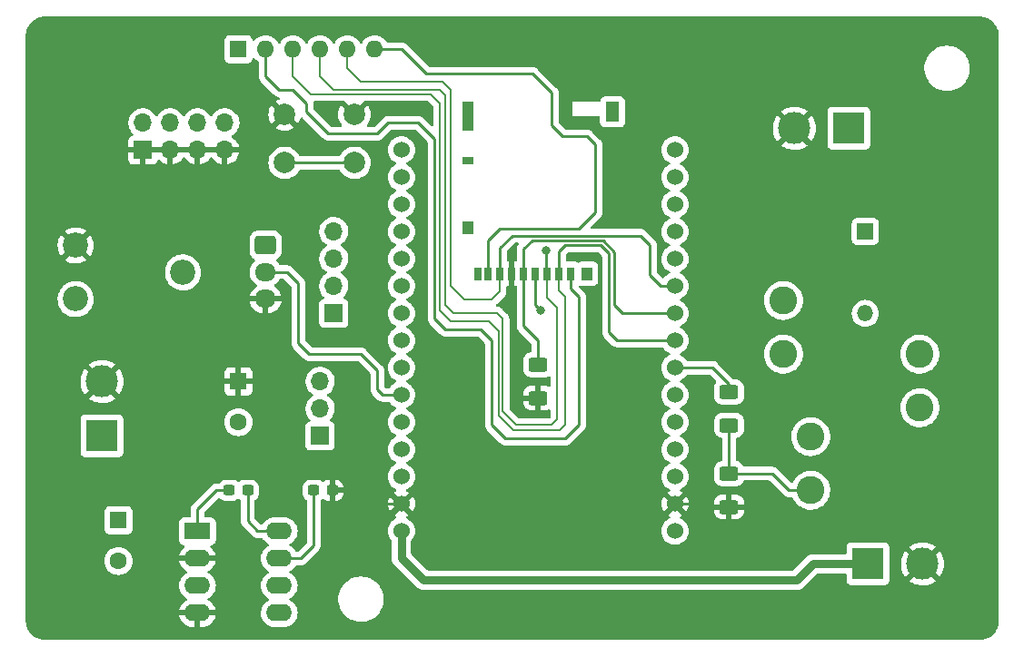
<source format=gbr>
%TF.GenerationSoftware,KiCad,Pcbnew,6.0.2+dfsg-1*%
%TF.CreationDate,2023-10-02T17:07:50+02:00*%
%TF.ProjectId,iop,696f702e-6b69-4636-9164-5f7063625858,rev?*%
%TF.SameCoordinates,Original*%
%TF.FileFunction,Copper,L2,Bot*%
%TF.FilePolarity,Positive*%
%FSLAX46Y46*%
G04 Gerber Fmt 4.6, Leading zero omitted, Abs format (unit mm)*
G04 Created by KiCad (PCBNEW 6.0.2+dfsg-1) date 2023-10-02 17:07:50*
%MOMM*%
%LPD*%
G01*
G04 APERTURE LIST*
G04 Aperture macros list*
%AMRoundRect*
0 Rectangle with rounded corners*
0 $1 Rounding radius*
0 $2 $3 $4 $5 $6 $7 $8 $9 X,Y pos of 4 corners*
0 Add a 4 corners polygon primitive as box body*
4,1,4,$2,$3,$4,$5,$6,$7,$8,$9,$2,$3,0*
0 Add four circle primitives for the rounded corners*
1,1,$1+$1,$2,$3*
1,1,$1+$1,$4,$5*
1,1,$1+$1,$6,$7*
1,1,$1+$1,$8,$9*
0 Add four rect primitives between the rounded corners*
20,1,$1+$1,$2,$3,$4,$5,0*
20,1,$1+$1,$4,$5,$6,$7,0*
20,1,$1+$1,$6,$7,$8,$9,0*
20,1,$1+$1,$8,$9,$2,$3,0*%
G04 Aperture macros list end*
%TA.AperFunction,ComponentPad*%
%ADD10R,1.600000X1.600000*%
%TD*%
%TA.AperFunction,ComponentPad*%
%ADD11O,1.600000X1.600000*%
%TD*%
%TA.AperFunction,ComponentPad*%
%ADD12R,1.700000X1.700000*%
%TD*%
%TA.AperFunction,ComponentPad*%
%ADD13O,1.700000X1.700000*%
%TD*%
%TA.AperFunction,ComponentPad*%
%ADD14R,1.500000X1.500000*%
%TD*%
%TA.AperFunction,ComponentPad*%
%ADD15O,1.500000X1.500000*%
%TD*%
%TA.AperFunction,ComponentPad*%
%ADD16C,1.524000*%
%TD*%
%TA.AperFunction,ComponentPad*%
%ADD17R,2.400000X1.600000*%
%TD*%
%TA.AperFunction,ComponentPad*%
%ADD18O,2.400000X1.600000*%
%TD*%
%TA.AperFunction,ComponentPad*%
%ADD19C,2.000000*%
%TD*%
%TA.AperFunction,ComponentPad*%
%ADD20C,1.600000*%
%TD*%
%TA.AperFunction,ComponentPad*%
%ADD21C,2.600000*%
%TD*%
%TA.AperFunction,ComponentPad*%
%ADD22RoundRect,0.250000X-0.725000X0.600000X-0.725000X-0.600000X0.725000X-0.600000X0.725000X0.600000X0*%
%TD*%
%TA.AperFunction,ComponentPad*%
%ADD23O,1.950000X1.700000*%
%TD*%
%TA.AperFunction,ComponentPad*%
%ADD24R,3.000000X3.000000*%
%TD*%
%TA.AperFunction,ComponentPad*%
%ADD25C,3.000000*%
%TD*%
%TA.AperFunction,ComponentPad*%
%ADD26C,2.340000*%
%TD*%
%TA.AperFunction,SMDPad,CuDef*%
%ADD27RoundRect,0.237500X-0.300000X-0.237500X0.300000X-0.237500X0.300000X0.237500X-0.300000X0.237500X0*%
%TD*%
%TA.AperFunction,SMDPad,CuDef*%
%ADD28RoundRect,0.250000X-0.625000X0.400000X-0.625000X-0.400000X0.625000X-0.400000X0.625000X0.400000X0*%
%TD*%
%TA.AperFunction,SMDPad,CuDef*%
%ADD29RoundRect,0.250000X0.625000X-0.400000X0.625000X0.400000X-0.625000X0.400000X-0.625000X-0.400000X0*%
%TD*%
%TA.AperFunction,SMDPad,CuDef*%
%ADD30R,0.700000X1.200000*%
%TD*%
%TA.AperFunction,SMDPad,CuDef*%
%ADD31R,1.000000X0.800000*%
%TD*%
%TA.AperFunction,SMDPad,CuDef*%
%ADD32R,1.000000X2.800000*%
%TD*%
%TA.AperFunction,SMDPad,CuDef*%
%ADD33R,1.000000X1.200000*%
%TD*%
%TA.AperFunction,SMDPad,CuDef*%
%ADD34R,1.300000X1.900000*%
%TD*%
%TA.AperFunction,ViaPad*%
%ADD35C,0.800000*%
%TD*%
%TA.AperFunction,Conductor*%
%ADD36C,0.250000*%
%TD*%
%TA.AperFunction,Conductor*%
%ADD37C,0.800000*%
%TD*%
%TA.AperFunction,Conductor*%
%ADD38C,0.200000*%
%TD*%
G04 APERTURE END LIST*
D10*
%TO.P,RN1,1,common*%
%TO.N,+3V3*%
X76200000Y-108712000D03*
D11*
%TO.P,RN1,2,R1*%
%TO.N,Net-(J4-Pad1)*%
X78740000Y-108712000D03*
%TO.P,RN1,3,R2*%
%TO.N,/CS*%
X81280000Y-108712000D03*
%TO.P,RN1,4,R3*%
%TO.N,/MOSI*%
X83820000Y-108712000D03*
%TO.P,RN1,5,R4*%
%TO.N,/MISO*%
X86360000Y-108712000D03*
%TO.P,RN1,6,R5*%
%TO.N,Net-(J4-Pad8)*%
X88900000Y-108712000D03*
%TD*%
D12*
%TO.P,J8,1,Pin_1*%
%TO.N,/DAC_2*%
X83820000Y-144780000D03*
D13*
%TO.P,J8,2,Pin_2*%
%TO.N,/audio_circuit/sound_input*%
X83820000Y-142240000D03*
%TO.P,J8,3,Pin_3*%
%TO.N,/DAC_1*%
X83820000Y-139700000D03*
%TD*%
D14*
%TO.P,D1,1,K*%
%TO.N,/plant_response*%
X134620000Y-125725000D03*
D15*
%TO.P,D1,2,A*%
%TO.N,Net-(C2-Pad2)*%
X134620000Y-133345000D03*
%TD*%
D16*
%TO.P,U1,1,EN*%
%TO.N,Net-(SW1-Pad2)*%
X91390000Y-118100000D03*
%TO.P,U1,2,VP*%
%TO.N,unconnected-(U1-Pad2)*%
X91390000Y-120640000D03*
%TO.P,U1,3,VN*%
%TO.N,unconnected-(U1-Pad3)*%
X91390000Y-123180000D03*
%TO.P,U1,4,GPIO_34*%
%TO.N,Net-(J5-Pad4)*%
X91390000Y-125720000D03*
%TO.P,U1,5,GPIO_35*%
%TO.N,Net-(J5-Pad3)*%
X91390000Y-128260000D03*
%TO.P,U1,6,GPIO_32*%
%TO.N,Net-(J5-Pad2)*%
X91390000Y-130800000D03*
%TO.P,U1,7,GPIO_33*%
%TO.N,Net-(J5-Pad1)*%
X91390000Y-133340000D03*
%TO.P,U1,8,GPIO_25*%
%TO.N,/DAC_1*%
X91390000Y-135880000D03*
%TO.P,U1,9,GPIO_26*%
%TO.N,/DAC_2*%
X91390000Y-138420000D03*
%TO.P,U1,10,GPIO_27*%
%TO.N,/moisture_data*%
X91390000Y-140960000D03*
%TO.P,U1,11,GPIO_14*%
%TO.N,/plant_response*%
X91390000Y-143500000D03*
%TO.P,U1,12,GPIO_12*%
%TO.N,unconnected-(U1-Pad12)*%
X91390000Y-146040000D03*
%TO.P,U1,13,GPIO_13*%
%TO.N,unconnected-(U1-Pad13)*%
X91390000Y-148580000D03*
%TO.P,U1,14,GND*%
%TO.N,GND*%
X91390000Y-151120000D03*
%TO.P,U1,15,VIN*%
%TO.N,+5V*%
X91390000Y-153660000D03*
%TO.P,U1,16,GPIO_23*%
%TO.N,/MOSI*%
X116890000Y-118100000D03*
%TO.P,U1,17,GPIO_22*%
%TO.N,unconnected-(U1-Pad17)*%
X116890000Y-120640000D03*
%TO.P,U1,18,GPIO_1*%
%TO.N,unconnected-(U1-Pad18)*%
X116890000Y-123180000D03*
%TO.P,U1,19,GPIO_3*%
%TO.N,unconnected-(U1-Pad19)*%
X116890000Y-125720000D03*
%TO.P,U1,20,GPIO_21*%
%TO.N,unconnected-(U1-Pad20)*%
X116890000Y-128260000D03*
%TO.P,U1,21,GPIO_19*%
%TO.N,/MISO*%
X116890000Y-130800000D03*
%TO.P,U1,22,GPIO_18*%
%TO.N,/CLK*%
X116890000Y-133340000D03*
%TO.P,U1,23,GPIO_5*%
%TO.N,/CS*%
X116890000Y-135880000D03*
%TO.P,U1,24,GPIO_17*%
%TO.N,/signal_generator*%
X116890000Y-138420000D03*
%TO.P,U1,25,GPIO_16*%
%TO.N,unconnected-(U1-Pad25)*%
X116890000Y-140960000D03*
%TO.P,U1,26,GPIO_4*%
%TO.N,unconnected-(U1-Pad26)*%
X116890000Y-143500000D03*
%TO.P,U1,27,GPIO_2*%
%TO.N,unconnected-(U1-Pad27)*%
X116890000Y-146040000D03*
%TO.P,U1,28,GPIO_15*%
%TO.N,unconnected-(U1-Pad28)*%
X116890000Y-148580000D03*
%TO.P,U1,29,GND*%
%TO.N,GND*%
X116890000Y-151120000D03*
%TO.P,U1,30,3.3V*%
%TO.N,+3V3*%
X116890000Y-153660000D03*
%TD*%
D17*
%TO.P,U2,1,GAIN*%
%TO.N,Net-(C5-Pad1)*%
X72390000Y-153680000D03*
D18*
%TO.P,U2,2,-*%
%TO.N,GND*%
X72390000Y-156220000D03*
%TO.P,U2,3,+*%
%TO.N,Net-(RV1-Pad2)*%
X72390000Y-158760000D03*
%TO.P,U2,4,GND*%
%TO.N,GND*%
X72390000Y-161300000D03*
%TO.P,U2,5*%
%TO.N,Net-(C7-Pad1)*%
X80010000Y-161300000D03*
%TO.P,U2,6,V+*%
%TO.N,+5V*%
X80010000Y-158760000D03*
%TO.P,U2,7,BYPASS*%
%TO.N,Net-(C6-Pad1)*%
X80010000Y-156220000D03*
%TO.P,U2,8,GAIN*%
%TO.N,Net-(C5-Pad2)*%
X80010000Y-153680000D03*
%TD*%
D19*
%TO.P,SW1,1,1*%
%TO.N,GND*%
X80518000Y-114808000D03*
X87018000Y-114808000D03*
%TO.P,SW1,2,2*%
%TO.N,Net-(SW1-Pad2)*%
X87018000Y-119308000D03*
X80518000Y-119308000D03*
%TD*%
D10*
%TO.P,C4,1*%
%TO.N,GND*%
X76200000Y-139700000D03*
D20*
%TO.P,C4,2*%
%TO.N,+5V*%
X76200000Y-143500000D03*
%TD*%
D21*
%TO.P,L3,1,1*%
%TO.N,Net-(C2-Pad1)*%
X139700000Y-137160000D03*
%TO.P,L3,2,2*%
%TO.N,Net-(C2-Pad2)*%
X139700000Y-142160000D03*
%TD*%
D22*
%TO.P,J2,1,Pin_1*%
%TO.N,+3V3*%
X78740000Y-127000000D03*
D23*
%TO.P,J2,2,Pin_2*%
%TO.N,/moisture_data*%
X78740000Y-129500000D03*
%TO.P,J2,3,Pin_3*%
%TO.N,GND*%
X78740000Y-132000000D03*
%TD*%
D21*
%TO.P,L2,1,1*%
%TO.N,Net-(L1-Pad2)*%
X127000000Y-137160000D03*
%TO.P,L2,2,2*%
%TO.N,Net-(C2-Pad1)*%
X127000000Y-132160000D03*
%TD*%
D12*
%TO.P,J5,1,Pin_1*%
%TO.N,Net-(J5-Pad1)*%
X85090000Y-133340000D03*
D13*
%TO.P,J5,2,Pin_2*%
%TO.N,Net-(J5-Pad2)*%
X85090000Y-130800000D03*
%TO.P,J5,3,Pin_3*%
%TO.N,Net-(J5-Pad3)*%
X85090000Y-128260000D03*
%TO.P,J5,4,Pin_4*%
%TO.N,Net-(J5-Pad4)*%
X85090000Y-125720000D03*
%TD*%
D24*
%TO.P,J1,1,Pin_1*%
%TO.N,Net-(C3-Pad2)*%
X133096000Y-116078000D03*
D25*
%TO.P,J1,2,Pin_2*%
%TO.N,GND*%
X128016000Y-116078000D03*
%TD*%
D12*
%TO.P,J7,1,Pin_1*%
%TO.N,GND*%
X67320000Y-118115000D03*
D13*
%TO.P,J7,2,Pin_2*%
%TO.N,+3V3*%
X67320000Y-115575000D03*
%TO.P,J7,3,Pin_3*%
%TO.N,GND*%
X69860000Y-118115000D03*
%TO.P,J7,4,Pin_4*%
%TO.N,+3V3*%
X69860000Y-115575000D03*
%TO.P,J7,5,Pin_5*%
%TO.N,GND*%
X72400000Y-118115000D03*
%TO.P,J7,6,Pin_6*%
%TO.N,+3V3*%
X72400000Y-115575000D03*
%TO.P,J7,7,Pin_7*%
%TO.N,GND*%
X74940000Y-118115000D03*
%TO.P,J7,8,Pin_8*%
%TO.N,+3V3*%
X74940000Y-115575000D03*
%TD*%
D24*
%TO.P,J3,1,Pin_1*%
%TO.N,+5V*%
X134874000Y-156718000D03*
D25*
%TO.P,J3,2,Pin_2*%
%TO.N,GND*%
X139954000Y-156718000D03*
%TD*%
D10*
%TO.P,C7,1*%
%TO.N,Net-(C7-Pad1)*%
X65024000Y-152654000D03*
D20*
%TO.P,C7,2*%
%TO.N,Net-(C7-Pad2)*%
X65024000Y-156454000D03*
%TD*%
D21*
%TO.P,L1,1,1*%
%TO.N,Net-(L1-Pad1)*%
X129540000Y-149860000D03*
%TO.P,L1,2,2*%
%TO.N,Net-(L1-Pad2)*%
X129540000Y-144860000D03*
%TD*%
D24*
%TO.P,J6,1,Pin_1*%
%TO.N,Net-(C8-Pad2)*%
X63500000Y-144780000D03*
D25*
%TO.P,J6,2,Pin_2*%
%TO.N,GND*%
X63500000Y-139700000D03*
%TD*%
D26*
%TO.P,RV1,1,1*%
%TO.N,/audio_circuit/sound_input*%
X61040000Y-132015000D03*
%TO.P,RV1,2,2*%
%TO.N,Net-(RV1-Pad2)*%
X71040000Y-129515000D03*
%TO.P,RV1,3,3*%
%TO.N,GND*%
X61040000Y-127015000D03*
%TD*%
D27*
%TO.P,C6,1*%
%TO.N,Net-(C6-Pad1)*%
X83211500Y-149860000D03*
%TO.P,C6,2*%
%TO.N,GND*%
X84936500Y-149860000D03*
%TD*%
D28*
%TO.P,R4,1*%
%TO.N,/CLK*%
X104140000Y-138150000D03*
%TO.P,R4,2*%
%TO.N,GND*%
X104140000Y-141250000D03*
%TD*%
%TO.P,R1,1*%
%TO.N,/signal_generator*%
X121920000Y-140690000D03*
%TO.P,R1,2*%
%TO.N,Net-(L1-Pad1)*%
X121920000Y-143790000D03*
%TD*%
D29*
%TO.P,R2,1*%
%TO.N,GND*%
X121920000Y-151410000D03*
%TO.P,R2,2*%
%TO.N,Net-(L1-Pad1)*%
X121920000Y-148310000D03*
%TD*%
D27*
%TO.P,C5,1*%
%TO.N,Net-(C5-Pad1)*%
X75337500Y-149860000D03*
%TO.P,C5,2*%
%TO.N,Net-(C5-Pad2)*%
X77062500Y-149860000D03*
%TD*%
D30*
%TO.P,J4,1,Pin_1*%
%TO.N,Net-(J4-Pad1)*%
X107169000Y-129645000D03*
%TO.P,J4,2,Pin_2*%
%TO.N,/CS*%
X106069000Y-129645000D03*
%TO.P,J4,3,Pin_3*%
%TO.N,/MOSI*%
X104969000Y-129645000D03*
%TO.P,J4,4,Pin_4*%
%TO.N,+3V3*%
X103869000Y-129645000D03*
%TO.P,J4,5,Pin_5*%
%TO.N,/CLK*%
X102769000Y-129645000D03*
%TO.P,J4,6,Pin_6*%
%TO.N,GND*%
X101669000Y-129645000D03*
%TO.P,J4,7,Pin_7*%
%TO.N,/MISO*%
X100569000Y-129645000D03*
%TO.P,J4,8,Pin_8*%
%TO.N,Net-(J4-Pad8)*%
X99469000Y-129645000D03*
%TO.P,J4,9*%
%TO.N,N/C*%
X98519000Y-129645000D03*
D31*
%TO.P,J4,10*%
X97569000Y-119145000D03*
D32*
%TO.P,J4,11*%
X97569000Y-114995000D03*
D33*
X97569000Y-125345000D03*
X108719000Y-129645000D03*
D34*
X111069000Y-114545000D03*
%TD*%
D35*
%TO.N,GND*%
X101701600Y-127660400D03*
%TO.N,+3V3*%
X104394000Y-133096000D03*
%TO.N,/MOSI*%
X104902000Y-127508000D03*
%TD*%
D36*
%TO.N,GND*%
X101701600Y-129612400D02*
X101669000Y-129645000D01*
X101669000Y-129645000D02*
X101669000Y-140277000D01*
X121920000Y-151410000D02*
X119152000Y-151410000D01*
X101669000Y-140277000D02*
X102642000Y-141250000D01*
X84936500Y-149860000D02*
X86868000Y-149860000D01*
X88128000Y-151120000D02*
X91390000Y-151120000D01*
X102642000Y-141250000D02*
X104140000Y-141250000D01*
X86868000Y-149860000D02*
X88128000Y-151120000D01*
X118862000Y-151120000D02*
X116890000Y-151120000D01*
X101701600Y-127660400D02*
X101701600Y-129612400D01*
X119152000Y-151410000D02*
X118862000Y-151120000D01*
D37*
%TO.N,+5V*%
X91390000Y-156160000D02*
X93472000Y-158242000D01*
X93472000Y-158242000D02*
X128270000Y-158242000D01*
X128270000Y-158242000D02*
X129794000Y-156718000D01*
X129794000Y-156718000D02*
X134874000Y-156718000D01*
X91390000Y-153660000D02*
X91390000Y-156160000D01*
D36*
%TO.N,Net-(C5-Pad1)*%
X72390000Y-153680000D02*
X72390000Y-151638000D01*
X74168000Y-149860000D02*
X75337500Y-149860000D01*
X72390000Y-151638000D02*
X74168000Y-149860000D01*
%TO.N,Net-(C5-Pad2)*%
X77062500Y-152754500D02*
X77988000Y-153680000D01*
X77988000Y-153680000D02*
X80010000Y-153680000D01*
X77062500Y-149860000D02*
X77062500Y-152754500D01*
%TO.N,Net-(C6-Pad1)*%
X83211500Y-155040500D02*
X82032000Y-156220000D01*
X83211500Y-149860000D02*
X83211500Y-155040500D01*
X82032000Y-156220000D02*
X80010000Y-156220000D01*
%TO.N,+3V3*%
X103869000Y-129645000D02*
X103869000Y-132571000D01*
X103869000Y-132571000D02*
X104394000Y-133096000D01*
%TO.N,/moisture_data*%
X81788000Y-130556000D02*
X81788000Y-136144000D01*
X82804000Y-137160000D02*
X87630000Y-137160000D01*
X89652000Y-140960000D02*
X91390000Y-140960000D01*
X89154000Y-138684000D02*
X89154000Y-140462000D01*
X87630000Y-137160000D02*
X89154000Y-138684000D01*
X81788000Y-136144000D02*
X82804000Y-137160000D01*
X80732000Y-129500000D02*
X81788000Y-130556000D01*
X78740000Y-129500000D02*
X80732000Y-129500000D01*
X89154000Y-140462000D02*
X89652000Y-140960000D01*
%TO.N,Net-(J4-Pad1)*%
X95504000Y-134874000D02*
X98806000Y-134874000D01*
X82550000Y-114554000D02*
X84582000Y-116586000D01*
X99822000Y-135890000D02*
X99822000Y-143764000D01*
X81280000Y-112522000D02*
X82550000Y-113792000D01*
X106680000Y-145034000D02*
X107950000Y-143764000D01*
X84582000Y-116586000D02*
X89154000Y-116586000D01*
X94488000Y-133858000D02*
X95504000Y-134874000D01*
X90170000Y-115570000D02*
X92964000Y-115570000D01*
X92964000Y-115570000D02*
X94488000Y-117094000D01*
X89154000Y-116586000D02*
X90170000Y-115570000D01*
X101092000Y-145034000D02*
X106680000Y-145034000D01*
X107950000Y-131826000D02*
X107169000Y-131045000D01*
X107169000Y-131045000D02*
X107169000Y-129645000D01*
X82550000Y-113792000D02*
X82550000Y-114554000D01*
X78740000Y-111252000D02*
X80010000Y-112522000D01*
X107950000Y-143764000D02*
X107950000Y-131826000D01*
X98806000Y-134874000D02*
X99822000Y-135890000D01*
X94488000Y-117094000D02*
X94488000Y-133858000D01*
X99822000Y-143764000D02*
X101092000Y-145034000D01*
X78740000Y-108712000D02*
X78740000Y-111252000D01*
X80010000Y-112522000D02*
X81280000Y-112522000D01*
D38*
%TO.N,/CS*%
X82949519Y-112921519D02*
X94125520Y-112921520D01*
D36*
X110744000Y-135128000D02*
X111496000Y-135880000D01*
D38*
X101854000Y-144272000D02*
X106172000Y-144272000D01*
D36*
X111496000Y-135880000D02*
X116890000Y-135880000D01*
D38*
X106069000Y-131215000D02*
X106069000Y-129645000D01*
X94996000Y-133096000D02*
X96012000Y-134112000D01*
X94996000Y-113792000D02*
X94996000Y-133096000D01*
X106680000Y-131826000D02*
X106069000Y-131215000D01*
X81280000Y-108712000D02*
X81280000Y-111252000D01*
X96012000Y-134112000D02*
X99568000Y-134112000D01*
X100438480Y-142856480D02*
X101854000Y-144272000D01*
X99568000Y-134112000D02*
X100438480Y-134982480D01*
D36*
X106069000Y-127611000D02*
X106680000Y-127000000D01*
D38*
X106172000Y-144272000D02*
X106680000Y-143764000D01*
X100438480Y-134982480D02*
X100438480Y-142856480D01*
X94125520Y-112921520D02*
X94996000Y-113792000D01*
D36*
X109982000Y-127000000D02*
X110744000Y-127762000D01*
X106680000Y-127000000D02*
X109982000Y-127000000D01*
X106069000Y-129645000D02*
X106069000Y-127611000D01*
X110744000Y-127762000D02*
X110744000Y-135128000D01*
D38*
X81280000Y-111252000D02*
X82949519Y-112921519D01*
X106680000Y-143764000D02*
X106680000Y-131826000D01*
%TO.N,/MOSI*%
X100838000Y-142494000D02*
X102108000Y-143764000D01*
X104969000Y-131893000D02*
X104969000Y-129645000D01*
X105918000Y-143256000D02*
X105918000Y-132842000D01*
X83820000Y-108712000D02*
X83820000Y-111252000D01*
X95504000Y-132588000D02*
X96266000Y-133350000D01*
X100838000Y-133858000D02*
X100838000Y-142494000D01*
X105918000Y-132842000D02*
X104969000Y-131893000D01*
X94996000Y-112522000D02*
X95504000Y-113030000D01*
X105410000Y-143764000D02*
X105918000Y-143256000D01*
X83820000Y-111252000D02*
X85090000Y-112522000D01*
D36*
X104902000Y-129578000D02*
X104969000Y-129645000D01*
D38*
X85090000Y-112522000D02*
X94996000Y-112522000D01*
X96266000Y-133350000D02*
X100330000Y-133350000D01*
X102108000Y-143764000D02*
X105410000Y-143764000D01*
X95504000Y-113030000D02*
X95504000Y-132588000D01*
X100330000Y-133350000D02*
X100838000Y-133858000D01*
D36*
X104902000Y-127508000D02*
X104902000Y-129578000D01*
%TO.N,/CLK*%
X110168198Y-126550480D02*
X111252000Y-127634282D01*
X102769000Y-129645000D02*
X102769000Y-134519000D01*
X102769000Y-129645000D02*
X102769000Y-127355000D01*
X111252000Y-132588000D02*
X112014000Y-133350000D01*
X102769000Y-134519000D02*
X104140000Y-135890000D01*
X104140000Y-135890000D02*
X104140000Y-138150000D01*
X112024000Y-133340000D02*
X116890000Y-133340000D01*
X112014000Y-133350000D02*
X112024000Y-133340000D01*
X103573520Y-126550480D02*
X110168198Y-126550480D01*
X102769000Y-127355000D02*
X103573520Y-126550480D01*
X111252000Y-127634282D02*
X111252000Y-132588000D01*
%TO.N,/MISO*%
X100569000Y-129645000D02*
X100569000Y-127269000D01*
D38*
X99822000Y-132080000D02*
X100569000Y-131333000D01*
D36*
X115560000Y-130800000D02*
X116890000Y-130800000D01*
D38*
X100569000Y-131333000D02*
X100569000Y-129645000D01*
D36*
X113654960Y-126100960D02*
X114554000Y-127000000D01*
X114554000Y-129794000D02*
X115560000Y-130800000D01*
D38*
X96012000Y-130810000D02*
X97282000Y-132080000D01*
X96012000Y-112522000D02*
X96012000Y-130810000D01*
D36*
X114554000Y-127000000D02*
X114554000Y-129794000D01*
D38*
X86360000Y-110490000D02*
X87630000Y-111760000D01*
X97282000Y-132080000D02*
X99822000Y-132080000D01*
D36*
X101737040Y-126100960D02*
X113654960Y-126100960D01*
D38*
X95250000Y-111760000D02*
X96012000Y-112522000D01*
X86360000Y-108712000D02*
X86360000Y-110490000D01*
D36*
X100569000Y-127269000D02*
X101737040Y-126100960D01*
D38*
X87630000Y-111760000D02*
X95250000Y-111760000D01*
D36*
%TO.N,Net-(J4-Pad8)*%
X93726000Y-110998000D02*
X103632000Y-110998000D01*
X105410000Y-112776000D02*
X105410000Y-115824000D01*
X99469000Y-126591000D02*
X99469000Y-129645000D01*
X106426000Y-116840000D02*
X108712000Y-116840000D01*
X109474000Y-123952000D02*
X107950000Y-125476000D01*
X91440000Y-108712000D02*
X93726000Y-110998000D01*
X103632000Y-110998000D02*
X105410000Y-112776000D01*
X100584000Y-125476000D02*
X99469000Y-126591000D01*
X105410000Y-115824000D02*
X106426000Y-116840000D01*
X109474000Y-117602000D02*
X109474000Y-123952000D01*
X107950000Y-125476000D02*
X100584000Y-125476000D01*
X88900000Y-108712000D02*
X91440000Y-108712000D01*
X108712000Y-116840000D02*
X109474000Y-117602000D01*
%TO.N,Net-(L1-Pad1)*%
X121920000Y-148310000D02*
X125958000Y-148310000D01*
X127508000Y-149860000D02*
X129540000Y-149860000D01*
X121920000Y-143790000D02*
X121920000Y-148310000D01*
X125958000Y-148310000D02*
X127508000Y-149860000D01*
%TO.N,/signal_generator*%
X121920000Y-139954000D02*
X120386000Y-138420000D01*
X121920000Y-140690000D02*
X121920000Y-139954000D01*
X120386000Y-138420000D02*
X116890000Y-138420000D01*
%TO.N,Net-(SW1-Pad2)*%
X80518000Y-119308000D02*
X87018000Y-119308000D01*
%TD*%
%TA.AperFunction,Conductor*%
%TO.N,GND*%
G36*
X145258056Y-105665500D02*
G01*
X145260284Y-105665847D01*
X145272859Y-105667805D01*
X145272861Y-105667805D01*
X145281730Y-105669186D01*
X145290632Y-105668022D01*
X145290634Y-105668022D01*
X145296959Y-105667195D01*
X145322282Y-105666452D01*
X145532055Y-105681455D01*
X145549841Y-105684012D01*
X145780113Y-105734105D01*
X145797355Y-105739167D01*
X146018170Y-105821527D01*
X146034519Y-105828994D01*
X146241349Y-105941932D01*
X146256470Y-105951649D01*
X146406312Y-106063819D01*
X146445131Y-106092879D01*
X146458717Y-106104652D01*
X146625348Y-106271283D01*
X146637121Y-106284869D01*
X146778349Y-106473527D01*
X146788068Y-106488651D01*
X146901006Y-106695481D01*
X146908473Y-106711830D01*
X146990832Y-106932642D01*
X146995896Y-106949891D01*
X147045987Y-107180155D01*
X147048546Y-107197950D01*
X147063041Y-107400629D01*
X147062297Y-107418533D01*
X147062195Y-107426858D01*
X147060814Y-107435730D01*
X147061978Y-107444632D01*
X147061978Y-107444635D01*
X147064936Y-107467251D01*
X147066000Y-107483589D01*
X147066000Y-162002672D01*
X147064500Y-162022056D01*
X147060814Y-162045730D01*
X147061978Y-162054632D01*
X147061978Y-162054634D01*
X147062805Y-162060959D01*
X147063548Y-162086282D01*
X147059399Y-162144300D01*
X147048546Y-162296050D01*
X147045988Y-162313841D01*
X146995896Y-162544109D01*
X146990833Y-162561355D01*
X146948557Y-162674703D01*
X146908475Y-162782166D01*
X146901006Y-162798519D01*
X146788068Y-163005349D01*
X146778349Y-163020473D01*
X146637121Y-163209131D01*
X146625348Y-163222717D01*
X146458717Y-163389348D01*
X146445131Y-163401121D01*
X146258489Y-163540840D01*
X146256473Y-163542349D01*
X146241349Y-163552068D01*
X146034519Y-163665006D01*
X146018170Y-163672473D01*
X145797355Y-163754833D01*
X145780113Y-163759895D01*
X145549841Y-163809988D01*
X145532055Y-163812545D01*
X145329369Y-163827041D01*
X145311467Y-163826297D01*
X145303142Y-163826195D01*
X145294270Y-163824814D01*
X145285368Y-163825978D01*
X145285365Y-163825978D01*
X145262749Y-163828936D01*
X145246411Y-163830000D01*
X58215328Y-163830000D01*
X58195943Y-163828500D01*
X58195661Y-163828456D01*
X58193117Y-163828060D01*
X58181141Y-163826195D01*
X58181139Y-163826195D01*
X58172270Y-163824814D01*
X58163368Y-163825978D01*
X58163366Y-163825978D01*
X58157041Y-163826805D01*
X58131718Y-163827548D01*
X57921945Y-163812545D01*
X57904159Y-163809988D01*
X57673887Y-163759895D01*
X57656645Y-163754833D01*
X57435830Y-163672473D01*
X57419481Y-163665006D01*
X57212651Y-163552068D01*
X57197527Y-163542349D01*
X57195512Y-163540840D01*
X57008869Y-163401121D01*
X56995283Y-163389348D01*
X56828652Y-163222717D01*
X56816879Y-163209131D01*
X56675651Y-163020473D01*
X56665932Y-163005349D01*
X56552994Y-162798519D01*
X56545525Y-162782166D01*
X56505444Y-162674703D01*
X56463167Y-162561355D01*
X56458104Y-162544109D01*
X56408012Y-162313841D01*
X56405454Y-162296050D01*
X56391217Y-162096981D01*
X56392302Y-162074229D01*
X56391829Y-162074187D01*
X56392264Y-162069336D01*
X56393071Y-162064539D01*
X56393224Y-162052000D01*
X56389273Y-162024412D01*
X56388000Y-162006549D01*
X56388000Y-161566522D01*
X70707273Y-161566522D01*
X70754764Y-161743761D01*
X70758510Y-161754053D01*
X70850586Y-161951511D01*
X70856069Y-161961007D01*
X70981028Y-162139467D01*
X70988084Y-162147875D01*
X71142125Y-162301916D01*
X71150533Y-162308972D01*
X71328993Y-162433931D01*
X71338489Y-162439414D01*
X71535947Y-162531490D01*
X71546239Y-162535236D01*
X71756688Y-162591625D01*
X71767481Y-162593528D01*
X71930170Y-162607762D01*
X71935635Y-162608000D01*
X72117885Y-162608000D01*
X72133124Y-162603525D01*
X72134329Y-162602135D01*
X72136000Y-162594452D01*
X72136000Y-162589885D01*
X72644000Y-162589885D01*
X72648475Y-162605124D01*
X72649865Y-162606329D01*
X72657548Y-162608000D01*
X72844365Y-162608000D01*
X72849830Y-162607762D01*
X73012519Y-162593528D01*
X73023312Y-162591625D01*
X73233761Y-162535236D01*
X73244053Y-162531490D01*
X73441511Y-162439414D01*
X73451007Y-162433931D01*
X73629467Y-162308972D01*
X73637875Y-162301916D01*
X73791916Y-162147875D01*
X73798972Y-162139467D01*
X73923931Y-161961007D01*
X73929414Y-161951511D01*
X74021490Y-161754053D01*
X74025236Y-161743761D01*
X74071394Y-161571497D01*
X74071058Y-161557401D01*
X74063116Y-161554000D01*
X72662115Y-161554000D01*
X72646876Y-161558475D01*
X72645671Y-161559865D01*
X72644000Y-161567548D01*
X72644000Y-162589885D01*
X72136000Y-162589885D01*
X72136000Y-161572115D01*
X72131525Y-161556876D01*
X72130135Y-161555671D01*
X72122452Y-161554000D01*
X70722033Y-161554000D01*
X70708502Y-161557973D01*
X70707273Y-161566522D01*
X56388000Y-161566522D01*
X56388000Y-158760000D01*
X70676502Y-158760000D01*
X70696457Y-158988087D01*
X70697881Y-158993400D01*
X70697881Y-158993402D01*
X70740889Y-159153907D01*
X70755716Y-159209243D01*
X70758039Y-159214224D01*
X70758039Y-159214225D01*
X70850151Y-159411762D01*
X70850154Y-159411767D01*
X70852477Y-159416749D01*
X70855634Y-159421257D01*
X70979478Y-159598124D01*
X70983802Y-159604300D01*
X71145700Y-159766198D01*
X71150208Y-159769355D01*
X71150211Y-159769357D01*
X71228389Y-159824098D01*
X71333251Y-159897523D01*
X71338233Y-159899846D01*
X71338238Y-159899849D01*
X71373049Y-159916081D01*
X71426334Y-159962998D01*
X71445795Y-160031275D01*
X71425253Y-160099235D01*
X71373049Y-160144471D01*
X71338489Y-160160586D01*
X71328993Y-160166069D01*
X71150533Y-160291028D01*
X71142125Y-160298084D01*
X70988084Y-160452125D01*
X70981028Y-160460533D01*
X70856069Y-160638993D01*
X70850586Y-160648489D01*
X70758510Y-160845947D01*
X70754764Y-160856239D01*
X70708606Y-161028503D01*
X70708942Y-161042599D01*
X70716884Y-161046000D01*
X74057967Y-161046000D01*
X74071498Y-161042027D01*
X74072727Y-161033478D01*
X74025236Y-160856239D01*
X74021490Y-160845947D01*
X73929414Y-160648489D01*
X73923931Y-160638993D01*
X73798972Y-160460533D01*
X73791916Y-160452125D01*
X73637875Y-160298084D01*
X73629467Y-160291028D01*
X73451007Y-160166069D01*
X73441511Y-160160586D01*
X73406951Y-160144471D01*
X73353666Y-160097554D01*
X73334205Y-160029277D01*
X73354747Y-159961317D01*
X73406951Y-159916081D01*
X73441762Y-159899849D01*
X73441767Y-159899846D01*
X73446749Y-159897523D01*
X73551611Y-159824098D01*
X73629789Y-159769357D01*
X73629792Y-159769355D01*
X73634300Y-159766198D01*
X73796198Y-159604300D01*
X73800523Y-159598124D01*
X73924366Y-159421257D01*
X73927523Y-159416749D01*
X73929846Y-159411767D01*
X73929849Y-159411762D01*
X74021961Y-159214225D01*
X74021961Y-159214224D01*
X74024284Y-159209243D01*
X74039112Y-159153907D01*
X74082119Y-158993402D01*
X74082119Y-158993400D01*
X74083543Y-158988087D01*
X74103498Y-158760000D01*
X74083543Y-158531913D01*
X74073265Y-158493556D01*
X74025707Y-158316067D01*
X74025706Y-158316065D01*
X74024284Y-158310757D01*
X73982805Y-158221804D01*
X73929849Y-158108238D01*
X73929846Y-158108233D01*
X73927523Y-158103251D01*
X73843712Y-157983557D01*
X73799357Y-157920211D01*
X73799355Y-157920208D01*
X73796198Y-157915700D01*
X73634300Y-157753802D01*
X73629792Y-157750645D01*
X73629789Y-157750643D01*
X73481060Y-157646502D01*
X73446749Y-157622477D01*
X73441767Y-157620154D01*
X73441762Y-157620151D01*
X73406951Y-157603919D01*
X73353666Y-157557002D01*
X73334205Y-157488725D01*
X73354747Y-157420765D01*
X73406951Y-157375529D01*
X73441511Y-157359414D01*
X73451007Y-157353931D01*
X73629467Y-157228972D01*
X73637875Y-157221916D01*
X73791916Y-157067875D01*
X73798972Y-157059467D01*
X73923931Y-156881007D01*
X73929414Y-156871511D01*
X74021490Y-156674053D01*
X74025236Y-156663761D01*
X74071394Y-156491497D01*
X74071058Y-156477401D01*
X74063116Y-156474000D01*
X70722033Y-156474000D01*
X70708502Y-156477973D01*
X70707273Y-156486522D01*
X70754764Y-156663761D01*
X70758510Y-156674053D01*
X70850586Y-156871511D01*
X70856069Y-156881007D01*
X70981028Y-157059467D01*
X70988084Y-157067875D01*
X71142125Y-157221916D01*
X71150533Y-157228972D01*
X71328993Y-157353931D01*
X71338489Y-157359414D01*
X71373049Y-157375529D01*
X71426334Y-157422446D01*
X71445795Y-157490723D01*
X71425253Y-157558683D01*
X71373049Y-157603919D01*
X71338238Y-157620151D01*
X71338233Y-157620154D01*
X71333251Y-157622477D01*
X71298940Y-157646502D01*
X71150211Y-157750643D01*
X71150208Y-157750645D01*
X71145700Y-157753802D01*
X70983802Y-157915700D01*
X70980645Y-157920208D01*
X70980643Y-157920211D01*
X70936288Y-157983557D01*
X70852477Y-158103251D01*
X70850154Y-158108233D01*
X70850151Y-158108238D01*
X70797195Y-158221804D01*
X70755716Y-158310757D01*
X70754294Y-158316065D01*
X70754293Y-158316067D01*
X70706735Y-158493556D01*
X70696457Y-158531913D01*
X70676502Y-158760000D01*
X56388000Y-158760000D01*
X56388000Y-156454000D01*
X63710502Y-156454000D01*
X63730457Y-156682087D01*
X63731881Y-156687400D01*
X63731881Y-156687402D01*
X63781281Y-156871762D01*
X63789716Y-156903243D01*
X63792039Y-156908224D01*
X63792039Y-156908225D01*
X63884151Y-157105762D01*
X63884154Y-157105767D01*
X63886477Y-157110749D01*
X64017802Y-157298300D01*
X64179700Y-157460198D01*
X64184208Y-157463355D01*
X64184211Y-157463357D01*
X64223294Y-157490723D01*
X64367251Y-157591523D01*
X64372233Y-157593846D01*
X64372238Y-157593849D01*
X64521403Y-157663405D01*
X64574757Y-157688284D01*
X64580065Y-157689706D01*
X64580067Y-157689707D01*
X64790598Y-157746119D01*
X64790600Y-157746119D01*
X64795913Y-157747543D01*
X65024000Y-157767498D01*
X65252087Y-157747543D01*
X65257400Y-157746119D01*
X65257402Y-157746119D01*
X65467933Y-157689707D01*
X65467935Y-157689706D01*
X65473243Y-157688284D01*
X65526597Y-157663405D01*
X65675762Y-157593849D01*
X65675767Y-157593846D01*
X65680749Y-157591523D01*
X65824706Y-157490723D01*
X65863789Y-157463357D01*
X65863792Y-157463355D01*
X65868300Y-157460198D01*
X66030198Y-157298300D01*
X66161523Y-157110749D01*
X66163846Y-157105767D01*
X66163849Y-157105762D01*
X66255961Y-156908225D01*
X66255961Y-156908224D01*
X66258284Y-156903243D01*
X66266720Y-156871762D01*
X66316119Y-156687402D01*
X66316119Y-156687400D01*
X66317543Y-156682087D01*
X66337498Y-156454000D01*
X66317543Y-156225913D01*
X66300061Y-156160670D01*
X66259707Y-156010067D01*
X66259706Y-156010065D01*
X66258284Y-156004757D01*
X66252295Y-155991913D01*
X66163849Y-155802238D01*
X66163846Y-155802233D01*
X66161523Y-155797251D01*
X66088098Y-155692389D01*
X66033357Y-155614211D01*
X66033355Y-155614208D01*
X66030198Y-155609700D01*
X65868300Y-155447802D01*
X65863792Y-155444645D01*
X65863789Y-155444643D01*
X65759762Y-155371803D01*
X65680749Y-155316477D01*
X65675767Y-155314154D01*
X65675762Y-155314151D01*
X65478225Y-155222039D01*
X65478224Y-155222039D01*
X65473243Y-155219716D01*
X65467935Y-155218294D01*
X65467933Y-155218293D01*
X65257402Y-155161881D01*
X65257400Y-155161881D01*
X65252087Y-155160457D01*
X65024000Y-155140502D01*
X64795913Y-155160457D01*
X64790600Y-155161881D01*
X64790598Y-155161881D01*
X64580067Y-155218293D01*
X64580065Y-155218294D01*
X64574757Y-155219716D01*
X64569776Y-155222039D01*
X64569775Y-155222039D01*
X64372238Y-155314151D01*
X64372233Y-155314154D01*
X64367251Y-155316477D01*
X64288238Y-155371803D01*
X64184211Y-155444643D01*
X64184208Y-155444645D01*
X64179700Y-155447802D01*
X64017802Y-155609700D01*
X64014645Y-155614208D01*
X64014643Y-155614211D01*
X63959902Y-155692389D01*
X63886477Y-155797251D01*
X63884154Y-155802233D01*
X63884151Y-155802238D01*
X63795705Y-155991913D01*
X63789716Y-156004757D01*
X63788294Y-156010065D01*
X63788293Y-156010067D01*
X63747939Y-156160670D01*
X63730457Y-156225913D01*
X63710502Y-156454000D01*
X56388000Y-156454000D01*
X56388000Y-154528134D01*
X70681500Y-154528134D01*
X70688255Y-154590316D01*
X70739385Y-154726705D01*
X70826739Y-154843261D01*
X70943295Y-154930615D01*
X71079684Y-154981745D01*
X71091229Y-154982999D01*
X71093910Y-154984113D01*
X71095222Y-154984425D01*
X71095172Y-154984637D01*
X71156790Y-155010238D01*
X71197218Y-155068599D01*
X71199677Y-155139553D01*
X71163384Y-155200572D01*
X71152775Y-155209147D01*
X71142125Y-155218084D01*
X70988084Y-155372125D01*
X70981028Y-155380533D01*
X70856069Y-155558993D01*
X70850586Y-155568489D01*
X70758510Y-155765947D01*
X70754764Y-155776239D01*
X70708606Y-155948503D01*
X70708942Y-155962599D01*
X70716884Y-155966000D01*
X74057967Y-155966000D01*
X74071498Y-155962027D01*
X74072727Y-155953478D01*
X74025236Y-155776239D01*
X74021490Y-155765947D01*
X73929414Y-155568489D01*
X73923931Y-155558993D01*
X73798972Y-155380533D01*
X73791916Y-155372125D01*
X73637875Y-155218084D01*
X73625254Y-155207493D01*
X73626108Y-155206475D01*
X73585776Y-155156016D01*
X73578468Y-155085397D01*
X73610500Y-155022037D01*
X73671702Y-154986053D01*
X73688762Y-154983000D01*
X73700316Y-154981745D01*
X73836705Y-154930615D01*
X73953261Y-154843261D01*
X74040615Y-154726705D01*
X74091745Y-154590316D01*
X74098500Y-154528134D01*
X74098500Y-152831866D01*
X74091745Y-152769684D01*
X74040615Y-152633295D01*
X73953261Y-152516739D01*
X73836705Y-152429385D01*
X73700316Y-152378255D01*
X73638134Y-152371500D01*
X73149500Y-152371500D01*
X73081379Y-152351498D01*
X73034886Y-152297842D01*
X73023500Y-152245500D01*
X73023500Y-151952594D01*
X73043502Y-151884473D01*
X73060405Y-151863499D01*
X74315322Y-150608582D01*
X74377634Y-150574556D01*
X74448449Y-150579621D01*
X74493434Y-150608504D01*
X74571997Y-150686929D01*
X74578227Y-150690769D01*
X74578228Y-150690770D01*
X74707605Y-150770519D01*
X74720080Y-150778209D01*
X74885191Y-150832974D01*
X74892027Y-150833674D01*
X74892030Y-150833675D01*
X74935954Y-150838175D01*
X74987928Y-150843500D01*
X75687072Y-150843500D01*
X75690318Y-150843163D01*
X75690322Y-150843163D01*
X75784235Y-150833419D01*
X75784239Y-150833418D01*
X75791093Y-150832707D01*
X75797629Y-150830526D01*
X75797631Y-150830526D01*
X75936618Y-150784156D01*
X75956107Y-150777654D01*
X76040612Y-150725361D01*
X76097805Y-150689969D01*
X76097806Y-150689968D01*
X76104031Y-150686116D01*
X76110923Y-150679212D01*
X76112387Y-150678411D01*
X76114938Y-150676389D01*
X76115284Y-150676826D01*
X76173204Y-150645134D01*
X76244024Y-150650137D01*
X76289110Y-150679056D01*
X76291301Y-150681243D01*
X76296997Y-150686929D01*
X76303227Y-150690769D01*
X76303228Y-150690770D01*
X76369116Y-150731384D01*
X76416609Y-150784156D01*
X76429000Y-150838644D01*
X76429000Y-152675733D01*
X76428473Y-152686916D01*
X76426798Y-152694409D01*
X76427047Y-152702335D01*
X76427047Y-152702336D01*
X76428938Y-152762486D01*
X76429000Y-152766445D01*
X76429000Y-152794356D01*
X76429497Y-152798290D01*
X76429497Y-152798291D01*
X76429505Y-152798356D01*
X76430438Y-152810193D01*
X76431827Y-152854389D01*
X76437478Y-152873839D01*
X76441487Y-152893200D01*
X76444026Y-152913297D01*
X76446945Y-152920668D01*
X76446945Y-152920670D01*
X76460304Y-152954412D01*
X76464149Y-152965642D01*
X76476482Y-153008093D01*
X76480515Y-153014912D01*
X76480517Y-153014917D01*
X76486793Y-153025528D01*
X76495488Y-153043276D01*
X76502948Y-153062117D01*
X76507610Y-153068533D01*
X76507610Y-153068534D01*
X76528936Y-153097887D01*
X76535452Y-153107807D01*
X76557958Y-153145862D01*
X76572279Y-153160183D01*
X76585119Y-153175216D01*
X76597028Y-153191607D01*
X76603134Y-153196658D01*
X76631105Y-153219798D01*
X76639884Y-153227788D01*
X77484343Y-154072247D01*
X77491887Y-154080537D01*
X77496000Y-154087018D01*
X77501777Y-154092443D01*
X77545667Y-154133658D01*
X77548509Y-154136413D01*
X77568231Y-154156135D01*
X77571355Y-154158558D01*
X77571359Y-154158562D01*
X77571424Y-154158612D01*
X77580445Y-154166317D01*
X77612679Y-154196586D01*
X77619627Y-154200405D01*
X77619629Y-154200407D01*
X77630432Y-154206346D01*
X77646959Y-154217202D01*
X77656698Y-154224757D01*
X77656700Y-154224758D01*
X77662960Y-154229614D01*
X77703540Y-154247174D01*
X77714188Y-154252391D01*
X77752940Y-154273695D01*
X77760616Y-154275666D01*
X77760619Y-154275667D01*
X77772562Y-154278733D01*
X77791267Y-154285137D01*
X77809855Y-154293181D01*
X77817678Y-154294420D01*
X77817688Y-154294423D01*
X77853524Y-154300099D01*
X77865144Y-154302505D01*
X77900289Y-154311528D01*
X77907970Y-154313500D01*
X77928224Y-154313500D01*
X77947934Y-154315051D01*
X77967943Y-154318220D01*
X77975835Y-154317474D01*
X78011961Y-154314059D01*
X78023819Y-154313500D01*
X78390606Y-154313500D01*
X78458727Y-154333502D01*
X78493819Y-154367229D01*
X78572629Y-154479781D01*
X78603802Y-154524300D01*
X78765700Y-154686198D01*
X78770208Y-154689355D01*
X78770211Y-154689357D01*
X78811542Y-154718297D01*
X78953251Y-154817523D01*
X78958233Y-154819846D01*
X78958238Y-154819849D01*
X78992457Y-154835805D01*
X79045742Y-154882722D01*
X79065203Y-154950999D01*
X79044661Y-155018959D01*
X78992457Y-155064195D01*
X78958238Y-155080151D01*
X78958233Y-155080154D01*
X78953251Y-155082477D01*
X78886785Y-155129017D01*
X78770211Y-155210643D01*
X78770208Y-155210645D01*
X78765700Y-155213802D01*
X78603802Y-155375700D01*
X78600645Y-155380208D01*
X78600643Y-155380211D01*
X78575709Y-155415821D01*
X78472477Y-155563251D01*
X78470154Y-155568233D01*
X78470151Y-155568238D01*
X78416404Y-155683500D01*
X78375716Y-155770757D01*
X78374294Y-155776065D01*
X78374293Y-155776067D01*
X78321811Y-155971931D01*
X78316457Y-155991913D01*
X78296502Y-156220000D01*
X78316457Y-156448087D01*
X78317881Y-156453400D01*
X78317881Y-156453402D01*
X78371002Y-156651649D01*
X78375716Y-156669243D01*
X78378039Y-156674224D01*
X78378039Y-156674225D01*
X78470151Y-156871762D01*
X78470154Y-156871767D01*
X78472477Y-156876749D01*
X78603802Y-157064300D01*
X78765700Y-157226198D01*
X78770208Y-157229355D01*
X78770211Y-157229357D01*
X78848389Y-157284098D01*
X78953251Y-157357523D01*
X78958233Y-157359846D01*
X78958238Y-157359849D01*
X78992457Y-157375805D01*
X79045742Y-157422722D01*
X79065203Y-157490999D01*
X79044661Y-157558959D01*
X78992457Y-157604195D01*
X78958238Y-157620151D01*
X78958233Y-157620154D01*
X78953251Y-157622477D01*
X78918940Y-157646502D01*
X78770211Y-157750643D01*
X78770208Y-157750645D01*
X78765700Y-157753802D01*
X78603802Y-157915700D01*
X78600645Y-157920208D01*
X78600643Y-157920211D01*
X78556288Y-157983557D01*
X78472477Y-158103251D01*
X78470154Y-158108233D01*
X78470151Y-158108238D01*
X78417195Y-158221804D01*
X78375716Y-158310757D01*
X78374294Y-158316065D01*
X78374293Y-158316067D01*
X78326735Y-158493556D01*
X78316457Y-158531913D01*
X78296502Y-158760000D01*
X78316457Y-158988087D01*
X78317881Y-158993400D01*
X78317881Y-158993402D01*
X78360889Y-159153907D01*
X78375716Y-159209243D01*
X78378039Y-159214224D01*
X78378039Y-159214225D01*
X78470151Y-159411762D01*
X78470154Y-159411767D01*
X78472477Y-159416749D01*
X78475634Y-159421257D01*
X78599478Y-159598124D01*
X78603802Y-159604300D01*
X78765700Y-159766198D01*
X78770208Y-159769355D01*
X78770211Y-159769357D01*
X78848389Y-159824098D01*
X78953251Y-159897523D01*
X78958233Y-159899846D01*
X78958238Y-159899849D01*
X78992457Y-159915805D01*
X79045742Y-159962722D01*
X79065203Y-160030999D01*
X79044661Y-160098959D01*
X78992457Y-160144195D01*
X78958238Y-160160151D01*
X78958233Y-160160154D01*
X78953251Y-160162477D01*
X78848389Y-160235902D01*
X78770211Y-160290643D01*
X78770208Y-160290645D01*
X78765700Y-160293802D01*
X78603802Y-160455700D01*
X78600645Y-160460208D01*
X78600643Y-160460211D01*
X78545902Y-160538389D01*
X78472477Y-160643251D01*
X78470154Y-160648233D01*
X78470151Y-160648238D01*
X78378039Y-160845775D01*
X78375716Y-160850757D01*
X78374294Y-160856065D01*
X78374293Y-160856067D01*
X78337010Y-160995208D01*
X78316457Y-161071913D01*
X78296502Y-161300000D01*
X78316457Y-161528087D01*
X78317881Y-161533400D01*
X78317881Y-161533402D01*
X78327031Y-161567548D01*
X78375716Y-161749243D01*
X78378039Y-161754224D01*
X78378039Y-161754225D01*
X78470151Y-161951762D01*
X78470154Y-161951767D01*
X78472477Y-161956749D01*
X78513631Y-162015523D01*
X78592739Y-162128500D01*
X78603802Y-162144300D01*
X78765700Y-162306198D01*
X78770208Y-162309355D01*
X78770211Y-162309357D01*
X78776621Y-162313845D01*
X78953251Y-162437523D01*
X78958233Y-162439846D01*
X78958238Y-162439849D01*
X79154765Y-162531490D01*
X79160757Y-162534284D01*
X79166065Y-162535706D01*
X79166067Y-162535707D01*
X79376598Y-162592119D01*
X79376600Y-162592119D01*
X79381913Y-162593543D01*
X79480120Y-162602135D01*
X79550149Y-162608262D01*
X79550156Y-162608262D01*
X79552873Y-162608500D01*
X80467127Y-162608500D01*
X80469844Y-162608262D01*
X80469851Y-162608262D01*
X80539880Y-162602135D01*
X80638087Y-162593543D01*
X80643400Y-162592119D01*
X80643402Y-162592119D01*
X80853933Y-162535707D01*
X80853935Y-162535706D01*
X80859243Y-162534284D01*
X80865235Y-162531490D01*
X81061762Y-162439849D01*
X81061767Y-162439846D01*
X81066749Y-162437523D01*
X81243379Y-162313845D01*
X81249789Y-162309357D01*
X81249792Y-162309355D01*
X81254300Y-162306198D01*
X81416198Y-162144300D01*
X81427262Y-162128500D01*
X81506369Y-162015523D01*
X81547523Y-161956749D01*
X81549846Y-161951767D01*
X81549849Y-161951762D01*
X81641961Y-161754225D01*
X81641961Y-161754224D01*
X81644284Y-161749243D01*
X81692970Y-161567548D01*
X81702119Y-161533402D01*
X81702119Y-161533400D01*
X81703543Y-161528087D01*
X81723498Y-161300000D01*
X81703543Y-161071913D01*
X81682990Y-160995208D01*
X81645707Y-160856067D01*
X81645706Y-160856065D01*
X81644284Y-160850757D01*
X81641961Y-160845775D01*
X81549849Y-160648238D01*
X81549846Y-160648233D01*
X81547523Y-160643251D01*
X81474098Y-160538389D01*
X81419357Y-160460211D01*
X81419355Y-160460208D01*
X81416198Y-160455700D01*
X81254300Y-160293802D01*
X81249792Y-160290645D01*
X81249789Y-160290643D01*
X81171611Y-160235902D01*
X81066749Y-160162477D01*
X81061767Y-160160154D01*
X81061762Y-160160151D01*
X81045789Y-160152703D01*
X85520743Y-160152703D01*
X85521302Y-160156947D01*
X85521302Y-160156951D01*
X85523084Y-160170488D01*
X85558268Y-160437734D01*
X85634129Y-160715036D01*
X85635813Y-160718984D01*
X85694358Y-160856239D01*
X85746923Y-160979476D01*
X85894561Y-161226161D01*
X86074313Y-161450528D01*
X86282851Y-161648423D01*
X86516317Y-161816186D01*
X86520112Y-161818195D01*
X86520113Y-161818196D01*
X86541869Y-161829715D01*
X86770392Y-161950712D01*
X86798609Y-161961038D01*
X87005800Y-162036859D01*
X87040373Y-162049511D01*
X87321264Y-162110755D01*
X87349841Y-162113004D01*
X87544282Y-162128307D01*
X87544291Y-162128307D01*
X87546739Y-162128500D01*
X87702271Y-162128500D01*
X87704407Y-162128354D01*
X87704418Y-162128354D01*
X87912548Y-162114165D01*
X87912554Y-162114164D01*
X87916825Y-162113873D01*
X87921020Y-162113004D01*
X87921022Y-162113004D01*
X88108260Y-162074229D01*
X88198342Y-162055574D01*
X88469343Y-161959607D01*
X88724812Y-161827750D01*
X88728313Y-161825289D01*
X88728317Y-161825287D01*
X88844316Y-161743761D01*
X88960023Y-161662441D01*
X89170622Y-161466740D01*
X89352713Y-161244268D01*
X89502927Y-160999142D01*
X89618483Y-160735898D01*
X89697244Y-160459406D01*
X89737751Y-160174784D01*
X89737816Y-160162477D01*
X89739235Y-159891583D01*
X89739235Y-159891576D01*
X89739257Y-159887297D01*
X89701732Y-159602266D01*
X89625871Y-159324964D01*
X89615295Y-159300170D01*
X89514763Y-159064476D01*
X89514761Y-159064472D01*
X89513077Y-159060524D01*
X89417737Y-158901222D01*
X89367643Y-158817521D01*
X89367640Y-158817517D01*
X89365439Y-158813839D01*
X89185687Y-158589472D01*
X88977149Y-158391577D01*
X88743683Y-158223814D01*
X88721843Y-158212250D01*
X88698654Y-158199972D01*
X88489608Y-158089288D01*
X88219627Y-157990489D01*
X87938736Y-157929245D01*
X87907685Y-157926801D01*
X87715718Y-157911693D01*
X87715709Y-157911693D01*
X87713261Y-157911500D01*
X87557729Y-157911500D01*
X87555593Y-157911646D01*
X87555582Y-157911646D01*
X87347452Y-157925835D01*
X87347446Y-157925836D01*
X87343175Y-157926127D01*
X87338980Y-157926996D01*
X87338978Y-157926996D01*
X87263658Y-157942594D01*
X87061658Y-157984426D01*
X86790657Y-158080393D01*
X86535188Y-158212250D01*
X86531687Y-158214711D01*
X86531683Y-158214713D01*
X86458519Y-158266134D01*
X86299977Y-158377559D01*
X86284892Y-158391577D01*
X86133873Y-158531913D01*
X86089378Y-158573260D01*
X85907287Y-158795732D01*
X85757073Y-159040858D01*
X85755347Y-159044791D01*
X85755346Y-159044792D01*
X85685488Y-159203933D01*
X85641517Y-159304102D01*
X85562756Y-159580594D01*
X85522249Y-159865216D01*
X85522227Y-159869505D01*
X85522226Y-159869512D01*
X85520786Y-160144471D01*
X85520743Y-160152703D01*
X81045789Y-160152703D01*
X81027543Y-160144195D01*
X80974258Y-160097278D01*
X80954797Y-160029001D01*
X80975339Y-159961041D01*
X81027543Y-159915805D01*
X81061762Y-159899849D01*
X81061767Y-159899846D01*
X81066749Y-159897523D01*
X81171611Y-159824098D01*
X81249789Y-159769357D01*
X81249792Y-159769355D01*
X81254300Y-159766198D01*
X81416198Y-159604300D01*
X81420523Y-159598124D01*
X81544366Y-159421257D01*
X81547523Y-159416749D01*
X81549846Y-159411767D01*
X81549849Y-159411762D01*
X81641961Y-159214225D01*
X81641961Y-159214224D01*
X81644284Y-159209243D01*
X81659112Y-159153907D01*
X81702119Y-158993402D01*
X81702119Y-158993400D01*
X81703543Y-158988087D01*
X81723498Y-158760000D01*
X81703543Y-158531913D01*
X81693265Y-158493556D01*
X81645707Y-158316067D01*
X81645706Y-158316065D01*
X81644284Y-158310757D01*
X81602805Y-158221804D01*
X81549849Y-158108238D01*
X81549846Y-158108233D01*
X81547523Y-158103251D01*
X81463712Y-157983557D01*
X81419357Y-157920211D01*
X81419355Y-157920208D01*
X81416198Y-157915700D01*
X81254300Y-157753802D01*
X81249792Y-157750645D01*
X81249789Y-157750643D01*
X81101060Y-157646502D01*
X81066749Y-157622477D01*
X81061767Y-157620154D01*
X81061762Y-157620151D01*
X81027543Y-157604195D01*
X80974258Y-157557278D01*
X80954797Y-157489001D01*
X80975339Y-157421041D01*
X81027543Y-157375805D01*
X81061762Y-157359849D01*
X81061767Y-157359846D01*
X81066749Y-157357523D01*
X81171611Y-157284098D01*
X81249789Y-157229357D01*
X81249792Y-157229355D01*
X81254300Y-157226198D01*
X81416198Y-157064300D01*
X81479098Y-156974470D01*
X81526181Y-156907229D01*
X81581638Y-156862901D01*
X81629394Y-156853500D01*
X81953233Y-156853500D01*
X81964416Y-156854027D01*
X81971909Y-156855702D01*
X81979835Y-156855453D01*
X81979836Y-156855453D01*
X82039986Y-156853562D01*
X82043945Y-156853500D01*
X82071856Y-156853500D01*
X82075791Y-156853003D01*
X82075856Y-156852995D01*
X82087693Y-156852062D01*
X82119951Y-156851048D01*
X82123970Y-156850922D01*
X82131889Y-156850673D01*
X82151343Y-156845021D01*
X82170700Y-156841013D01*
X82182930Y-156839468D01*
X82182931Y-156839468D01*
X82190797Y-156838474D01*
X82198168Y-156835555D01*
X82198170Y-156835555D01*
X82231912Y-156822196D01*
X82243142Y-156818351D01*
X82277983Y-156808229D01*
X82277984Y-156808229D01*
X82285593Y-156806018D01*
X82292412Y-156801985D01*
X82292417Y-156801983D01*
X82303028Y-156795707D01*
X82320776Y-156787012D01*
X82339617Y-156779552D01*
X82358027Y-156766177D01*
X82375387Y-156753564D01*
X82385307Y-156747048D01*
X82416535Y-156728580D01*
X82416538Y-156728578D01*
X82423362Y-156724542D01*
X82437683Y-156710221D01*
X82452717Y-156697380D01*
X82462694Y-156690131D01*
X82469107Y-156685472D01*
X82497298Y-156651395D01*
X82505288Y-156642616D01*
X83603753Y-155544152D01*
X83612039Y-155536612D01*
X83618518Y-155532500D01*
X83665144Y-155482848D01*
X83667898Y-155480007D01*
X83687635Y-155460270D01*
X83690115Y-155457073D01*
X83697820Y-155448051D01*
X83722659Y-155421600D01*
X83728086Y-155415821D01*
X83731905Y-155408875D01*
X83731907Y-155408872D01*
X83737848Y-155398066D01*
X83748699Y-155381547D01*
X83756007Y-155372125D01*
X83761114Y-155365541D01*
X83764259Y-155358272D01*
X83764262Y-155358268D01*
X83778674Y-155324963D01*
X83783891Y-155314313D01*
X83805195Y-155275560D01*
X83810233Y-155255937D01*
X83816637Y-155237234D01*
X83821533Y-155225920D01*
X83821533Y-155225919D01*
X83824681Y-155218645D01*
X83825920Y-155210822D01*
X83825923Y-155210812D01*
X83831599Y-155174976D01*
X83834005Y-155163356D01*
X83843028Y-155128211D01*
X83843028Y-155128210D01*
X83845000Y-155120530D01*
X83845000Y-155100276D01*
X83846551Y-155080565D01*
X83848480Y-155068386D01*
X83849720Y-155060557D01*
X83845559Y-155016538D01*
X83845000Y-155004681D01*
X83845000Y-153660000D01*
X90114647Y-153660000D01*
X90134022Y-153881463D01*
X90191560Y-154096196D01*
X90193882Y-154101177D01*
X90193883Y-154101178D01*
X90283186Y-154292689D01*
X90283189Y-154292694D01*
X90285512Y-154297676D01*
X90288668Y-154302183D01*
X90288669Y-154302185D01*
X90316028Y-154341257D01*
X90413023Y-154479781D01*
X90444595Y-154511353D01*
X90478621Y-154573665D01*
X90481500Y-154600448D01*
X90481500Y-156078583D01*
X90479949Y-156098292D01*
X90477748Y-156112190D01*
X90478093Y-156118777D01*
X90478093Y-156118782D01*
X90481327Y-156180480D01*
X90481500Y-156187074D01*
X90481500Y-156207610D01*
X90481844Y-156210882D01*
X90481844Y-156210884D01*
X90483647Y-156228042D01*
X90484164Y-156234616D01*
X90487743Y-156302903D01*
X90489453Y-156309284D01*
X90489453Y-156309286D01*
X90491383Y-156316491D01*
X90494985Y-156335925D01*
X90495766Y-156343354D01*
X90495768Y-156343363D01*
X90496458Y-156349928D01*
X90517600Y-156414997D01*
X90519467Y-156421299D01*
X90537171Y-156487370D01*
X90543559Y-156499907D01*
X90551125Y-156518173D01*
X90555473Y-156531556D01*
X90558776Y-156537278D01*
X90558777Y-156537279D01*
X90589667Y-156590782D01*
X90592814Y-156596577D01*
X90623871Y-156657530D01*
X90628024Y-156662658D01*
X90628025Y-156662660D01*
X90632727Y-156668466D01*
X90643927Y-156684763D01*
X90647657Y-156691224D01*
X90647660Y-156691228D01*
X90650960Y-156696944D01*
X90655376Y-156701848D01*
X90655380Y-156701854D01*
X90696722Y-156747769D01*
X90701006Y-156752784D01*
X90707888Y-156761282D01*
X90713928Y-156768741D01*
X90728443Y-156783256D01*
X90732984Y-156788041D01*
X90778747Y-156838866D01*
X90784086Y-156842745D01*
X90784087Y-156842746D01*
X90790135Y-156847140D01*
X90805168Y-156859981D01*
X92772019Y-158826832D01*
X92784860Y-158841865D01*
X92793134Y-158853253D01*
X92798043Y-158857673D01*
X92843959Y-158899016D01*
X92848744Y-158903557D01*
X92863259Y-158918072D01*
X92865823Y-158920148D01*
X92879216Y-158930994D01*
X92884231Y-158935278D01*
X92930145Y-158976619D01*
X92930150Y-158976623D01*
X92935056Y-158981040D01*
X92940772Y-158984340D01*
X92940776Y-158984343D01*
X92947237Y-158988073D01*
X92963533Y-158999273D01*
X92974470Y-159008129D01*
X92980348Y-159011124D01*
X92980351Y-159011126D01*
X93035426Y-159039188D01*
X93041223Y-159042336D01*
X93066340Y-159056837D01*
X93100444Y-159076527D01*
X93113826Y-159080875D01*
X93132085Y-159088438D01*
X93144630Y-159094830D01*
X93151000Y-159096537D01*
X93151003Y-159096538D01*
X93190074Y-159107007D01*
X93210712Y-159112537D01*
X93217025Y-159114407D01*
X93282072Y-159135542D01*
X93296075Y-159137014D01*
X93315504Y-159140615D01*
X93329097Y-159144257D01*
X93335694Y-159144603D01*
X93335696Y-159144603D01*
X93397384Y-159147836D01*
X93403958Y-159148353D01*
X93421116Y-159150156D01*
X93421118Y-159150156D01*
X93424390Y-159150500D01*
X93444926Y-159150500D01*
X93451520Y-159150673D01*
X93513218Y-159153907D01*
X93513223Y-159153907D01*
X93519810Y-159154252D01*
X93526326Y-159153220D01*
X93526327Y-159153220D01*
X93533707Y-159152051D01*
X93553417Y-159150500D01*
X128188583Y-159150500D01*
X128208292Y-159152051D01*
X128222190Y-159154252D01*
X128228777Y-159153907D01*
X128228782Y-159153907D01*
X128290480Y-159150673D01*
X128297074Y-159150500D01*
X128317610Y-159150500D01*
X128320882Y-159150156D01*
X128320884Y-159150156D01*
X128338042Y-159148353D01*
X128344616Y-159147836D01*
X128406308Y-159144603D01*
X128406312Y-159144602D01*
X128412903Y-159144257D01*
X128419284Y-159142547D01*
X128419286Y-159142547D01*
X128426491Y-159140617D01*
X128445925Y-159137015D01*
X128453354Y-159136234D01*
X128453363Y-159136232D01*
X128459928Y-159135542D01*
X128524997Y-159114400D01*
X128531299Y-159112533D01*
X128597370Y-159094829D01*
X128609908Y-159088440D01*
X128628174Y-159080875D01*
X128635272Y-159078569D01*
X128635274Y-159078568D01*
X128641556Y-159076527D01*
X128700785Y-159042331D01*
X128706579Y-159039185D01*
X128710473Y-159037201D01*
X128767530Y-159008129D01*
X128778467Y-158999273D01*
X128794763Y-158988073D01*
X128801224Y-158984343D01*
X128801228Y-158984340D01*
X128806944Y-158981040D01*
X128811850Y-158976623D01*
X128811855Y-158976619D01*
X128857769Y-158935278D01*
X128862784Y-158930994D01*
X128876177Y-158920148D01*
X128878741Y-158918072D01*
X128893256Y-158903557D01*
X128898041Y-158899016D01*
X128943957Y-158857673D01*
X128948866Y-158853253D01*
X128957140Y-158841865D01*
X128969981Y-158826832D01*
X130133408Y-157663405D01*
X130195720Y-157629379D01*
X130222503Y-157626500D01*
X132739500Y-157626500D01*
X132807621Y-157646502D01*
X132854114Y-157700158D01*
X132865500Y-157752500D01*
X132865500Y-158266134D01*
X132872255Y-158328316D01*
X132923385Y-158464705D01*
X133010739Y-158581261D01*
X133127295Y-158668615D01*
X133263684Y-158719745D01*
X133325866Y-158726500D01*
X136422134Y-158726500D01*
X136484316Y-158719745D01*
X136620705Y-158668615D01*
X136737261Y-158581261D01*
X136824615Y-158464705D01*
X136875745Y-158328316D01*
X136877990Y-158307654D01*
X138729618Y-158307654D01*
X138736673Y-158317627D01*
X138767679Y-158343551D01*
X138774598Y-158348579D01*
X138999272Y-158489515D01*
X139006807Y-158493556D01*
X139248520Y-158602694D01*
X139256551Y-158605680D01*
X139510832Y-158681002D01*
X139519184Y-158682869D01*
X139781340Y-158722984D01*
X139789874Y-158723700D01*
X140055045Y-158727867D01*
X140063596Y-158727418D01*
X140326883Y-158695557D01*
X140335284Y-158693955D01*
X140591824Y-158626653D01*
X140599926Y-158623926D01*
X140844949Y-158522434D01*
X140852617Y-158518628D01*
X141081598Y-158384822D01*
X141088679Y-158380009D01*
X141168655Y-158317301D01*
X141177125Y-158305442D01*
X141170608Y-158293818D01*
X139966812Y-157090022D01*
X139952868Y-157082408D01*
X139951035Y-157082539D01*
X139944420Y-157086790D01*
X138736910Y-158294300D01*
X138729618Y-158307654D01*
X136877990Y-158307654D01*
X136882500Y-158266134D01*
X136882500Y-156701204D01*
X137941665Y-156701204D01*
X137956932Y-156965969D01*
X137958005Y-156974470D01*
X138009065Y-157234722D01*
X138011276Y-157242974D01*
X138097184Y-157493894D01*
X138100499Y-157501779D01*
X138219664Y-157738713D01*
X138224020Y-157746079D01*
X138353347Y-157934250D01*
X138363601Y-157942594D01*
X138377342Y-157935448D01*
X139581978Y-156730812D01*
X139588356Y-156719132D01*
X140318408Y-156719132D01*
X140318539Y-156720965D01*
X140322790Y-156727580D01*
X141529730Y-157934520D01*
X141541939Y-157941187D01*
X141553439Y-157932497D01*
X141650831Y-157799913D01*
X141655418Y-157792685D01*
X141781962Y-157559621D01*
X141785530Y-157551827D01*
X141879271Y-157303750D01*
X141881748Y-157295544D01*
X141940954Y-157037038D01*
X141942294Y-157028577D01*
X141966031Y-156762616D01*
X141966277Y-156757677D01*
X141966666Y-156720485D01*
X141966523Y-156715519D01*
X141948362Y-156449123D01*
X141947201Y-156440649D01*
X141893419Y-156180944D01*
X141891120Y-156172709D01*
X141802588Y-155922705D01*
X141799191Y-155914854D01*
X141677550Y-155679178D01*
X141673122Y-155671866D01*
X141554031Y-155502417D01*
X141543509Y-155494037D01*
X141530121Y-155501089D01*
X140326022Y-156705188D01*
X140318408Y-156719132D01*
X139588356Y-156719132D01*
X139589592Y-156716868D01*
X139589461Y-156715035D01*
X139585210Y-156708420D01*
X138377814Y-155501024D01*
X138365804Y-155494466D01*
X138354064Y-155503434D01*
X138245935Y-155653911D01*
X138241418Y-155661196D01*
X138117325Y-155895567D01*
X138113839Y-155903395D01*
X138022700Y-156152446D01*
X138020311Y-156160670D01*
X137963812Y-156419795D01*
X137962563Y-156428250D01*
X137941754Y-156692653D01*
X137941665Y-156701204D01*
X136882500Y-156701204D01*
X136882500Y-155169866D01*
X136878224Y-155130500D01*
X138730584Y-155130500D01*
X138736980Y-155141770D01*
X139941188Y-156345978D01*
X139955132Y-156353592D01*
X139956965Y-156353461D01*
X139963580Y-156349210D01*
X141170604Y-155142186D01*
X141177795Y-155129017D01*
X141170473Y-155118780D01*
X141123233Y-155080115D01*
X141116261Y-155075160D01*
X140890122Y-154936582D01*
X140882552Y-154932624D01*
X140639704Y-154826022D01*
X140631644Y-154823120D01*
X140376592Y-154750467D01*
X140368214Y-154748685D01*
X140105656Y-154711318D01*
X140097111Y-154710691D01*
X139831908Y-154709302D01*
X139823374Y-154709839D01*
X139560433Y-154744456D01*
X139552035Y-154746149D01*
X139296238Y-154816127D01*
X139288143Y-154818946D01*
X139044199Y-154922997D01*
X139036577Y-154926881D01*
X138809013Y-155063075D01*
X138801981Y-155067962D01*
X138739053Y-155118377D01*
X138730584Y-155130500D01*
X136878224Y-155130500D01*
X136875745Y-155107684D01*
X136824615Y-154971295D01*
X136737261Y-154854739D01*
X136620705Y-154767385D01*
X136484316Y-154716255D01*
X136422134Y-154709500D01*
X133325866Y-154709500D01*
X133263684Y-154716255D01*
X133127295Y-154767385D01*
X133010739Y-154854739D01*
X132923385Y-154971295D01*
X132872255Y-155107684D01*
X132865500Y-155169866D01*
X132865500Y-155683500D01*
X132845498Y-155751621D01*
X132791842Y-155798114D01*
X132739500Y-155809500D01*
X129875416Y-155809500D01*
X129855707Y-155807949D01*
X129841809Y-155805748D01*
X129835222Y-155806093D01*
X129835217Y-155806093D01*
X129773519Y-155809327D01*
X129766925Y-155809500D01*
X129746390Y-155809500D01*
X129740222Y-155810148D01*
X129725960Y-155811647D01*
X129719385Y-155812164D01*
X129657696Y-155815397D01*
X129657695Y-155815397D01*
X129651096Y-155815743D01*
X129637508Y-155819384D01*
X129618061Y-155822988D01*
X129610644Y-155823767D01*
X129610640Y-155823768D01*
X129604072Y-155824458D01*
X129547276Y-155842912D01*
X129539009Y-155845598D01*
X129532685Y-155847471D01*
X129473010Y-155863461D01*
X129473006Y-155863462D01*
X129466630Y-155865171D01*
X129460748Y-155868168D01*
X129454093Y-155871559D01*
X129435826Y-155879125D01*
X129428728Y-155881431D01*
X129428726Y-155881432D01*
X129422444Y-155883473D01*
X129416722Y-155886777D01*
X129416721Y-155886777D01*
X129363223Y-155917664D01*
X129357426Y-155920812D01*
X129302352Y-155948873D01*
X129302349Y-155948875D01*
X129296469Y-155951871D01*
X129285526Y-155960733D01*
X129269237Y-155971927D01*
X129257056Y-155978960D01*
X129252150Y-155983377D01*
X129252145Y-155983381D01*
X129206221Y-156024731D01*
X129201220Y-156029003D01*
X129185259Y-156041928D01*
X129170744Y-156056443D01*
X129165959Y-156060984D01*
X129115134Y-156106747D01*
X129111255Y-156112086D01*
X129111254Y-156112087D01*
X129106860Y-156118135D01*
X129094019Y-156133168D01*
X127930592Y-157296595D01*
X127868280Y-157330621D01*
X127841497Y-157333500D01*
X93900503Y-157333500D01*
X93832382Y-157313498D01*
X93811408Y-157296595D01*
X92335405Y-155820592D01*
X92301379Y-155758280D01*
X92298500Y-155731497D01*
X92298500Y-154600448D01*
X92318502Y-154532327D01*
X92335405Y-154511353D01*
X92366977Y-154479781D01*
X92463973Y-154341257D01*
X92491331Y-154302185D01*
X92491332Y-154302183D01*
X92494488Y-154297676D01*
X92496811Y-154292694D01*
X92496814Y-154292689D01*
X92586117Y-154101178D01*
X92586118Y-154101177D01*
X92588440Y-154096196D01*
X92645978Y-153881463D01*
X92665353Y-153660000D01*
X115614647Y-153660000D01*
X115634022Y-153881463D01*
X115691560Y-154096196D01*
X115693882Y-154101177D01*
X115693883Y-154101178D01*
X115783186Y-154292689D01*
X115783189Y-154292694D01*
X115785512Y-154297676D01*
X115788668Y-154302183D01*
X115788669Y-154302185D01*
X115816028Y-154341257D01*
X115913023Y-154479781D01*
X116070219Y-154636977D01*
X116074727Y-154640134D01*
X116074730Y-154640136D01*
X116134948Y-154682301D01*
X116252323Y-154764488D01*
X116257305Y-154766811D01*
X116257310Y-154766814D01*
X116445867Y-154854739D01*
X116453804Y-154858440D01*
X116459112Y-154859862D01*
X116459114Y-154859863D01*
X116524949Y-154877503D01*
X116668537Y-154915978D01*
X116890000Y-154935353D01*
X117111463Y-154915978D01*
X117255051Y-154877503D01*
X117320886Y-154859863D01*
X117320888Y-154859862D01*
X117326196Y-154858440D01*
X117334133Y-154854739D01*
X117522690Y-154766814D01*
X117522695Y-154766811D01*
X117527677Y-154764488D01*
X117645052Y-154682301D01*
X117705270Y-154640136D01*
X117705273Y-154640134D01*
X117709781Y-154636977D01*
X117866977Y-154479781D01*
X117963973Y-154341257D01*
X117991331Y-154302185D01*
X117991332Y-154302183D01*
X117994488Y-154297676D01*
X117996811Y-154292694D01*
X117996814Y-154292689D01*
X118086117Y-154101178D01*
X118086118Y-154101177D01*
X118088440Y-154096196D01*
X118145978Y-153881463D01*
X118165353Y-153660000D01*
X118145978Y-153438537D01*
X118088440Y-153223804D01*
X118070436Y-153185194D01*
X117996814Y-153027311D01*
X117996811Y-153027306D01*
X117994488Y-153022324D01*
X117985575Y-153009595D01*
X117870136Y-152844730D01*
X117870134Y-152844727D01*
X117866977Y-152840219D01*
X117709781Y-152683023D01*
X117705273Y-152679866D01*
X117705270Y-152679864D01*
X117628500Y-152626109D01*
X117527677Y-152555512D01*
X117522695Y-152553189D01*
X117522690Y-152553186D01*
X117432988Y-152511358D01*
X117417035Y-152503919D01*
X117363750Y-152457002D01*
X117344289Y-152388725D01*
X117364831Y-152320765D01*
X117417035Y-152275529D01*
X117522445Y-152226376D01*
X117531931Y-152220898D01*
X117575764Y-152190207D01*
X117584139Y-152179729D01*
X117577071Y-152166281D01*
X117267885Y-151857095D01*
X120537001Y-151857095D01*
X120537338Y-151863614D01*
X120547257Y-151959206D01*
X120550149Y-151972600D01*
X120601588Y-152126784D01*
X120607761Y-152139962D01*
X120693063Y-152277807D01*
X120702099Y-152289208D01*
X120816829Y-152403739D01*
X120828240Y-152412751D01*
X120966243Y-152497816D01*
X120979424Y-152503963D01*
X121133710Y-152555138D01*
X121147086Y-152558005D01*
X121241438Y-152567672D01*
X121247854Y-152568000D01*
X121647885Y-152568000D01*
X121663124Y-152563525D01*
X121664329Y-152562135D01*
X121666000Y-152554452D01*
X121666000Y-152549884D01*
X122174000Y-152549884D01*
X122178475Y-152565123D01*
X122179865Y-152566328D01*
X122187548Y-152567999D01*
X122592095Y-152567999D01*
X122598614Y-152567662D01*
X122694206Y-152557743D01*
X122707600Y-152554851D01*
X122861784Y-152503412D01*
X122874962Y-152497239D01*
X123012807Y-152411937D01*
X123024208Y-152402901D01*
X123138739Y-152288171D01*
X123147751Y-152276760D01*
X123232816Y-152138757D01*
X123238963Y-152125576D01*
X123290138Y-151971290D01*
X123293005Y-151957914D01*
X123302672Y-151863562D01*
X123303000Y-151857146D01*
X123303000Y-151682115D01*
X123298525Y-151666876D01*
X123297135Y-151665671D01*
X123289452Y-151664000D01*
X122192115Y-151664000D01*
X122176876Y-151668475D01*
X122175671Y-151669865D01*
X122174000Y-151677548D01*
X122174000Y-152549884D01*
X121666000Y-152549884D01*
X121666000Y-151682115D01*
X121661525Y-151666876D01*
X121660135Y-151665671D01*
X121652452Y-151664000D01*
X120555116Y-151664000D01*
X120539877Y-151668475D01*
X120538672Y-151669865D01*
X120537001Y-151677548D01*
X120537001Y-151857095D01*
X117267885Y-151857095D01*
X116902812Y-151492022D01*
X116888868Y-151484408D01*
X116887035Y-151484539D01*
X116880420Y-151488790D01*
X116202207Y-152167003D01*
X116195777Y-152178777D01*
X116205074Y-152190793D01*
X116248069Y-152220898D01*
X116257555Y-152226376D01*
X116362965Y-152275529D01*
X116416250Y-152322446D01*
X116435711Y-152390723D01*
X116415169Y-152458683D01*
X116362965Y-152503919D01*
X116257311Y-152553186D01*
X116257306Y-152553189D01*
X116252324Y-152555512D01*
X116247817Y-152558668D01*
X116247815Y-152558669D01*
X116074730Y-152679864D01*
X116074727Y-152679866D01*
X116070219Y-152683023D01*
X115913023Y-152840219D01*
X115909866Y-152844727D01*
X115909864Y-152844730D01*
X115794425Y-153009595D01*
X115785512Y-153022324D01*
X115783189Y-153027306D01*
X115783186Y-153027311D01*
X115709564Y-153185194D01*
X115691560Y-153223804D01*
X115634022Y-153438537D01*
X115614647Y-153660000D01*
X92665353Y-153660000D01*
X92645978Y-153438537D01*
X92588440Y-153223804D01*
X92570436Y-153185194D01*
X92496814Y-153027311D01*
X92496811Y-153027306D01*
X92494488Y-153022324D01*
X92485575Y-153009595D01*
X92370136Y-152844730D01*
X92370134Y-152844727D01*
X92366977Y-152840219D01*
X92209781Y-152683023D01*
X92205273Y-152679866D01*
X92205270Y-152679864D01*
X92128500Y-152626109D01*
X92027677Y-152555512D01*
X92022695Y-152553189D01*
X92022690Y-152553186D01*
X91932988Y-152511358D01*
X91917035Y-152503919D01*
X91863750Y-152457002D01*
X91844289Y-152388725D01*
X91864831Y-152320765D01*
X91917035Y-152275529D01*
X92022445Y-152226376D01*
X92031931Y-152220898D01*
X92075764Y-152190207D01*
X92084139Y-152179729D01*
X92077071Y-152166281D01*
X91402812Y-151492022D01*
X91388868Y-151484408D01*
X91387035Y-151484539D01*
X91380420Y-151488790D01*
X90702207Y-152167003D01*
X90695777Y-152178777D01*
X90705074Y-152190793D01*
X90748069Y-152220898D01*
X90757555Y-152226376D01*
X90862965Y-152275529D01*
X90916250Y-152322446D01*
X90935711Y-152390723D01*
X90915169Y-152458683D01*
X90862965Y-152503919D01*
X90757311Y-152553186D01*
X90757306Y-152553189D01*
X90752324Y-152555512D01*
X90747817Y-152558668D01*
X90747815Y-152558669D01*
X90574730Y-152679864D01*
X90574727Y-152679866D01*
X90570219Y-152683023D01*
X90413023Y-152840219D01*
X90409866Y-152844727D01*
X90409864Y-152844730D01*
X90294425Y-153009595D01*
X90285512Y-153022324D01*
X90283189Y-153027306D01*
X90283186Y-153027311D01*
X90209564Y-153185194D01*
X90191560Y-153223804D01*
X90134022Y-153438537D01*
X90114647Y-153660000D01*
X83845000Y-153660000D01*
X83845000Y-151125475D01*
X90115628Y-151125475D01*
X90134038Y-151335896D01*
X90135941Y-151346691D01*
X90190609Y-151550715D01*
X90194355Y-151561007D01*
X90283623Y-151752441D01*
X90289103Y-151761932D01*
X90319794Y-151805765D01*
X90330271Y-151814140D01*
X90343718Y-151807072D01*
X91017978Y-151132812D01*
X91024356Y-151121132D01*
X91754408Y-151121132D01*
X91754539Y-151122965D01*
X91758790Y-151129580D01*
X92437003Y-151807793D01*
X92448777Y-151814223D01*
X92460793Y-151804926D01*
X92490897Y-151761932D01*
X92496377Y-151752441D01*
X92585645Y-151561007D01*
X92589391Y-151550715D01*
X92644059Y-151346691D01*
X92645962Y-151335896D01*
X92664372Y-151125475D01*
X115615628Y-151125475D01*
X115634038Y-151335896D01*
X115635941Y-151346691D01*
X115690609Y-151550715D01*
X115694355Y-151561007D01*
X115783623Y-151752441D01*
X115789103Y-151761932D01*
X115819794Y-151805765D01*
X115830271Y-151814140D01*
X115843718Y-151807072D01*
X116517978Y-151132812D01*
X116524356Y-151121132D01*
X117254408Y-151121132D01*
X117254539Y-151122965D01*
X117258790Y-151129580D01*
X117937003Y-151807793D01*
X117948777Y-151814223D01*
X117960793Y-151804926D01*
X117990897Y-151761932D01*
X117996377Y-151752441D01*
X118085645Y-151561007D01*
X118089391Y-151550715D01*
X118144059Y-151346691D01*
X118145962Y-151335896D01*
X118163286Y-151137885D01*
X120537000Y-151137885D01*
X120541475Y-151153124D01*
X120542865Y-151154329D01*
X120550548Y-151156000D01*
X121647885Y-151156000D01*
X121663124Y-151151525D01*
X121664329Y-151150135D01*
X121666000Y-151142452D01*
X121666000Y-151137885D01*
X122174000Y-151137885D01*
X122178475Y-151153124D01*
X122179865Y-151154329D01*
X122187548Y-151156000D01*
X123284884Y-151156000D01*
X123300123Y-151151525D01*
X123301328Y-151150135D01*
X123302999Y-151142452D01*
X123302999Y-150962905D01*
X123302662Y-150956386D01*
X123292743Y-150860794D01*
X123289851Y-150847400D01*
X123238412Y-150693216D01*
X123232239Y-150680038D01*
X123146937Y-150542193D01*
X123137901Y-150530792D01*
X123023171Y-150416261D01*
X123011760Y-150407249D01*
X122873757Y-150322184D01*
X122860576Y-150316037D01*
X122706290Y-150264862D01*
X122692914Y-150261995D01*
X122598562Y-150252328D01*
X122592145Y-150252000D01*
X122192115Y-150252000D01*
X122176876Y-150256475D01*
X122175671Y-150257865D01*
X122174000Y-150265548D01*
X122174000Y-151137885D01*
X121666000Y-151137885D01*
X121666000Y-150270116D01*
X121661525Y-150254877D01*
X121660135Y-150253672D01*
X121652452Y-150252001D01*
X121247905Y-150252001D01*
X121241386Y-150252338D01*
X121145794Y-150262257D01*
X121132400Y-150265149D01*
X120978216Y-150316588D01*
X120965038Y-150322761D01*
X120827193Y-150408063D01*
X120815792Y-150417099D01*
X120701261Y-150531829D01*
X120692249Y-150543240D01*
X120607184Y-150681243D01*
X120601037Y-150694424D01*
X120549862Y-150848710D01*
X120546995Y-150862086D01*
X120537328Y-150956438D01*
X120537000Y-150962855D01*
X120537000Y-151137885D01*
X118163286Y-151137885D01*
X118164372Y-151125475D01*
X118164372Y-151114525D01*
X118145962Y-150904104D01*
X118144059Y-150893309D01*
X118089391Y-150689285D01*
X118085645Y-150678993D01*
X117996377Y-150487559D01*
X117990897Y-150478068D01*
X117960206Y-150434235D01*
X117949729Y-150425860D01*
X117936282Y-150432928D01*
X117262022Y-151107188D01*
X117254408Y-151121132D01*
X116524356Y-151121132D01*
X116525592Y-151118868D01*
X116525461Y-151117035D01*
X116521210Y-151110420D01*
X115842997Y-150432207D01*
X115831223Y-150425777D01*
X115819207Y-150435074D01*
X115789103Y-150478068D01*
X115783623Y-150487559D01*
X115694355Y-150678993D01*
X115690609Y-150689285D01*
X115635941Y-150893309D01*
X115634038Y-150904104D01*
X115615628Y-151114525D01*
X115615628Y-151125475D01*
X92664372Y-151125475D01*
X92664372Y-151114525D01*
X92645962Y-150904104D01*
X92644059Y-150893309D01*
X92589391Y-150689285D01*
X92585645Y-150678993D01*
X92496377Y-150487559D01*
X92490897Y-150478068D01*
X92460206Y-150434235D01*
X92449729Y-150425860D01*
X92436282Y-150432928D01*
X91762022Y-151107188D01*
X91754408Y-151121132D01*
X91024356Y-151121132D01*
X91025592Y-151118868D01*
X91025461Y-151117035D01*
X91021210Y-151110420D01*
X90342997Y-150432207D01*
X90331223Y-150425777D01*
X90319207Y-150435074D01*
X90289103Y-150478068D01*
X90283623Y-150487559D01*
X90194355Y-150678993D01*
X90190609Y-150689285D01*
X90135941Y-150893309D01*
X90134038Y-150904104D01*
X90115628Y-151114525D01*
X90115628Y-151125475D01*
X83845000Y-151125475D01*
X83845000Y-150838640D01*
X83865002Y-150770519D01*
X83904696Y-150731497D01*
X83978031Y-150686116D01*
X83985274Y-150678861D01*
X83987038Y-150677895D01*
X83988941Y-150676387D01*
X83989199Y-150676713D01*
X84047554Y-150644781D01*
X84118375Y-150649782D01*
X84163470Y-150678708D01*
X84166131Y-150681364D01*
X84177540Y-150690375D01*
X84313063Y-150773912D01*
X84326241Y-150780056D01*
X84477766Y-150830315D01*
X84491132Y-150833181D01*
X84583770Y-150842672D01*
X84590185Y-150843000D01*
X84664385Y-150843000D01*
X84679624Y-150838525D01*
X84680829Y-150837135D01*
X84682500Y-150829452D01*
X84682500Y-150824885D01*
X85190500Y-150824885D01*
X85194975Y-150840124D01*
X85196365Y-150841329D01*
X85204048Y-150843000D01*
X85282766Y-150843000D01*
X85289282Y-150842663D01*
X85383132Y-150832925D01*
X85396528Y-150830032D01*
X85547953Y-150779512D01*
X85561115Y-150773347D01*
X85696492Y-150689574D01*
X85707890Y-150680540D01*
X85820363Y-150567871D01*
X85829375Y-150556460D01*
X85912912Y-150420937D01*
X85919056Y-150407759D01*
X85969315Y-150256234D01*
X85972181Y-150242868D01*
X85981672Y-150150230D01*
X85982000Y-150143815D01*
X85982000Y-150132115D01*
X85977525Y-150116876D01*
X85976135Y-150115671D01*
X85968452Y-150114000D01*
X85208615Y-150114000D01*
X85193376Y-150118475D01*
X85192171Y-150119865D01*
X85190500Y-150127548D01*
X85190500Y-150824885D01*
X84682500Y-150824885D01*
X84682500Y-149587885D01*
X85190500Y-149587885D01*
X85194975Y-149603124D01*
X85196365Y-149604329D01*
X85204048Y-149606000D01*
X85963885Y-149606000D01*
X85979124Y-149601525D01*
X85980329Y-149600135D01*
X85982000Y-149592452D01*
X85982000Y-149576234D01*
X85981663Y-149569718D01*
X85971925Y-149475868D01*
X85969032Y-149462472D01*
X85918512Y-149311047D01*
X85912347Y-149297885D01*
X85828574Y-149162508D01*
X85819540Y-149151110D01*
X85706871Y-149038637D01*
X85695460Y-149029625D01*
X85559937Y-148946088D01*
X85546759Y-148939944D01*
X85395234Y-148889685D01*
X85381868Y-148886819D01*
X85289230Y-148877328D01*
X85282815Y-148877000D01*
X85208615Y-148877000D01*
X85193376Y-148881475D01*
X85192171Y-148882865D01*
X85190500Y-148890548D01*
X85190500Y-149587885D01*
X84682500Y-149587885D01*
X84682500Y-148895115D01*
X84678025Y-148879876D01*
X84676635Y-148878671D01*
X84668952Y-148877000D01*
X84590234Y-148877000D01*
X84583718Y-148877337D01*
X84489868Y-148887075D01*
X84476472Y-148889968D01*
X84325047Y-148940488D01*
X84311885Y-148946653D01*
X84176508Y-149030426D01*
X84165106Y-149039464D01*
X84163433Y-149041139D01*
X84162007Y-149041919D01*
X84159373Y-149044007D01*
X84159016Y-149043556D01*
X84101151Y-149075219D01*
X84030331Y-149070216D01*
X83985246Y-149041299D01*
X83982185Y-149038244D01*
X83982184Y-149038243D01*
X83977003Y-149033071D01*
X83949627Y-149016196D01*
X83835150Y-148945631D01*
X83835148Y-148945630D01*
X83828920Y-148941791D01*
X83663809Y-148887026D01*
X83656973Y-148886326D01*
X83656970Y-148886325D01*
X83605474Y-148881049D01*
X83561072Y-148876500D01*
X82861928Y-148876500D01*
X82858682Y-148876837D01*
X82858678Y-148876837D01*
X82764765Y-148886581D01*
X82764761Y-148886582D01*
X82757907Y-148887293D01*
X82751371Y-148889474D01*
X82751369Y-148889474D01*
X82618605Y-148933768D01*
X82592893Y-148942346D01*
X82444969Y-149033884D01*
X82439796Y-149039066D01*
X82327242Y-149151816D01*
X82327238Y-149151821D01*
X82322071Y-149156997D01*
X82318231Y-149163227D01*
X82318230Y-149163228D01*
X82235364Y-149297662D01*
X82230791Y-149305080D01*
X82176026Y-149470191D01*
X82165500Y-149572928D01*
X82165500Y-150147072D01*
X82165837Y-150150318D01*
X82165837Y-150150322D01*
X82175440Y-150242868D01*
X82176293Y-150251093D01*
X82178474Y-150257629D01*
X82178474Y-150257631D01*
X82183416Y-150272443D01*
X82231346Y-150416107D01*
X82322884Y-150564031D01*
X82328066Y-150569204D01*
X82440816Y-150681758D01*
X82440821Y-150681762D01*
X82445997Y-150686929D01*
X82452227Y-150690769D01*
X82452228Y-150690770D01*
X82518116Y-150731384D01*
X82565609Y-150784156D01*
X82578000Y-150838644D01*
X82578000Y-154725905D01*
X82557998Y-154794026D01*
X82541095Y-154815001D01*
X81806499Y-155549596D01*
X81744187Y-155583621D01*
X81717404Y-155586500D01*
X81629394Y-155586500D01*
X81561273Y-155566498D01*
X81526181Y-155532771D01*
X81419357Y-155380211D01*
X81419355Y-155380208D01*
X81416198Y-155375700D01*
X81254300Y-155213802D01*
X81249792Y-155210645D01*
X81249789Y-155210643D01*
X81133215Y-155129017D01*
X81066749Y-155082477D01*
X81061767Y-155080154D01*
X81061762Y-155080151D01*
X81027543Y-155064195D01*
X80974258Y-155017278D01*
X80954797Y-154949001D01*
X80975339Y-154881041D01*
X81027543Y-154835805D01*
X81061762Y-154819849D01*
X81061767Y-154819846D01*
X81066749Y-154817523D01*
X81208458Y-154718297D01*
X81249789Y-154689357D01*
X81249792Y-154689355D01*
X81254300Y-154686198D01*
X81416198Y-154524300D01*
X81547523Y-154336749D01*
X81549846Y-154331767D01*
X81549849Y-154331762D01*
X81641961Y-154134225D01*
X81641961Y-154134224D01*
X81644284Y-154129243D01*
X81690545Y-153956598D01*
X81702119Y-153913402D01*
X81702119Y-153913400D01*
X81703543Y-153908087D01*
X81723498Y-153680000D01*
X81703543Y-153451913D01*
X81644284Y-153230757D01*
X81638719Y-153218822D01*
X81549849Y-153028238D01*
X81549846Y-153028233D01*
X81547523Y-153023251D01*
X81442903Y-152873839D01*
X81419357Y-152840211D01*
X81419355Y-152840208D01*
X81416198Y-152835700D01*
X81254300Y-152673802D01*
X81249792Y-152670645D01*
X81249789Y-152670643D01*
X81171611Y-152615902D01*
X81066749Y-152542477D01*
X81061767Y-152540154D01*
X81061762Y-152540151D01*
X80864225Y-152448039D01*
X80864224Y-152448039D01*
X80859243Y-152445716D01*
X80853935Y-152444294D01*
X80853933Y-152444293D01*
X80643402Y-152387881D01*
X80643400Y-152387881D01*
X80638087Y-152386457D01*
X80538520Y-152377746D01*
X80469851Y-152371738D01*
X80469844Y-152371738D01*
X80467127Y-152371500D01*
X79552873Y-152371500D01*
X79550156Y-152371738D01*
X79550149Y-152371738D01*
X79481480Y-152377746D01*
X79381913Y-152386457D01*
X79376600Y-152387881D01*
X79376598Y-152387881D01*
X79166067Y-152444293D01*
X79166065Y-152444294D01*
X79160757Y-152445716D01*
X79155776Y-152448039D01*
X79155775Y-152448039D01*
X78958238Y-152540151D01*
X78958233Y-152540154D01*
X78953251Y-152542477D01*
X78848389Y-152615902D01*
X78770211Y-152670643D01*
X78770208Y-152670645D01*
X78765700Y-152673802D01*
X78603802Y-152835700D01*
X78600645Y-152840208D01*
X78600643Y-152840211D01*
X78493819Y-152992771D01*
X78438362Y-153037099D01*
X78390606Y-153046500D01*
X78302595Y-153046500D01*
X78234474Y-153026498D01*
X78213499Y-153009595D01*
X77732904Y-152528999D01*
X77698879Y-152466687D01*
X77696000Y-152439904D01*
X77696000Y-150838640D01*
X77716002Y-150770519D01*
X77755696Y-150731497D01*
X77829031Y-150686116D01*
X77865302Y-150649782D01*
X77946758Y-150568184D01*
X77946762Y-150568179D01*
X77951929Y-150563003D01*
X77992626Y-150496980D01*
X78039369Y-150421150D01*
X78039370Y-150421148D01*
X78043209Y-150414920D01*
X78097974Y-150249809D01*
X78100868Y-150221568D01*
X78108172Y-150150271D01*
X78108500Y-150147072D01*
X78108500Y-149572928D01*
X78098550Y-149477030D01*
X78098419Y-149475765D01*
X78098418Y-149475761D01*
X78097707Y-149468907D01*
X78094235Y-149458498D01*
X78044972Y-149310841D01*
X78042654Y-149303893D01*
X77951116Y-149155969D01*
X77941114Y-149145984D01*
X77833184Y-149038242D01*
X77833179Y-149038238D01*
X77828003Y-149033071D01*
X77800627Y-149016196D01*
X77686150Y-148945631D01*
X77686148Y-148945630D01*
X77679920Y-148941791D01*
X77514809Y-148887026D01*
X77507973Y-148886326D01*
X77507970Y-148886325D01*
X77456474Y-148881049D01*
X77412072Y-148876500D01*
X76712928Y-148876500D01*
X76709682Y-148876837D01*
X76709678Y-148876837D01*
X76615765Y-148886581D01*
X76615761Y-148886582D01*
X76608907Y-148887293D01*
X76602371Y-148889474D01*
X76602369Y-148889474D01*
X76469605Y-148933768D01*
X76443893Y-148942346D01*
X76437661Y-148946202D01*
X76437662Y-148946202D01*
X76303490Y-149029230D01*
X76295969Y-149033884D01*
X76289077Y-149040788D01*
X76287613Y-149041589D01*
X76285062Y-149043611D01*
X76284716Y-149043174D01*
X76226796Y-149074866D01*
X76155976Y-149069863D01*
X76110890Y-149040944D01*
X76108184Y-149038243D01*
X76108183Y-149038242D01*
X76103003Y-149033071D01*
X76075627Y-149016196D01*
X75961150Y-148945631D01*
X75961148Y-148945630D01*
X75954920Y-148941791D01*
X75789809Y-148887026D01*
X75782973Y-148886326D01*
X75782970Y-148886325D01*
X75731474Y-148881049D01*
X75687072Y-148876500D01*
X74987928Y-148876500D01*
X74984682Y-148876837D01*
X74984678Y-148876837D01*
X74890765Y-148886581D01*
X74890761Y-148886582D01*
X74883907Y-148887293D01*
X74877371Y-148889474D01*
X74877369Y-148889474D01*
X74744605Y-148933768D01*
X74718893Y-148942346D01*
X74570969Y-149033884D01*
X74565796Y-149039066D01*
X74453242Y-149151816D01*
X74453238Y-149151821D01*
X74448071Y-149156997D01*
X74444231Y-149163227D01*
X74444230Y-149163228D01*
X74442143Y-149166614D01*
X74440114Y-149168441D01*
X74439693Y-149168973D01*
X74439602Y-149168901D01*
X74389372Y-149214108D01*
X74334882Y-149226500D01*
X74246768Y-149226500D01*
X74235585Y-149225973D01*
X74228092Y-149224298D01*
X74220166Y-149224547D01*
X74220165Y-149224547D01*
X74160002Y-149226438D01*
X74156044Y-149226500D01*
X74128144Y-149226500D01*
X74124154Y-149227004D01*
X74112320Y-149227936D01*
X74068111Y-149229326D01*
X74060497Y-149231538D01*
X74060492Y-149231539D01*
X74048659Y-149234977D01*
X74029296Y-149238988D01*
X74009203Y-149241526D01*
X74001836Y-149244443D01*
X74001831Y-149244444D01*
X73968092Y-149257802D01*
X73956865Y-149261646D01*
X73914407Y-149273982D01*
X73907581Y-149278019D01*
X73896972Y-149284293D01*
X73879224Y-149292988D01*
X73860383Y-149300448D01*
X73853967Y-149305110D01*
X73853966Y-149305110D01*
X73824613Y-149326436D01*
X73814693Y-149332952D01*
X73783465Y-149351420D01*
X73783462Y-149351422D01*
X73776638Y-149355458D01*
X73762317Y-149369779D01*
X73747284Y-149382619D01*
X73730893Y-149394528D01*
X73702702Y-149428605D01*
X73694712Y-149437384D01*
X71997747Y-151134348D01*
X71989461Y-151141888D01*
X71982982Y-151146000D01*
X71977557Y-151151777D01*
X71936357Y-151195651D01*
X71933602Y-151198493D01*
X71913865Y-151218230D01*
X71911385Y-151221427D01*
X71903682Y-151230447D01*
X71873414Y-151262679D01*
X71869595Y-151269625D01*
X71869593Y-151269628D01*
X71863652Y-151280434D01*
X71852801Y-151296953D01*
X71840386Y-151312959D01*
X71837241Y-151320228D01*
X71837238Y-151320232D01*
X71822826Y-151353537D01*
X71817609Y-151364187D01*
X71796305Y-151402940D01*
X71794334Y-151410615D01*
X71794334Y-151410616D01*
X71791267Y-151422562D01*
X71784863Y-151441266D01*
X71776819Y-151459855D01*
X71775580Y-151467678D01*
X71775577Y-151467688D01*
X71769901Y-151503524D01*
X71767495Y-151515144D01*
X71758472Y-151550289D01*
X71756500Y-151557970D01*
X71756500Y-151578224D01*
X71754949Y-151597934D01*
X71751780Y-151617943D01*
X71752526Y-151625835D01*
X71755941Y-151661961D01*
X71756500Y-151673819D01*
X71756500Y-152245500D01*
X71736498Y-152313621D01*
X71682842Y-152360114D01*
X71630500Y-152371500D01*
X71141866Y-152371500D01*
X71079684Y-152378255D01*
X70943295Y-152429385D01*
X70826739Y-152516739D01*
X70739385Y-152633295D01*
X70688255Y-152769684D01*
X70681500Y-152831866D01*
X70681500Y-154528134D01*
X56388000Y-154528134D01*
X56388000Y-153502134D01*
X63715500Y-153502134D01*
X63722255Y-153564316D01*
X63773385Y-153700705D01*
X63860739Y-153817261D01*
X63977295Y-153904615D01*
X64113684Y-153955745D01*
X64175866Y-153962500D01*
X65872134Y-153962500D01*
X65934316Y-153955745D01*
X66070705Y-153904615D01*
X66187261Y-153817261D01*
X66274615Y-153700705D01*
X66325745Y-153564316D01*
X66332500Y-153502134D01*
X66332500Y-151805866D01*
X66325745Y-151743684D01*
X66274615Y-151607295D01*
X66187261Y-151490739D01*
X66070705Y-151403385D01*
X65934316Y-151352255D01*
X65872134Y-151345500D01*
X64175866Y-151345500D01*
X64113684Y-151352255D01*
X63977295Y-151403385D01*
X63860739Y-151490739D01*
X63773385Y-151607295D01*
X63722255Y-151743684D01*
X63715500Y-151805866D01*
X63715500Y-153502134D01*
X56388000Y-153502134D01*
X56388000Y-146328134D01*
X61491500Y-146328134D01*
X61498255Y-146390316D01*
X61549385Y-146526705D01*
X61636739Y-146643261D01*
X61753295Y-146730615D01*
X61889684Y-146781745D01*
X61951866Y-146788500D01*
X65048134Y-146788500D01*
X65110316Y-146781745D01*
X65246705Y-146730615D01*
X65363261Y-146643261D01*
X65450615Y-146526705D01*
X65501745Y-146390316D01*
X65508500Y-146328134D01*
X65508500Y-143500000D01*
X74886502Y-143500000D01*
X74906457Y-143728087D01*
X74907881Y-143733400D01*
X74907881Y-143733402D01*
X74964098Y-143943203D01*
X74965716Y-143949243D01*
X74968039Y-143954224D01*
X74968039Y-143954225D01*
X75060151Y-144151762D01*
X75060154Y-144151767D01*
X75062477Y-144156749D01*
X75134542Y-144259668D01*
X75190307Y-144339308D01*
X75193802Y-144344300D01*
X75355700Y-144506198D01*
X75360208Y-144509355D01*
X75360211Y-144509357D01*
X75404742Y-144540538D01*
X75543251Y-144637523D01*
X75548233Y-144639846D01*
X75548238Y-144639849D01*
X75745775Y-144731961D01*
X75750757Y-144734284D01*
X75756065Y-144735706D01*
X75756067Y-144735707D01*
X75966598Y-144792119D01*
X75966600Y-144792119D01*
X75971913Y-144793543D01*
X76200000Y-144813498D01*
X76428087Y-144793543D01*
X76433400Y-144792119D01*
X76433402Y-144792119D01*
X76643933Y-144735707D01*
X76643935Y-144735706D01*
X76649243Y-144734284D01*
X76654225Y-144731961D01*
X76851762Y-144639849D01*
X76851767Y-144639846D01*
X76856749Y-144637523D01*
X76995258Y-144540538D01*
X77039789Y-144509357D01*
X77039792Y-144509355D01*
X77044300Y-144506198D01*
X77206198Y-144344300D01*
X77209694Y-144339308D01*
X77265458Y-144259668D01*
X77337523Y-144156749D01*
X77339846Y-144151767D01*
X77339849Y-144151762D01*
X77431961Y-143954225D01*
X77431961Y-143954224D01*
X77434284Y-143949243D01*
X77435903Y-143943203D01*
X77492119Y-143733402D01*
X77492119Y-143733400D01*
X77493543Y-143728087D01*
X77513498Y-143500000D01*
X77493543Y-143271913D01*
X77492119Y-143266598D01*
X77435707Y-143056067D01*
X77435706Y-143056065D01*
X77434284Y-143050757D01*
X77429589Y-143040689D01*
X77339849Y-142848238D01*
X77339846Y-142848233D01*
X77337523Y-142843251D01*
X77236132Y-142698450D01*
X77209357Y-142660211D01*
X77209355Y-142660208D01*
X77206198Y-142655700D01*
X77044300Y-142493802D01*
X77039792Y-142490645D01*
X77039789Y-142490643D01*
X76954071Y-142430623D01*
X76856749Y-142362477D01*
X76851767Y-142360154D01*
X76851762Y-142360151D01*
X76654225Y-142268039D01*
X76654224Y-142268039D01*
X76649243Y-142265716D01*
X76643935Y-142264294D01*
X76643933Y-142264293D01*
X76433402Y-142207881D01*
X76433400Y-142207881D01*
X76428975Y-142206695D01*
X82457251Y-142206695D01*
X82457548Y-142211848D01*
X82457548Y-142211851D01*
X82468838Y-142407662D01*
X82470110Y-142429715D01*
X82471247Y-142434761D01*
X82471248Y-142434767D01*
X82483841Y-142490643D01*
X82519222Y-142647639D01*
X82603266Y-142854616D01*
X82638135Y-142911517D01*
X82710307Y-143029291D01*
X82719987Y-143045088D01*
X82866250Y-143213938D01*
X82870230Y-143217242D01*
X82874981Y-143221187D01*
X82914616Y-143280090D01*
X82916113Y-143351071D01*
X82878997Y-143411593D01*
X82838725Y-143436112D01*
X82801642Y-143450014D01*
X82723295Y-143479385D01*
X82606739Y-143566739D01*
X82519385Y-143683295D01*
X82468255Y-143819684D01*
X82461500Y-143881866D01*
X82461500Y-145678134D01*
X82468255Y-145740316D01*
X82519385Y-145876705D01*
X82606739Y-145993261D01*
X82723295Y-146080615D01*
X82859684Y-146131745D01*
X82921866Y-146138500D01*
X84718134Y-146138500D01*
X84780316Y-146131745D01*
X84916705Y-146080615D01*
X85033261Y-145993261D01*
X85120615Y-145876705D01*
X85171745Y-145740316D01*
X85178500Y-145678134D01*
X85178500Y-143881866D01*
X85171745Y-143819684D01*
X85120615Y-143683295D01*
X85033261Y-143566739D01*
X84916705Y-143479385D01*
X84855793Y-143456550D01*
X84798203Y-143434960D01*
X84741439Y-143392318D01*
X84716739Y-143325756D01*
X84731947Y-143256408D01*
X84753493Y-143227727D01*
X84828862Y-143152621D01*
X84858096Y-143123489D01*
X84884052Y-143087368D01*
X84985435Y-142946277D01*
X84988453Y-142942077D01*
X85000997Y-142916697D01*
X85085136Y-142746453D01*
X85085137Y-142746451D01*
X85087430Y-142741811D01*
X85152370Y-142528069D01*
X85181529Y-142306590D01*
X85181652Y-142301560D01*
X85183074Y-142243365D01*
X85183074Y-142243361D01*
X85183156Y-142240000D01*
X85164852Y-142017361D01*
X85110431Y-141800702D01*
X85021354Y-141595840D01*
X84950519Y-141486346D01*
X84902822Y-141412617D01*
X84902820Y-141412614D01*
X84900014Y-141408277D01*
X84749670Y-141243051D01*
X84745619Y-141239852D01*
X84745615Y-141239848D01*
X84578414Y-141107800D01*
X84578410Y-141107798D01*
X84574359Y-141104598D01*
X84533053Y-141081796D01*
X84483084Y-141031364D01*
X84468312Y-140961921D01*
X84493428Y-140895516D01*
X84520780Y-140868909D01*
X84564603Y-140837650D01*
X84699860Y-140741173D01*
X84858096Y-140583489D01*
X84865048Y-140573815D01*
X84985435Y-140406277D01*
X84988453Y-140402077D01*
X84996681Y-140385430D01*
X85085136Y-140206453D01*
X85085137Y-140206451D01*
X85087430Y-140201811D01*
X85152370Y-139988069D01*
X85181529Y-139766590D01*
X85181652Y-139761560D01*
X85183074Y-139703365D01*
X85183074Y-139703361D01*
X85183156Y-139700000D01*
X85164852Y-139477361D01*
X85110431Y-139260702D01*
X85021354Y-139055840D01*
X84926682Y-138909499D01*
X84902822Y-138872617D01*
X84902820Y-138872614D01*
X84900014Y-138868277D01*
X84749670Y-138703051D01*
X84745619Y-138699852D01*
X84745615Y-138699848D01*
X84578414Y-138567800D01*
X84578410Y-138567798D01*
X84574359Y-138564598D01*
X84557221Y-138555137D01*
X84489644Y-138517833D01*
X84378789Y-138456638D01*
X84373920Y-138454914D01*
X84373916Y-138454912D01*
X84173087Y-138383795D01*
X84173083Y-138383794D01*
X84168212Y-138382069D01*
X84163119Y-138381162D01*
X84163116Y-138381161D01*
X83953373Y-138343800D01*
X83953367Y-138343799D01*
X83948284Y-138342894D01*
X83874452Y-138341992D01*
X83730081Y-138340228D01*
X83730079Y-138340228D01*
X83724911Y-138340165D01*
X83504091Y-138373955D01*
X83291756Y-138443357D01*
X83261443Y-138459137D01*
X83134532Y-138525203D01*
X83093607Y-138546507D01*
X83089474Y-138549610D01*
X83089471Y-138549612D01*
X82923722Y-138674060D01*
X82914965Y-138680635D01*
X82911393Y-138684373D01*
X82778771Y-138823154D01*
X82760629Y-138842138D01*
X82757715Y-138846410D01*
X82757714Y-138846411D01*
X82751631Y-138855328D01*
X82634743Y-139026680D01*
X82605163Y-139090405D01*
X82571492Y-139162944D01*
X82540688Y-139229305D01*
X82480989Y-139444570D01*
X82457251Y-139666695D01*
X82457548Y-139671848D01*
X82457548Y-139671851D01*
X82462929Y-139765174D01*
X82470110Y-139889715D01*
X82471247Y-139894761D01*
X82471248Y-139894767D01*
X82485606Y-139958475D01*
X82519222Y-140107639D01*
X82571486Y-140236350D01*
X82599970Y-140306498D01*
X82603266Y-140314616D01*
X82625221Y-140350443D01*
X82700903Y-140473945D01*
X82719987Y-140505088D01*
X82866250Y-140673938D01*
X83038126Y-140816632D01*
X83089299Y-140846535D01*
X83111445Y-140859476D01*
X83160169Y-140911114D01*
X83173240Y-140980897D01*
X83146509Y-141046669D01*
X83106055Y-141080027D01*
X83093607Y-141086507D01*
X83089474Y-141089610D01*
X83089471Y-141089612D01*
X82967137Y-141181463D01*
X82914965Y-141220635D01*
X82911393Y-141224373D01*
X82789194Y-141352247D01*
X82760629Y-141382138D01*
X82757715Y-141386410D01*
X82757714Y-141386411D01*
X82738931Y-141413946D01*
X82634743Y-141566680D01*
X82620355Y-141597676D01*
X82568487Y-141709418D01*
X82540688Y-141769305D01*
X82480989Y-141984570D01*
X82457251Y-142206695D01*
X76428975Y-142206695D01*
X76428087Y-142206457D01*
X76200000Y-142186502D01*
X75971913Y-142206457D01*
X75966600Y-142207881D01*
X75966598Y-142207881D01*
X75756067Y-142264293D01*
X75756065Y-142264294D01*
X75750757Y-142265716D01*
X75745776Y-142268039D01*
X75745775Y-142268039D01*
X75548238Y-142360151D01*
X75548233Y-142360154D01*
X75543251Y-142362477D01*
X75445929Y-142430623D01*
X75360211Y-142490643D01*
X75360208Y-142490645D01*
X75355700Y-142493802D01*
X75193802Y-142655700D01*
X75190645Y-142660208D01*
X75190643Y-142660211D01*
X75163868Y-142698450D01*
X75062477Y-142843251D01*
X75060154Y-142848233D01*
X75060151Y-142848238D01*
X74970411Y-143040689D01*
X74965716Y-143050757D01*
X74964294Y-143056065D01*
X74964293Y-143056067D01*
X74907881Y-143266598D01*
X74906457Y-143271913D01*
X74886502Y-143500000D01*
X65508500Y-143500000D01*
X65508500Y-143231866D01*
X65501745Y-143169684D01*
X65450615Y-143033295D01*
X65363261Y-142916739D01*
X65246705Y-142829385D01*
X65110316Y-142778255D01*
X65048134Y-142771500D01*
X61951866Y-142771500D01*
X61889684Y-142778255D01*
X61753295Y-142829385D01*
X61636739Y-142916739D01*
X61549385Y-143033295D01*
X61498255Y-143169684D01*
X61491500Y-143231866D01*
X61491500Y-146328134D01*
X56388000Y-146328134D01*
X56388000Y-141289654D01*
X62275618Y-141289654D01*
X62282673Y-141299627D01*
X62313679Y-141325551D01*
X62320598Y-141330579D01*
X62545272Y-141471515D01*
X62552807Y-141475556D01*
X62794520Y-141584694D01*
X62802551Y-141587680D01*
X63056832Y-141663002D01*
X63065184Y-141664869D01*
X63327340Y-141704984D01*
X63335874Y-141705700D01*
X63601045Y-141709867D01*
X63609596Y-141709418D01*
X63872883Y-141677557D01*
X63881284Y-141675955D01*
X64137824Y-141608653D01*
X64145926Y-141605926D01*
X64390949Y-141504434D01*
X64398617Y-141500628D01*
X64627598Y-141366822D01*
X64634679Y-141362009D01*
X64714655Y-141299301D01*
X64723125Y-141287442D01*
X64716608Y-141275818D01*
X63512812Y-140072022D01*
X63498868Y-140064408D01*
X63497035Y-140064539D01*
X63490420Y-140068790D01*
X62282910Y-141276300D01*
X62275618Y-141289654D01*
X56388000Y-141289654D01*
X56388000Y-139683204D01*
X61487665Y-139683204D01*
X61502932Y-139947969D01*
X61504005Y-139956470D01*
X61555065Y-140216722D01*
X61557276Y-140224974D01*
X61643184Y-140475894D01*
X61646499Y-140483779D01*
X61765664Y-140720713D01*
X61770020Y-140728079D01*
X61899347Y-140916250D01*
X61909601Y-140924594D01*
X61923342Y-140917448D01*
X63127978Y-139712812D01*
X63134356Y-139701132D01*
X63864408Y-139701132D01*
X63864539Y-139702965D01*
X63868790Y-139709580D01*
X65075730Y-140916520D01*
X65087939Y-140923187D01*
X65099439Y-140914497D01*
X65196831Y-140781913D01*
X65201418Y-140774685D01*
X65326307Y-140544669D01*
X74892001Y-140544669D01*
X74892371Y-140551490D01*
X74897895Y-140602352D01*
X74901521Y-140617604D01*
X74946676Y-140738054D01*
X74955214Y-140753649D01*
X75031715Y-140855724D01*
X75044276Y-140868285D01*
X75146351Y-140944786D01*
X75161946Y-140953324D01*
X75282394Y-140998478D01*
X75297649Y-141002105D01*
X75348514Y-141007631D01*
X75355328Y-141008000D01*
X75927885Y-141008000D01*
X75943124Y-141003525D01*
X75944329Y-141002135D01*
X75946000Y-140994452D01*
X75946000Y-140989884D01*
X76454000Y-140989884D01*
X76458475Y-141005123D01*
X76459865Y-141006328D01*
X76467548Y-141007999D01*
X77044669Y-141007999D01*
X77051490Y-141007629D01*
X77102352Y-141002105D01*
X77117604Y-140998479D01*
X77238054Y-140953324D01*
X77253649Y-140944786D01*
X77355724Y-140868285D01*
X77368285Y-140855724D01*
X77444786Y-140753649D01*
X77453324Y-140738054D01*
X77498478Y-140617606D01*
X77502105Y-140602351D01*
X77507631Y-140551486D01*
X77508000Y-140544672D01*
X77508000Y-139972115D01*
X77503525Y-139956876D01*
X77502135Y-139955671D01*
X77494452Y-139954000D01*
X76472115Y-139954000D01*
X76456876Y-139958475D01*
X76455671Y-139959865D01*
X76454000Y-139967548D01*
X76454000Y-140989884D01*
X75946000Y-140989884D01*
X75946000Y-139972115D01*
X75941525Y-139956876D01*
X75940135Y-139955671D01*
X75932452Y-139954000D01*
X74910116Y-139954000D01*
X74894877Y-139958475D01*
X74893672Y-139959865D01*
X74892001Y-139967548D01*
X74892001Y-140544669D01*
X65326307Y-140544669D01*
X65327962Y-140541621D01*
X65331530Y-140533827D01*
X65425271Y-140285750D01*
X65427748Y-140277544D01*
X65486954Y-140019038D01*
X65488294Y-140010577D01*
X65512031Y-139744616D01*
X65512277Y-139739677D01*
X65512666Y-139702485D01*
X65512523Y-139697519D01*
X65494362Y-139431123D01*
X65493918Y-139427885D01*
X74892000Y-139427885D01*
X74896475Y-139443124D01*
X74897865Y-139444329D01*
X74905548Y-139446000D01*
X75927885Y-139446000D01*
X75943124Y-139441525D01*
X75944329Y-139440135D01*
X75946000Y-139432452D01*
X75946000Y-139427885D01*
X76454000Y-139427885D01*
X76458475Y-139443124D01*
X76459865Y-139444329D01*
X76467548Y-139446000D01*
X77489884Y-139446000D01*
X77505123Y-139441525D01*
X77506328Y-139440135D01*
X77507999Y-139432452D01*
X77507999Y-138855331D01*
X77507629Y-138848510D01*
X77502105Y-138797648D01*
X77498479Y-138782396D01*
X77453324Y-138661946D01*
X77444786Y-138646351D01*
X77368285Y-138544276D01*
X77355724Y-138531715D01*
X77253649Y-138455214D01*
X77238054Y-138446676D01*
X77117606Y-138401522D01*
X77102351Y-138397895D01*
X77051486Y-138392369D01*
X77044672Y-138392000D01*
X76472115Y-138392000D01*
X76456876Y-138396475D01*
X76455671Y-138397865D01*
X76454000Y-138405548D01*
X76454000Y-139427885D01*
X75946000Y-139427885D01*
X75946000Y-138410116D01*
X75941525Y-138394877D01*
X75940135Y-138393672D01*
X75932452Y-138392001D01*
X75355331Y-138392001D01*
X75348510Y-138392371D01*
X75297648Y-138397895D01*
X75282396Y-138401521D01*
X75161946Y-138446676D01*
X75146351Y-138455214D01*
X75044276Y-138531715D01*
X75031715Y-138544276D01*
X74955214Y-138646351D01*
X74946676Y-138661946D01*
X74901522Y-138782394D01*
X74897895Y-138797649D01*
X74892369Y-138848514D01*
X74892000Y-138855328D01*
X74892000Y-139427885D01*
X65493918Y-139427885D01*
X65493201Y-139422649D01*
X65439419Y-139162944D01*
X65437120Y-139154709D01*
X65348588Y-138904705D01*
X65345191Y-138896854D01*
X65223550Y-138661178D01*
X65219122Y-138653866D01*
X65100031Y-138484417D01*
X65089509Y-138476037D01*
X65076121Y-138483089D01*
X63872022Y-139687188D01*
X63864408Y-139701132D01*
X63134356Y-139701132D01*
X63135592Y-139698868D01*
X63135461Y-139697035D01*
X63131210Y-139690420D01*
X61923814Y-138483024D01*
X61911804Y-138476466D01*
X61900064Y-138485434D01*
X61791935Y-138635911D01*
X61787418Y-138643196D01*
X61663325Y-138877567D01*
X61659839Y-138885395D01*
X61568700Y-139134446D01*
X61566311Y-139142670D01*
X61509812Y-139401795D01*
X61508563Y-139410250D01*
X61487754Y-139674653D01*
X61487665Y-139683204D01*
X56388000Y-139683204D01*
X56388000Y-138112500D01*
X62276584Y-138112500D01*
X62282980Y-138123770D01*
X63487188Y-139327978D01*
X63501132Y-139335592D01*
X63502965Y-139335461D01*
X63509580Y-139331210D01*
X64716604Y-138124186D01*
X64723795Y-138111017D01*
X64716473Y-138100780D01*
X64669233Y-138062115D01*
X64662261Y-138057160D01*
X64436122Y-137918582D01*
X64428552Y-137914624D01*
X64185704Y-137808022D01*
X64177644Y-137805120D01*
X63922592Y-137732467D01*
X63914214Y-137730685D01*
X63651656Y-137693318D01*
X63643111Y-137692691D01*
X63377908Y-137691302D01*
X63369374Y-137691839D01*
X63106433Y-137726456D01*
X63098035Y-137728149D01*
X62842238Y-137798127D01*
X62834143Y-137800946D01*
X62590199Y-137904997D01*
X62582577Y-137908881D01*
X62355013Y-138045075D01*
X62347981Y-138049962D01*
X62285053Y-138100377D01*
X62276584Y-138112500D01*
X56388000Y-138112500D01*
X56388000Y-131970939D01*
X59357370Y-131970939D01*
X59357594Y-131975606D01*
X59357594Y-131975611D01*
X59363012Y-132088405D01*
X59369339Y-132220131D01*
X59418010Y-132464818D01*
X59502314Y-132699622D01*
X59620398Y-132919386D01*
X59769668Y-133119283D01*
X59946844Y-133294921D01*
X59950606Y-133297679D01*
X59950609Y-133297682D01*
X60089507Y-133399525D01*
X60148036Y-133442440D01*
X60152171Y-133444616D01*
X60152175Y-133444618D01*
X60268009Y-133505561D01*
X60368823Y-133558602D01*
X60604354Y-133640853D01*
X60608947Y-133641725D01*
X60844867Y-133686516D01*
X60844870Y-133686516D01*
X60849456Y-133687387D01*
X60974099Y-133692284D01*
X61094075Y-133696999D01*
X61094081Y-133696999D01*
X61098743Y-133697182D01*
X61196134Y-133686516D01*
X61342087Y-133670532D01*
X61342092Y-133670531D01*
X61346740Y-133670022D01*
X61446884Y-133643656D01*
X61583476Y-133607694D01*
X61583478Y-133607693D01*
X61587999Y-133606503D01*
X61673705Y-133569681D01*
X61812924Y-133509868D01*
X61812926Y-133509867D01*
X61817218Y-133508023D01*
X62001993Y-133393681D01*
X62025391Y-133379202D01*
X62025395Y-133379199D01*
X62029364Y-133376743D01*
X62219775Y-133215548D01*
X62244027Y-133187894D01*
X62381187Y-133031494D01*
X62381191Y-133031489D01*
X62384269Y-133027979D01*
X62435762Y-132947925D01*
X62516703Y-132822087D01*
X62519231Y-132818157D01*
X62621697Y-132590691D01*
X62639684Y-132526915D01*
X62688146Y-132355082D01*
X62688147Y-132355079D01*
X62689416Y-132350578D01*
X62699847Y-132268580D01*
X77283752Y-132268580D01*
X77308477Y-132386421D01*
X77311537Y-132396617D01*
X77392263Y-132601029D01*
X77396994Y-132610561D01*
X77511016Y-132798462D01*
X77517280Y-132807052D01*
X77661327Y-132973052D01*
X77668958Y-132980472D01*
X77838911Y-133119826D01*
X77847678Y-133125850D01*
X78038682Y-133234576D01*
X78048346Y-133239041D01*
X78254941Y-133314031D01*
X78265208Y-133316802D01*
X78468174Y-133353504D01*
X78481414Y-133352085D01*
X78486000Y-133337450D01*
X78486000Y-133333849D01*
X78994000Y-133333849D01*
X78998310Y-133348527D01*
X79010193Y-133350590D01*
X79089325Y-133343876D01*
X79099797Y-133342086D01*
X79312535Y-133286870D01*
X79322575Y-133283335D01*
X79522970Y-133193063D01*
X79532256Y-133187894D01*
X79714575Y-133065150D01*
X79722870Y-133058481D01*
X79881900Y-132906772D01*
X79888941Y-132898814D01*
X80020141Y-132722475D01*
X80025745Y-132713438D01*
X80125357Y-132517516D01*
X80129357Y-132507665D01*
X80194534Y-132297760D01*
X80196817Y-132287376D01*
X80198861Y-132271957D01*
X80196665Y-132257793D01*
X80183478Y-132254000D01*
X79012115Y-132254000D01*
X78996876Y-132258475D01*
X78995671Y-132259865D01*
X78994000Y-132267548D01*
X78994000Y-133333849D01*
X78486000Y-133333849D01*
X78486000Y-132272115D01*
X78481525Y-132256876D01*
X78480135Y-132255671D01*
X78472452Y-132254000D01*
X77298808Y-132254000D01*
X77285277Y-132257973D01*
X77283752Y-132268580D01*
X62699847Y-132268580D01*
X62706605Y-132215459D01*
X62720502Y-132106222D01*
X62720502Y-132106218D01*
X62720900Y-132103092D01*
X62721400Y-132084022D01*
X62723124Y-132018160D01*
X62723207Y-132015000D01*
X62721718Y-131994960D01*
X62705064Y-131770858D01*
X62705063Y-131770854D01*
X62704718Y-131766206D01*
X62649659Y-131522878D01*
X62639766Y-131497438D01*
X62560931Y-131294714D01*
X62560930Y-131294712D01*
X62559238Y-131290361D01*
X62435442Y-131073763D01*
X62280990Y-130877842D01*
X62099276Y-130706902D01*
X61937762Y-130594856D01*
X61898130Y-130567362D01*
X61898125Y-130567359D01*
X61894292Y-130564700D01*
X61890110Y-130562637D01*
X61890102Y-130562633D01*
X61674728Y-130456423D01*
X61674725Y-130456422D01*
X61670540Y-130454358D01*
X61432937Y-130378300D01*
X61428330Y-130377550D01*
X61428327Y-130377549D01*
X61191312Y-130338949D01*
X61191313Y-130338949D01*
X61186701Y-130338198D01*
X61065753Y-130336615D01*
X60941920Y-130334994D01*
X60941917Y-130334994D01*
X60937243Y-130334933D01*
X60690042Y-130368575D01*
X60685556Y-130369883D01*
X60685554Y-130369883D01*
X60656677Y-130378300D01*
X60450528Y-130438387D01*
X60223965Y-130542834D01*
X60193767Y-130562633D01*
X60019242Y-130677056D01*
X60019237Y-130677060D01*
X60015329Y-130679622D01*
X59979011Y-130712037D01*
X59850590Y-130826657D01*
X59829202Y-130845746D01*
X59669675Y-131037557D01*
X59540252Y-131250840D01*
X59538443Y-131255154D01*
X59538442Y-131255156D01*
X59448929Y-131468621D01*
X59443775Y-131480911D01*
X59442624Y-131485443D01*
X59442623Y-131485446D01*
X59424966Y-131554972D01*
X59382365Y-131722714D01*
X59357370Y-131970939D01*
X56388000Y-131970939D01*
X56388000Y-129470939D01*
X69357370Y-129470939D01*
X69357594Y-129475606D01*
X69357594Y-129475611D01*
X69360167Y-129529174D01*
X69369339Y-129720131D01*
X69418010Y-129964818D01*
X69502314Y-130199622D01*
X69620398Y-130419386D01*
X69623193Y-130423130D01*
X69623195Y-130423132D01*
X69674401Y-130491705D01*
X69769668Y-130619283D01*
X69946844Y-130794921D01*
X69950606Y-130797679D01*
X69950609Y-130797682D01*
X70133210Y-130931569D01*
X70148036Y-130942440D01*
X70152171Y-130944616D01*
X70152175Y-130944618D01*
X70228068Y-130984547D01*
X70368823Y-131058602D01*
X70423858Y-131077821D01*
X70538501Y-131117856D01*
X70604354Y-131140853D01*
X70608947Y-131141725D01*
X70844867Y-131186516D01*
X70844870Y-131186516D01*
X70849456Y-131187387D01*
X70973425Y-131192258D01*
X71094075Y-131196999D01*
X71094081Y-131196999D01*
X71098743Y-131197182D01*
X71196134Y-131186516D01*
X71342087Y-131170532D01*
X71342092Y-131170531D01*
X71346740Y-131170022D01*
X71351264Y-131168831D01*
X71583476Y-131107694D01*
X71583478Y-131107693D01*
X71587999Y-131106503D01*
X71592296Y-131104657D01*
X71812924Y-131009868D01*
X71812926Y-131009867D01*
X71817218Y-131008023D01*
X71940766Y-130931569D01*
X72025391Y-130879202D01*
X72025395Y-130879199D01*
X72029364Y-130876743D01*
X72113549Y-130805475D01*
X72216209Y-130718567D01*
X72216210Y-130718566D01*
X72219775Y-130715548D01*
X72284425Y-130641829D01*
X72381187Y-130531494D01*
X72381191Y-130531489D01*
X72384269Y-130527979D01*
X72394412Y-130512211D01*
X72493074Y-130358822D01*
X72519231Y-130318157D01*
X72621697Y-130090691D01*
X72651581Y-129984730D01*
X72688146Y-129855082D01*
X72688147Y-129855079D01*
X72689416Y-129850578D01*
X72712877Y-129666158D01*
X72720502Y-129606222D01*
X72720502Y-129606218D01*
X72720900Y-129603092D01*
X72721009Y-129598959D01*
X72722836Y-129529174D01*
X72723207Y-129515000D01*
X72719004Y-129458440D01*
X72717320Y-129435774D01*
X77253102Y-129435774D01*
X77253302Y-129441103D01*
X77253302Y-129441105D01*
X77254740Y-129479405D01*
X77261751Y-129666158D01*
X77309093Y-129891791D01*
X77311051Y-129896750D01*
X77311052Y-129896752D01*
X77385865Y-130086188D01*
X77393776Y-130106221D01*
X77396543Y-130110780D01*
X77396544Y-130110783D01*
X77425084Y-130157815D01*
X77513377Y-130303317D01*
X77516874Y-130307347D01*
X77652150Y-130463239D01*
X77664477Y-130477445D01*
X77668608Y-130480832D01*
X77838627Y-130620240D01*
X77838633Y-130620244D01*
X77842755Y-130623624D01*
X77847398Y-130626267D01*
X77874735Y-130641829D01*
X77924041Y-130692912D01*
X77937902Y-130762542D01*
X77911918Y-130828613D01*
X77882768Y-130855851D01*
X77765422Y-130934852D01*
X77757130Y-130941519D01*
X77598100Y-131093228D01*
X77591059Y-131101186D01*
X77459859Y-131277525D01*
X77454255Y-131286562D01*
X77354643Y-131482484D01*
X77350643Y-131492335D01*
X77285466Y-131702240D01*
X77283183Y-131712624D01*
X77281139Y-131728043D01*
X77283335Y-131742207D01*
X77296522Y-131746000D01*
X80181192Y-131746000D01*
X80194723Y-131742027D01*
X80196248Y-131731420D01*
X80171523Y-131613579D01*
X80168463Y-131603383D01*
X80087737Y-131398971D01*
X80083006Y-131389439D01*
X79968984Y-131201538D01*
X79962720Y-131192948D01*
X79818673Y-131026948D01*
X79811042Y-131019528D01*
X79641089Y-130880174D01*
X79632326Y-130874152D01*
X79605289Y-130858762D01*
X79555982Y-130807680D01*
X79542120Y-130738049D01*
X79568103Y-130671978D01*
X79597253Y-130644739D01*
X79671346Y-130594856D01*
X79719319Y-130562559D01*
X79724150Y-130557951D01*
X79823433Y-130463239D01*
X79886135Y-130403424D01*
X79912064Y-130368575D01*
X79970736Y-130289717D01*
X80023754Y-130218458D01*
X80026170Y-130213706D01*
X80026175Y-130213698D01*
X80031922Y-130202394D01*
X80080625Y-130150737D01*
X80144238Y-130133500D01*
X80417406Y-130133500D01*
X80485527Y-130153502D01*
X80506501Y-130170405D01*
X81117595Y-130781499D01*
X81151621Y-130843811D01*
X81154500Y-130870594D01*
X81154500Y-136065233D01*
X81153973Y-136076416D01*
X81152298Y-136083909D01*
X81152547Y-136091835D01*
X81152547Y-136091836D01*
X81154438Y-136151986D01*
X81154500Y-136155945D01*
X81154500Y-136183856D01*
X81154997Y-136187790D01*
X81154997Y-136187791D01*
X81155005Y-136187856D01*
X81155938Y-136199693D01*
X81157327Y-136243889D01*
X81162978Y-136263339D01*
X81166987Y-136282700D01*
X81167533Y-136287018D01*
X81169526Y-136302797D01*
X81172445Y-136310168D01*
X81172445Y-136310170D01*
X81185804Y-136343912D01*
X81189649Y-136355142D01*
X81197914Y-136383592D01*
X81201982Y-136397593D01*
X81206015Y-136404412D01*
X81206017Y-136404417D01*
X81212293Y-136415028D01*
X81220988Y-136432776D01*
X81228448Y-136451617D01*
X81233110Y-136458033D01*
X81233110Y-136458034D01*
X81254436Y-136487387D01*
X81260952Y-136497307D01*
X81277300Y-136524949D01*
X81283458Y-136535362D01*
X81297779Y-136549683D01*
X81310619Y-136564716D01*
X81322528Y-136581107D01*
X81328632Y-136586157D01*
X81328637Y-136586162D01*
X81356598Y-136609293D01*
X81365379Y-136617283D01*
X82300353Y-137552258D01*
X82307887Y-137560537D01*
X82312000Y-137567018D01*
X82341946Y-137595139D01*
X82361651Y-137613643D01*
X82364493Y-137616398D01*
X82384230Y-137636135D01*
X82387427Y-137638615D01*
X82396447Y-137646318D01*
X82428679Y-137676586D01*
X82435625Y-137680405D01*
X82435628Y-137680407D01*
X82446434Y-137686348D01*
X82462953Y-137697199D01*
X82478959Y-137709614D01*
X82486228Y-137712759D01*
X82486232Y-137712762D01*
X82519537Y-137727174D01*
X82530187Y-137732391D01*
X82568940Y-137753695D01*
X82576615Y-137755666D01*
X82576616Y-137755666D01*
X82588562Y-137758733D01*
X82607267Y-137765137D01*
X82625855Y-137773181D01*
X82633678Y-137774420D01*
X82633688Y-137774423D01*
X82669524Y-137780099D01*
X82681144Y-137782505D01*
X82704386Y-137788472D01*
X82723970Y-137793500D01*
X82744224Y-137793500D01*
X82763934Y-137795051D01*
X82783943Y-137798220D01*
X82791835Y-137797474D01*
X82827961Y-137794059D01*
X82839819Y-137793500D01*
X87315406Y-137793500D01*
X87383527Y-137813502D01*
X87404501Y-137830405D01*
X88483595Y-138909499D01*
X88517621Y-138971811D01*
X88520500Y-138998594D01*
X88520500Y-140383233D01*
X88519973Y-140394416D01*
X88518298Y-140401909D01*
X88518547Y-140409835D01*
X88518547Y-140409836D01*
X88520438Y-140469986D01*
X88520500Y-140473945D01*
X88520500Y-140501856D01*
X88520997Y-140505790D01*
X88520997Y-140505791D01*
X88521005Y-140505856D01*
X88521938Y-140517693D01*
X88523327Y-140561889D01*
X88528383Y-140579292D01*
X88528978Y-140581339D01*
X88532987Y-140600700D01*
X88535526Y-140620797D01*
X88538445Y-140628168D01*
X88538445Y-140628170D01*
X88551804Y-140661912D01*
X88555649Y-140673142D01*
X88567982Y-140715593D01*
X88572015Y-140722412D01*
X88572017Y-140722417D01*
X88578293Y-140733028D01*
X88586988Y-140750776D01*
X88594448Y-140769617D01*
X88599110Y-140776033D01*
X88599110Y-140776034D01*
X88620436Y-140805387D01*
X88626952Y-140815307D01*
X88649458Y-140853362D01*
X88663779Y-140867683D01*
X88676619Y-140882716D01*
X88688528Y-140899107D01*
X88717636Y-140923187D01*
X88722605Y-140927298D01*
X88731384Y-140935288D01*
X89148343Y-141352247D01*
X89155887Y-141360537D01*
X89160000Y-141367018D01*
X89165777Y-141372443D01*
X89209667Y-141413658D01*
X89212509Y-141416413D01*
X89232230Y-141436134D01*
X89235425Y-141438612D01*
X89244447Y-141446318D01*
X89276679Y-141476586D01*
X89283628Y-141480406D01*
X89294432Y-141486346D01*
X89310956Y-141497199D01*
X89326959Y-141509613D01*
X89367543Y-141527176D01*
X89378173Y-141532383D01*
X89416940Y-141553695D01*
X89424617Y-141555666D01*
X89424622Y-141555668D01*
X89436558Y-141558732D01*
X89455266Y-141565137D01*
X89473855Y-141573181D01*
X89481680Y-141574420D01*
X89481682Y-141574421D01*
X89517519Y-141580097D01*
X89529140Y-141582504D01*
X89564149Y-141591492D01*
X89571970Y-141593500D01*
X89592231Y-141593500D01*
X89611940Y-141595051D01*
X89631943Y-141598219D01*
X89639835Y-141597473D01*
X89645062Y-141596979D01*
X89675954Y-141594059D01*
X89687811Y-141593500D01*
X90216996Y-141593500D01*
X90285117Y-141613502D01*
X90320209Y-141647229D01*
X90405688Y-141769305D01*
X90413023Y-141779781D01*
X90570219Y-141936977D01*
X90574727Y-141940134D01*
X90574730Y-141940136D01*
X90631608Y-141979962D01*
X90752323Y-142064488D01*
X90757305Y-142066811D01*
X90757310Y-142066814D01*
X90862373Y-142115805D01*
X90915658Y-142162722D01*
X90935119Y-142230999D01*
X90914577Y-142298959D01*
X90862373Y-142344195D01*
X90757311Y-142393186D01*
X90757306Y-142393189D01*
X90752324Y-142395512D01*
X90747817Y-142398668D01*
X90747815Y-142398669D01*
X90574730Y-142519864D01*
X90574727Y-142519866D01*
X90570219Y-142523023D01*
X90413023Y-142680219D01*
X90409866Y-142684727D01*
X90409864Y-142684730D01*
X90298867Y-142843251D01*
X90285512Y-142862324D01*
X90283189Y-142867306D01*
X90283186Y-142867311D01*
X90196444Y-143053330D01*
X90191560Y-143063804D01*
X90134022Y-143278537D01*
X90114647Y-143500000D01*
X90134022Y-143721463D01*
X90191560Y-143936196D01*
X90193882Y-143941177D01*
X90193883Y-143941178D01*
X90283186Y-144132689D01*
X90283189Y-144132694D01*
X90285512Y-144137676D01*
X90288668Y-144142183D01*
X90288669Y-144142185D01*
X90388351Y-144284545D01*
X90413023Y-144319781D01*
X90570219Y-144476977D01*
X90574727Y-144480134D01*
X90574730Y-144480136D01*
X90611951Y-144506198D01*
X90752323Y-144604488D01*
X90757305Y-144606811D01*
X90757310Y-144606814D01*
X90862373Y-144655805D01*
X90915658Y-144702722D01*
X90935119Y-144770999D01*
X90914577Y-144838959D01*
X90862373Y-144884195D01*
X90757311Y-144933186D01*
X90757306Y-144933189D01*
X90752324Y-144935512D01*
X90747817Y-144938668D01*
X90747815Y-144938669D01*
X90574730Y-145059864D01*
X90574727Y-145059866D01*
X90570219Y-145063023D01*
X90413023Y-145220219D01*
X90409866Y-145224727D01*
X90409864Y-145224730D01*
X90329096Y-145340079D01*
X90285512Y-145402324D01*
X90283189Y-145407306D01*
X90283186Y-145407311D01*
X90193883Y-145598822D01*
X90191560Y-145603804D01*
X90190138Y-145609112D01*
X90190137Y-145609114D01*
X90175250Y-145664673D01*
X90134022Y-145818537D01*
X90114647Y-146040000D01*
X90134022Y-146261463D01*
X90191560Y-146476196D01*
X90193882Y-146481177D01*
X90193883Y-146481178D01*
X90283186Y-146672689D01*
X90283189Y-146672694D01*
X90285512Y-146677676D01*
X90288668Y-146682183D01*
X90288669Y-146682185D01*
X90363112Y-146788500D01*
X90413023Y-146859781D01*
X90570219Y-147016977D01*
X90574727Y-147020134D01*
X90574730Y-147020136D01*
X90650495Y-147073187D01*
X90752323Y-147144488D01*
X90757305Y-147146811D01*
X90757310Y-147146814D01*
X90862373Y-147195805D01*
X90915658Y-147242722D01*
X90935119Y-147310999D01*
X90914577Y-147378959D01*
X90862373Y-147424195D01*
X90757311Y-147473186D01*
X90757306Y-147473189D01*
X90752324Y-147475512D01*
X90747817Y-147478668D01*
X90747815Y-147478669D01*
X90574730Y-147599864D01*
X90574727Y-147599866D01*
X90570219Y-147603023D01*
X90413023Y-147760219D01*
X90409866Y-147764727D01*
X90409864Y-147764730D01*
X90302721Y-147917747D01*
X90285512Y-147942324D01*
X90283189Y-147947306D01*
X90283186Y-147947311D01*
X90212936Y-148097963D01*
X90191560Y-148143804D01*
X90190138Y-148149112D01*
X90190137Y-148149114D01*
X90172497Y-148214949D01*
X90134022Y-148358537D01*
X90114647Y-148580000D01*
X90134022Y-148801463D01*
X90191560Y-149016196D01*
X90193882Y-149021177D01*
X90193883Y-149021178D01*
X90283186Y-149212689D01*
X90283189Y-149212694D01*
X90285512Y-149217676D01*
X90288668Y-149222183D01*
X90288669Y-149222185D01*
X90409345Y-149394528D01*
X90413023Y-149399781D01*
X90570219Y-149556977D01*
X90574727Y-149560134D01*
X90574730Y-149560136D01*
X90637844Y-149604329D01*
X90752323Y-149684488D01*
X90757305Y-149686811D01*
X90757310Y-149686814D01*
X90862965Y-149736081D01*
X90916250Y-149782998D01*
X90935711Y-149851275D01*
X90915169Y-149919235D01*
X90862965Y-149964471D01*
X90757559Y-150013623D01*
X90748068Y-150019103D01*
X90704235Y-150049794D01*
X90695860Y-150060271D01*
X90702928Y-150073718D01*
X91377188Y-150747978D01*
X91391132Y-150755592D01*
X91392965Y-150755461D01*
X91399580Y-150751210D01*
X92077793Y-150072997D01*
X92084223Y-150061223D01*
X92074926Y-150049207D01*
X92031931Y-150019102D01*
X92022445Y-150013624D01*
X91917035Y-149964471D01*
X91863750Y-149917554D01*
X91844289Y-149849277D01*
X91864831Y-149781317D01*
X91917035Y-149736081D01*
X92022690Y-149686814D01*
X92022695Y-149686811D01*
X92027677Y-149684488D01*
X92142156Y-149604329D01*
X92205270Y-149560136D01*
X92205273Y-149560134D01*
X92209781Y-149556977D01*
X92366977Y-149399781D01*
X92370656Y-149394528D01*
X92491331Y-149222185D01*
X92491332Y-149222183D01*
X92494488Y-149217676D01*
X92496811Y-149212694D01*
X92496814Y-149212689D01*
X92586117Y-149021178D01*
X92586118Y-149021177D01*
X92588440Y-149016196D01*
X92645978Y-148801463D01*
X92665353Y-148580000D01*
X92645978Y-148358537D01*
X92607503Y-148214949D01*
X92589863Y-148149114D01*
X92589862Y-148149112D01*
X92588440Y-148143804D01*
X92567064Y-148097963D01*
X92496814Y-147947311D01*
X92496811Y-147947306D01*
X92494488Y-147942324D01*
X92477279Y-147917747D01*
X92370136Y-147764730D01*
X92370134Y-147764727D01*
X92366977Y-147760219D01*
X92209781Y-147603023D01*
X92205273Y-147599866D01*
X92205270Y-147599864D01*
X92129505Y-147546813D01*
X92027677Y-147475512D01*
X92022695Y-147473189D01*
X92022690Y-147473186D01*
X91917627Y-147424195D01*
X91864342Y-147377278D01*
X91844881Y-147309001D01*
X91865423Y-147241041D01*
X91917627Y-147195805D01*
X92022690Y-147146814D01*
X92022695Y-147146811D01*
X92027677Y-147144488D01*
X92129505Y-147073187D01*
X92205270Y-147020136D01*
X92205273Y-147020134D01*
X92209781Y-147016977D01*
X92366977Y-146859781D01*
X92416889Y-146788500D01*
X92491331Y-146682185D01*
X92491332Y-146682183D01*
X92494488Y-146677676D01*
X92496811Y-146672694D01*
X92496814Y-146672689D01*
X92586117Y-146481178D01*
X92586118Y-146481177D01*
X92588440Y-146476196D01*
X92645978Y-146261463D01*
X92665353Y-146040000D01*
X92645978Y-145818537D01*
X92604750Y-145664673D01*
X92589863Y-145609114D01*
X92589862Y-145609112D01*
X92588440Y-145603804D01*
X92586117Y-145598822D01*
X92496814Y-145407311D01*
X92496811Y-145407306D01*
X92494488Y-145402324D01*
X92450904Y-145340079D01*
X92370136Y-145224730D01*
X92370134Y-145224727D01*
X92366977Y-145220219D01*
X92209781Y-145063023D01*
X92205273Y-145059866D01*
X92205270Y-145059864D01*
X92117389Y-144998329D01*
X92027677Y-144935512D01*
X92022695Y-144933189D01*
X92022690Y-144933186D01*
X91932217Y-144890998D01*
X91917627Y-144884195D01*
X91864342Y-144837278D01*
X91844881Y-144769001D01*
X91865423Y-144701041D01*
X91917627Y-144655805D01*
X92022690Y-144606814D01*
X92022695Y-144606811D01*
X92027677Y-144604488D01*
X92168049Y-144506198D01*
X92205270Y-144480136D01*
X92205273Y-144480134D01*
X92209781Y-144476977D01*
X92366977Y-144319781D01*
X92391650Y-144284545D01*
X92491331Y-144142185D01*
X92491332Y-144142183D01*
X92494488Y-144137676D01*
X92496811Y-144132694D01*
X92496814Y-144132689D01*
X92586117Y-143941178D01*
X92586118Y-143941177D01*
X92588440Y-143936196D01*
X92645978Y-143721463D01*
X92665353Y-143500000D01*
X92645978Y-143278537D01*
X92588440Y-143063804D01*
X92583556Y-143053330D01*
X92496814Y-142867311D01*
X92496811Y-142867306D01*
X92494488Y-142862324D01*
X92481133Y-142843251D01*
X92370136Y-142684730D01*
X92370134Y-142684727D01*
X92366977Y-142680219D01*
X92209781Y-142523023D01*
X92205273Y-142519866D01*
X92205270Y-142519864D01*
X92129505Y-142466813D01*
X92027677Y-142395512D01*
X92022695Y-142393189D01*
X92022690Y-142393186D01*
X91917627Y-142344195D01*
X91864342Y-142297278D01*
X91844881Y-142229001D01*
X91865423Y-142161041D01*
X91917627Y-142115805D01*
X92022690Y-142066814D01*
X92022695Y-142066811D01*
X92027677Y-142064488D01*
X92148392Y-141979962D01*
X92205270Y-141940136D01*
X92205273Y-141940134D01*
X92209781Y-141936977D01*
X92366977Y-141779781D01*
X92374313Y-141769305D01*
X92491331Y-141602185D01*
X92491332Y-141602183D01*
X92494488Y-141597676D01*
X92496811Y-141592694D01*
X92496814Y-141592689D01*
X92586117Y-141401178D01*
X92586118Y-141401177D01*
X92588440Y-141396196D01*
X92597601Y-141362009D01*
X92629475Y-141243051D01*
X92645978Y-141181463D01*
X92665353Y-140960000D01*
X92645978Y-140738537D01*
X92595859Y-140551490D01*
X92589863Y-140529114D01*
X92589862Y-140529112D01*
X92588440Y-140523804D01*
X92580071Y-140505856D01*
X92496814Y-140327311D01*
X92496811Y-140327306D01*
X92494488Y-140322324D01*
X92491331Y-140317815D01*
X92370136Y-140144730D01*
X92370134Y-140144727D01*
X92366977Y-140140219D01*
X92209781Y-139983023D01*
X92205273Y-139979866D01*
X92205270Y-139979864D01*
X92129505Y-139926813D01*
X92027677Y-139855512D01*
X92022695Y-139853189D01*
X92022690Y-139853186D01*
X91917627Y-139804195D01*
X91864342Y-139757278D01*
X91844881Y-139689001D01*
X91865423Y-139621041D01*
X91917627Y-139575805D01*
X92022690Y-139526814D01*
X92022695Y-139526811D01*
X92027677Y-139524488D01*
X92142156Y-139444329D01*
X92205270Y-139400136D01*
X92205273Y-139400134D01*
X92209781Y-139396977D01*
X92366977Y-139239781D01*
X92374313Y-139229305D01*
X92491331Y-139062185D01*
X92491332Y-139062183D01*
X92494488Y-139057676D01*
X92496811Y-139052694D01*
X92496814Y-139052689D01*
X92586117Y-138861178D01*
X92586118Y-138861177D01*
X92588440Y-138856196D01*
X92590499Y-138848514D01*
X92629475Y-138703051D01*
X92645978Y-138641463D01*
X92665353Y-138420000D01*
X92645978Y-138198537D01*
X92588440Y-137983804D01*
X92565067Y-137933680D01*
X92496814Y-137787311D01*
X92496811Y-137787306D01*
X92494488Y-137782324D01*
X92491331Y-137777815D01*
X92370136Y-137604730D01*
X92370134Y-137604727D01*
X92366977Y-137600219D01*
X92209781Y-137443023D01*
X92205273Y-137439866D01*
X92205270Y-137439864D01*
X92114561Y-137376349D01*
X92027677Y-137315512D01*
X92022695Y-137313189D01*
X92022690Y-137313186D01*
X91917627Y-137264195D01*
X91864342Y-137217278D01*
X91844881Y-137149001D01*
X91865423Y-137081041D01*
X91917627Y-137035805D01*
X92022690Y-136986814D01*
X92022695Y-136986811D01*
X92027677Y-136984488D01*
X92166363Y-136887379D01*
X92205270Y-136860136D01*
X92205273Y-136860134D01*
X92209781Y-136856977D01*
X92366977Y-136699781D01*
X92378122Y-136683865D01*
X92491331Y-136522185D01*
X92491332Y-136522183D01*
X92494488Y-136517676D01*
X92496811Y-136512694D01*
X92496814Y-136512689D01*
X92586117Y-136321178D01*
X92586118Y-136321177D01*
X92588440Y-136316196D01*
X92645978Y-136101463D01*
X92665353Y-135880000D01*
X92645978Y-135658537D01*
X92598489Y-135481307D01*
X92589863Y-135449114D01*
X92589862Y-135449112D01*
X92588440Y-135443804D01*
X92579025Y-135423614D01*
X92496814Y-135247311D01*
X92496811Y-135247306D01*
X92494488Y-135242324D01*
X92491331Y-135237815D01*
X92370136Y-135064730D01*
X92370134Y-135064727D01*
X92366977Y-135060219D01*
X92209781Y-134903023D01*
X92205273Y-134899866D01*
X92205270Y-134899864D01*
X92060597Y-134798563D01*
X92027677Y-134775512D01*
X92022695Y-134773189D01*
X92022690Y-134773186D01*
X91917627Y-134724195D01*
X91864342Y-134677278D01*
X91844881Y-134609001D01*
X91865423Y-134541041D01*
X91917627Y-134495805D01*
X92022690Y-134446814D01*
X92022695Y-134446811D01*
X92027677Y-134444488D01*
X92200761Y-134323293D01*
X92205270Y-134320136D01*
X92205273Y-134320134D01*
X92209781Y-134316977D01*
X92366977Y-134159781D01*
X92372057Y-134152527D01*
X92491331Y-133982185D01*
X92491332Y-133982183D01*
X92494488Y-133977676D01*
X92496811Y-133972694D01*
X92496814Y-133972689D01*
X92586117Y-133781178D01*
X92586118Y-133781177D01*
X92588440Y-133776196D01*
X92645978Y-133561463D01*
X92665353Y-133340000D01*
X92645978Y-133118537D01*
X92593619Y-132923132D01*
X92589863Y-132909114D01*
X92589862Y-132909112D01*
X92588440Y-132903804D01*
X92586113Y-132898814D01*
X92496814Y-132707311D01*
X92496811Y-132707306D01*
X92494488Y-132702324D01*
X92491331Y-132697815D01*
X92370136Y-132524730D01*
X92370134Y-132524727D01*
X92366977Y-132520219D01*
X92209781Y-132363023D01*
X92205273Y-132359866D01*
X92205270Y-132359864D01*
X92079951Y-132272115D01*
X92027677Y-132235512D01*
X92022695Y-132233189D01*
X92022690Y-132233186D01*
X91917627Y-132184195D01*
X91864342Y-132137278D01*
X91844881Y-132069001D01*
X91865423Y-132001041D01*
X91917627Y-131955805D01*
X92022690Y-131906814D01*
X92022695Y-131906811D01*
X92027677Y-131904488D01*
X92154011Y-131816028D01*
X92205270Y-131780136D01*
X92205273Y-131780134D01*
X92209781Y-131776977D01*
X92366977Y-131619781D01*
X92370420Y-131614865D01*
X92491331Y-131442185D01*
X92491332Y-131442183D01*
X92494488Y-131437676D01*
X92496811Y-131432694D01*
X92496814Y-131432689D01*
X92586117Y-131241178D01*
X92586118Y-131241177D01*
X92588440Y-131236196D01*
X92594810Y-131212425D01*
X92635613Y-131060145D01*
X92645978Y-131021463D01*
X92665353Y-130800000D01*
X92645978Y-130578537D01*
X92588440Y-130363804D01*
X92584847Y-130356098D01*
X92496814Y-130167311D01*
X92496811Y-130167306D01*
X92494488Y-130162324D01*
X92488311Y-130153502D01*
X92370136Y-129984730D01*
X92370134Y-129984727D01*
X92366977Y-129980219D01*
X92209781Y-129823023D01*
X92205273Y-129819866D01*
X92205270Y-129819864D01*
X92072779Y-129727093D01*
X92027677Y-129695512D01*
X92022695Y-129693189D01*
X92022690Y-129693186D01*
X91917627Y-129644195D01*
X91864342Y-129597278D01*
X91844881Y-129529001D01*
X91865423Y-129461041D01*
X91917627Y-129415805D01*
X92022690Y-129366814D01*
X92022695Y-129366811D01*
X92027677Y-129364488D01*
X92174542Y-129261652D01*
X92205270Y-129240136D01*
X92205273Y-129240134D01*
X92209781Y-129236977D01*
X92366977Y-129079781D01*
X92380346Y-129060689D01*
X92491331Y-128902185D01*
X92491332Y-128902183D01*
X92494488Y-128897676D01*
X92496811Y-128892694D01*
X92496814Y-128892689D01*
X92586117Y-128701178D01*
X92586118Y-128701177D01*
X92588440Y-128696196D01*
X92591168Y-128686017D01*
X92626017Y-128555959D01*
X92645978Y-128481463D01*
X92665353Y-128260000D01*
X92645978Y-128038537D01*
X92600787Y-127869883D01*
X92589863Y-127829114D01*
X92589862Y-127829112D01*
X92588440Y-127823804D01*
X92586117Y-127818822D01*
X92496814Y-127627311D01*
X92496811Y-127627306D01*
X92494488Y-127622324D01*
X92489948Y-127615840D01*
X92370136Y-127444730D01*
X92370134Y-127444727D01*
X92366977Y-127440219D01*
X92209781Y-127283023D01*
X92205273Y-127279866D01*
X92205270Y-127279864D01*
X92088459Y-127198072D01*
X92027677Y-127155512D01*
X92022695Y-127153189D01*
X92022690Y-127153186D01*
X91917627Y-127104195D01*
X91864342Y-127057278D01*
X91844881Y-126989001D01*
X91865423Y-126921041D01*
X91917627Y-126875805D01*
X92022690Y-126826814D01*
X92022695Y-126826811D01*
X92027677Y-126824488D01*
X92152138Y-126737339D01*
X92205270Y-126700136D01*
X92205273Y-126700134D01*
X92209781Y-126696977D01*
X92366977Y-126539781D01*
X92373180Y-126530923D01*
X92491331Y-126362185D01*
X92491332Y-126362183D01*
X92494488Y-126357676D01*
X92496811Y-126352694D01*
X92496814Y-126352689D01*
X92586117Y-126161178D01*
X92586118Y-126161177D01*
X92588440Y-126156196D01*
X92594810Y-126132425D01*
X92621115Y-126034251D01*
X92645978Y-125941463D01*
X92665353Y-125720000D01*
X92645978Y-125498537D01*
X92588440Y-125283804D01*
X92586117Y-125278822D01*
X92496814Y-125087311D01*
X92496811Y-125087306D01*
X92494488Y-125082324D01*
X92489948Y-125075840D01*
X92370136Y-124904730D01*
X92370134Y-124904727D01*
X92366977Y-124900219D01*
X92209781Y-124743023D01*
X92205273Y-124739866D01*
X92205270Y-124739864D01*
X92069790Y-124645000D01*
X92027677Y-124615512D01*
X92022695Y-124613189D01*
X92022690Y-124613186D01*
X91917627Y-124564195D01*
X91864342Y-124517278D01*
X91844881Y-124449001D01*
X91865423Y-124381041D01*
X91917627Y-124335805D01*
X92022690Y-124286814D01*
X92022695Y-124286811D01*
X92027677Y-124284488D01*
X92177789Y-124179378D01*
X92205270Y-124160136D01*
X92205273Y-124160134D01*
X92209781Y-124156977D01*
X92366977Y-123999781D01*
X92380909Y-123979885D01*
X92491331Y-123822185D01*
X92491332Y-123822183D01*
X92494488Y-123817676D01*
X92496811Y-123812694D01*
X92496814Y-123812689D01*
X92586117Y-123621178D01*
X92586118Y-123621177D01*
X92588440Y-123616196D01*
X92645978Y-123401463D01*
X92665353Y-123180000D01*
X92645978Y-122958537D01*
X92588440Y-122743804D01*
X92586117Y-122738822D01*
X92496814Y-122547311D01*
X92496811Y-122547306D01*
X92494488Y-122542324D01*
X92366977Y-122360219D01*
X92209781Y-122203023D01*
X92205273Y-122199866D01*
X92205270Y-122199864D01*
X92129505Y-122146813D01*
X92027677Y-122075512D01*
X92022695Y-122073189D01*
X92022690Y-122073186D01*
X91917627Y-122024195D01*
X91864342Y-121977278D01*
X91844881Y-121909001D01*
X91865423Y-121841041D01*
X91917627Y-121795805D01*
X92022690Y-121746814D01*
X92022695Y-121746811D01*
X92027677Y-121744488D01*
X92129505Y-121673187D01*
X92205270Y-121620136D01*
X92205273Y-121620134D01*
X92209781Y-121616977D01*
X92366977Y-121459781D01*
X92494488Y-121277676D01*
X92496811Y-121272694D01*
X92496814Y-121272689D01*
X92586117Y-121081178D01*
X92586118Y-121081177D01*
X92588440Y-121076196D01*
X92645978Y-120861463D01*
X92665353Y-120640000D01*
X92645978Y-120418537D01*
X92588440Y-120203804D01*
X92546104Y-120113014D01*
X92496814Y-120007311D01*
X92496811Y-120007306D01*
X92494488Y-120002324D01*
X92491331Y-119997815D01*
X92370136Y-119824730D01*
X92370134Y-119824727D01*
X92366977Y-119820219D01*
X92209781Y-119663023D01*
X92205273Y-119659866D01*
X92205270Y-119659864D01*
X92040814Y-119544711D01*
X92027677Y-119535512D01*
X92022695Y-119533189D01*
X92022690Y-119533186D01*
X91917627Y-119484195D01*
X91864342Y-119437278D01*
X91844881Y-119369001D01*
X91865423Y-119301041D01*
X91917627Y-119255805D01*
X92022690Y-119206814D01*
X92022695Y-119206811D01*
X92027677Y-119204488D01*
X92201745Y-119082604D01*
X92205270Y-119080136D01*
X92205273Y-119080134D01*
X92209781Y-119076977D01*
X92366977Y-118919781D01*
X92419187Y-118845218D01*
X92491331Y-118742185D01*
X92491332Y-118742183D01*
X92494488Y-118737676D01*
X92496811Y-118732694D01*
X92496814Y-118732689D01*
X92586117Y-118541178D01*
X92586118Y-118541177D01*
X92588440Y-118536196D01*
X92645978Y-118321463D01*
X92665353Y-118100000D01*
X92645978Y-117878537D01*
X92590621Y-117671943D01*
X92589863Y-117669114D01*
X92589862Y-117669112D01*
X92588440Y-117663804D01*
X92583945Y-117654165D01*
X92496814Y-117467311D01*
X92496811Y-117467306D01*
X92494488Y-117462324D01*
X92482454Y-117445137D01*
X92370136Y-117284730D01*
X92370134Y-117284727D01*
X92366977Y-117280219D01*
X92209781Y-117123023D01*
X92205273Y-117119866D01*
X92205270Y-117119864D01*
X92094637Y-117042398D01*
X92027677Y-116995512D01*
X92022695Y-116993189D01*
X92022690Y-116993186D01*
X91831178Y-116903883D01*
X91831177Y-116903882D01*
X91826196Y-116901560D01*
X91820888Y-116900138D01*
X91820886Y-116900137D01*
X91738822Y-116878148D01*
X91611463Y-116844022D01*
X91390000Y-116824647D01*
X91168537Y-116844022D01*
X91041178Y-116878148D01*
X90959114Y-116900137D01*
X90959112Y-116900138D01*
X90953804Y-116901560D01*
X90948823Y-116903882D01*
X90948822Y-116903883D01*
X90757311Y-116993186D01*
X90757306Y-116993189D01*
X90752324Y-116995512D01*
X90747817Y-116998668D01*
X90747815Y-116998669D01*
X90574730Y-117119864D01*
X90574727Y-117119866D01*
X90570219Y-117123023D01*
X90413023Y-117280219D01*
X90409866Y-117284727D01*
X90409864Y-117284730D01*
X90297546Y-117445137D01*
X90285512Y-117462324D01*
X90283189Y-117467306D01*
X90283186Y-117467311D01*
X90196055Y-117654165D01*
X90191560Y-117663804D01*
X90190138Y-117669112D01*
X90190137Y-117669114D01*
X90189379Y-117671943D01*
X90134022Y-117878537D01*
X90114647Y-118100000D01*
X90134022Y-118321463D01*
X90191560Y-118536196D01*
X90193882Y-118541177D01*
X90193883Y-118541178D01*
X90283186Y-118732689D01*
X90283189Y-118732694D01*
X90285512Y-118737676D01*
X90288668Y-118742183D01*
X90288669Y-118742185D01*
X90360814Y-118845218D01*
X90413023Y-118919781D01*
X90570219Y-119076977D01*
X90574727Y-119080134D01*
X90574730Y-119080136D01*
X90578255Y-119082604D01*
X90752323Y-119204488D01*
X90757305Y-119206811D01*
X90757310Y-119206814D01*
X90862373Y-119255805D01*
X90915658Y-119302722D01*
X90935119Y-119370999D01*
X90914577Y-119438959D01*
X90862373Y-119484195D01*
X90757311Y-119533186D01*
X90757306Y-119533189D01*
X90752324Y-119535512D01*
X90747817Y-119538668D01*
X90747815Y-119538669D01*
X90574730Y-119659864D01*
X90574727Y-119659866D01*
X90570219Y-119663023D01*
X90413023Y-119820219D01*
X90409866Y-119824727D01*
X90409864Y-119824730D01*
X90288669Y-119997815D01*
X90285512Y-120002324D01*
X90283189Y-120007306D01*
X90283186Y-120007311D01*
X90233896Y-120113014D01*
X90191560Y-120203804D01*
X90134022Y-120418537D01*
X90114647Y-120640000D01*
X90134022Y-120861463D01*
X90191560Y-121076196D01*
X90193882Y-121081177D01*
X90193883Y-121081178D01*
X90283186Y-121272689D01*
X90283189Y-121272694D01*
X90285512Y-121277676D01*
X90413023Y-121459781D01*
X90570219Y-121616977D01*
X90574727Y-121620134D01*
X90574730Y-121620136D01*
X90650495Y-121673187D01*
X90752323Y-121744488D01*
X90757305Y-121746811D01*
X90757310Y-121746814D01*
X90862373Y-121795805D01*
X90915658Y-121842722D01*
X90935119Y-121910999D01*
X90914577Y-121978959D01*
X90862373Y-122024195D01*
X90757311Y-122073186D01*
X90757306Y-122073189D01*
X90752324Y-122075512D01*
X90747817Y-122078668D01*
X90747815Y-122078669D01*
X90574730Y-122199864D01*
X90574727Y-122199866D01*
X90570219Y-122203023D01*
X90413023Y-122360219D01*
X90285512Y-122542324D01*
X90283189Y-122547306D01*
X90283186Y-122547311D01*
X90193883Y-122738822D01*
X90191560Y-122743804D01*
X90134022Y-122958537D01*
X90114647Y-123180000D01*
X90134022Y-123401463D01*
X90191560Y-123616196D01*
X90193882Y-123621177D01*
X90193883Y-123621178D01*
X90283186Y-123812689D01*
X90283189Y-123812694D01*
X90285512Y-123817676D01*
X90288668Y-123822183D01*
X90288669Y-123822185D01*
X90399092Y-123979885D01*
X90413023Y-123999781D01*
X90570219Y-124156977D01*
X90574727Y-124160134D01*
X90574730Y-124160136D01*
X90602211Y-124179378D01*
X90752323Y-124284488D01*
X90757305Y-124286811D01*
X90757310Y-124286814D01*
X90862373Y-124335805D01*
X90915658Y-124382722D01*
X90935119Y-124450999D01*
X90914577Y-124518959D01*
X90862373Y-124564195D01*
X90757311Y-124613186D01*
X90757306Y-124613189D01*
X90752324Y-124615512D01*
X90747817Y-124618668D01*
X90747815Y-124618669D01*
X90574730Y-124739864D01*
X90574727Y-124739866D01*
X90570219Y-124743023D01*
X90413023Y-124900219D01*
X90409866Y-124904727D01*
X90409864Y-124904730D01*
X90290052Y-125075840D01*
X90285512Y-125082324D01*
X90283189Y-125087306D01*
X90283186Y-125087311D01*
X90193883Y-125278822D01*
X90191560Y-125283804D01*
X90134022Y-125498537D01*
X90114647Y-125720000D01*
X90134022Y-125941463D01*
X90158885Y-126034251D01*
X90185191Y-126132425D01*
X90191560Y-126156196D01*
X90193882Y-126161177D01*
X90193883Y-126161178D01*
X90283186Y-126352689D01*
X90283189Y-126352694D01*
X90285512Y-126357676D01*
X90288668Y-126362183D01*
X90288669Y-126362185D01*
X90406821Y-126530923D01*
X90413023Y-126539781D01*
X90570219Y-126696977D01*
X90574727Y-126700134D01*
X90574730Y-126700136D01*
X90627862Y-126737339D01*
X90752323Y-126824488D01*
X90757305Y-126826811D01*
X90757310Y-126826814D01*
X90862373Y-126875805D01*
X90915658Y-126922722D01*
X90935119Y-126990999D01*
X90914577Y-127058959D01*
X90862373Y-127104195D01*
X90757311Y-127153186D01*
X90757306Y-127153189D01*
X90752324Y-127155512D01*
X90747817Y-127158668D01*
X90747815Y-127158669D01*
X90574730Y-127279864D01*
X90574727Y-127279866D01*
X90570219Y-127283023D01*
X90413023Y-127440219D01*
X90409866Y-127444727D01*
X90409864Y-127444730D01*
X90290052Y-127615840D01*
X90285512Y-127622324D01*
X90283189Y-127627306D01*
X90283186Y-127627311D01*
X90193883Y-127818822D01*
X90191560Y-127823804D01*
X90190138Y-127829112D01*
X90190137Y-127829114D01*
X90179213Y-127869883D01*
X90134022Y-128038537D01*
X90114647Y-128260000D01*
X90134022Y-128481463D01*
X90153983Y-128555959D01*
X90188833Y-128686017D01*
X90191560Y-128696196D01*
X90193882Y-128701177D01*
X90193883Y-128701178D01*
X90283186Y-128892689D01*
X90283189Y-128892694D01*
X90285512Y-128897676D01*
X90288668Y-128902183D01*
X90288669Y-128902185D01*
X90399655Y-129060689D01*
X90413023Y-129079781D01*
X90570219Y-129236977D01*
X90574727Y-129240134D01*
X90574730Y-129240136D01*
X90605458Y-129261652D01*
X90752323Y-129364488D01*
X90757305Y-129366811D01*
X90757310Y-129366814D01*
X90862373Y-129415805D01*
X90915658Y-129462722D01*
X90935119Y-129530999D01*
X90914577Y-129598959D01*
X90862373Y-129644195D01*
X90757311Y-129693186D01*
X90757306Y-129693189D01*
X90752324Y-129695512D01*
X90747817Y-129698668D01*
X90747815Y-129698669D01*
X90574730Y-129819864D01*
X90574727Y-129819866D01*
X90570219Y-129823023D01*
X90413023Y-129980219D01*
X90409866Y-129984727D01*
X90409864Y-129984730D01*
X90291689Y-130153502D01*
X90285512Y-130162324D01*
X90283189Y-130167306D01*
X90283186Y-130167311D01*
X90195153Y-130356098D01*
X90191560Y-130363804D01*
X90134022Y-130578537D01*
X90114647Y-130800000D01*
X90134022Y-131021463D01*
X90144387Y-131060145D01*
X90185191Y-131212425D01*
X90191560Y-131236196D01*
X90193882Y-131241177D01*
X90193883Y-131241178D01*
X90283186Y-131432689D01*
X90283189Y-131432694D01*
X90285512Y-131437676D01*
X90288668Y-131442183D01*
X90288669Y-131442185D01*
X90409581Y-131614865D01*
X90413023Y-131619781D01*
X90570219Y-131776977D01*
X90574727Y-131780134D01*
X90574730Y-131780136D01*
X90625989Y-131816028D01*
X90752323Y-131904488D01*
X90757305Y-131906811D01*
X90757310Y-131906814D01*
X90862373Y-131955805D01*
X90915658Y-132002722D01*
X90935119Y-132070999D01*
X90914577Y-132138959D01*
X90862373Y-132184195D01*
X90757311Y-132233186D01*
X90757306Y-132233189D01*
X90752324Y-132235512D01*
X90747817Y-132238668D01*
X90747815Y-132238669D01*
X90574730Y-132359864D01*
X90574727Y-132359866D01*
X90570219Y-132363023D01*
X90413023Y-132520219D01*
X90409866Y-132524727D01*
X90409864Y-132524730D01*
X90288669Y-132697815D01*
X90285512Y-132702324D01*
X90283189Y-132707306D01*
X90283186Y-132707311D01*
X90193887Y-132898814D01*
X90191560Y-132903804D01*
X90190138Y-132909112D01*
X90190137Y-132909114D01*
X90186381Y-132923132D01*
X90134022Y-133118537D01*
X90114647Y-133340000D01*
X90134022Y-133561463D01*
X90191560Y-133776196D01*
X90193882Y-133781177D01*
X90193883Y-133781178D01*
X90283186Y-133972689D01*
X90283189Y-133972694D01*
X90285512Y-133977676D01*
X90288668Y-133982183D01*
X90288669Y-133982185D01*
X90407944Y-134152527D01*
X90413023Y-134159781D01*
X90570219Y-134316977D01*
X90574727Y-134320134D01*
X90574730Y-134320136D01*
X90579239Y-134323293D01*
X90752323Y-134444488D01*
X90757305Y-134446811D01*
X90757310Y-134446814D01*
X90862373Y-134495805D01*
X90915658Y-134542722D01*
X90935119Y-134610999D01*
X90914577Y-134678959D01*
X90862373Y-134724195D01*
X90757311Y-134773186D01*
X90757306Y-134773189D01*
X90752324Y-134775512D01*
X90747817Y-134778668D01*
X90747815Y-134778669D01*
X90574730Y-134899864D01*
X90574727Y-134899866D01*
X90570219Y-134903023D01*
X90413023Y-135060219D01*
X90409866Y-135064727D01*
X90409864Y-135064730D01*
X90288669Y-135237815D01*
X90285512Y-135242324D01*
X90283189Y-135247306D01*
X90283186Y-135247311D01*
X90200975Y-135423614D01*
X90191560Y-135443804D01*
X90190138Y-135449112D01*
X90190137Y-135449114D01*
X90181511Y-135481307D01*
X90134022Y-135658537D01*
X90114647Y-135880000D01*
X90134022Y-136101463D01*
X90191560Y-136316196D01*
X90193882Y-136321177D01*
X90193883Y-136321178D01*
X90283186Y-136512689D01*
X90283189Y-136512694D01*
X90285512Y-136517676D01*
X90288668Y-136522183D01*
X90288669Y-136522185D01*
X90401879Y-136683865D01*
X90413023Y-136699781D01*
X90570219Y-136856977D01*
X90574727Y-136860134D01*
X90574730Y-136860136D01*
X90613637Y-136887379D01*
X90752323Y-136984488D01*
X90757305Y-136986811D01*
X90757310Y-136986814D01*
X90862373Y-137035805D01*
X90915658Y-137082722D01*
X90935119Y-137150999D01*
X90914577Y-137218959D01*
X90862373Y-137264195D01*
X90757311Y-137313186D01*
X90757306Y-137313189D01*
X90752324Y-137315512D01*
X90747817Y-137318668D01*
X90747815Y-137318669D01*
X90574730Y-137439864D01*
X90574727Y-137439866D01*
X90570219Y-137443023D01*
X90413023Y-137600219D01*
X90409866Y-137604727D01*
X90409864Y-137604730D01*
X90288669Y-137777815D01*
X90285512Y-137782324D01*
X90283189Y-137787306D01*
X90283186Y-137787311D01*
X90214933Y-137933680D01*
X90191560Y-137983804D01*
X90134022Y-138198537D01*
X90114647Y-138420000D01*
X90134022Y-138641463D01*
X90150525Y-138703051D01*
X90189502Y-138848514D01*
X90191560Y-138856196D01*
X90193882Y-138861177D01*
X90193883Y-138861178D01*
X90283186Y-139052689D01*
X90283189Y-139052694D01*
X90285512Y-139057676D01*
X90288668Y-139062183D01*
X90288669Y-139062185D01*
X90405688Y-139229305D01*
X90413023Y-139239781D01*
X90570219Y-139396977D01*
X90574727Y-139400134D01*
X90574730Y-139400136D01*
X90637844Y-139444329D01*
X90752323Y-139524488D01*
X90757305Y-139526811D01*
X90757310Y-139526814D01*
X90862373Y-139575805D01*
X90915658Y-139622722D01*
X90935119Y-139690999D01*
X90914577Y-139758959D01*
X90862373Y-139804195D01*
X90757311Y-139853186D01*
X90757306Y-139853189D01*
X90752324Y-139855512D01*
X90747817Y-139858668D01*
X90747815Y-139858669D01*
X90574730Y-139979864D01*
X90574727Y-139979866D01*
X90570219Y-139983023D01*
X90413023Y-140140219D01*
X90409866Y-140144727D01*
X90409864Y-140144730D01*
X90320209Y-140272771D01*
X90264752Y-140317099D01*
X90216996Y-140326500D01*
X89966595Y-140326500D01*
X89898474Y-140306498D01*
X89877500Y-140289595D01*
X89824405Y-140236500D01*
X89790379Y-140174188D01*
X89787500Y-140147405D01*
X89787500Y-138762763D01*
X89788027Y-138751579D01*
X89789701Y-138744091D01*
X89787562Y-138676032D01*
X89787500Y-138672075D01*
X89787500Y-138644144D01*
X89786994Y-138640138D01*
X89786061Y-138628292D01*
X89784922Y-138592037D01*
X89784673Y-138584110D01*
X89779022Y-138564658D01*
X89775014Y-138545306D01*
X89773468Y-138533068D01*
X89773467Y-138533066D01*
X89772474Y-138525203D01*
X89756194Y-138484086D01*
X89752359Y-138472885D01*
X89740018Y-138430406D01*
X89735985Y-138423587D01*
X89735983Y-138423582D01*
X89729707Y-138412971D01*
X89721010Y-138395221D01*
X89713552Y-138376383D01*
X89687571Y-138340623D01*
X89681053Y-138330701D01*
X89662578Y-138299460D01*
X89662574Y-138299455D01*
X89658542Y-138292637D01*
X89644218Y-138278313D01*
X89631376Y-138263278D01*
X89619472Y-138246893D01*
X89585406Y-138218711D01*
X89576627Y-138210722D01*
X88133652Y-136767747D01*
X88126112Y-136759461D01*
X88122000Y-136752982D01*
X88072348Y-136706356D01*
X88069507Y-136703602D01*
X88049770Y-136683865D01*
X88046573Y-136681385D01*
X88037551Y-136673680D01*
X88011100Y-136648841D01*
X88005321Y-136643414D01*
X87998375Y-136639595D01*
X87998372Y-136639593D01*
X87987566Y-136633652D01*
X87971047Y-136622801D01*
X87963933Y-136617283D01*
X87955041Y-136610386D01*
X87947772Y-136607241D01*
X87947768Y-136607238D01*
X87914463Y-136592826D01*
X87903813Y-136587609D01*
X87865060Y-136566305D01*
X87845437Y-136561267D01*
X87826734Y-136554863D01*
X87815420Y-136549967D01*
X87815419Y-136549967D01*
X87808145Y-136546819D01*
X87800322Y-136545580D01*
X87800312Y-136545577D01*
X87764476Y-136539901D01*
X87752856Y-136537495D01*
X87717711Y-136528472D01*
X87717710Y-136528472D01*
X87710030Y-136526500D01*
X87689776Y-136526500D01*
X87670065Y-136524949D01*
X87657886Y-136523020D01*
X87650057Y-136521780D01*
X87642165Y-136522526D01*
X87606039Y-136525941D01*
X87594181Y-136526500D01*
X83118595Y-136526500D01*
X83050474Y-136506498D01*
X83029499Y-136489595D01*
X82458404Y-135918499D01*
X82424379Y-135856187D01*
X82421500Y-135829404D01*
X82421500Y-130766695D01*
X83727251Y-130766695D01*
X83727548Y-130771848D01*
X83727548Y-130771851D01*
X83736757Y-130931569D01*
X83740110Y-130989715D01*
X83741247Y-130994761D01*
X83741248Y-130994767D01*
X83755982Y-131060145D01*
X83789222Y-131207639D01*
X83843363Y-131340974D01*
X83866817Y-131398733D01*
X83873266Y-131414616D01*
X83915577Y-131483662D01*
X83974755Y-131580231D01*
X83989987Y-131605088D01*
X83993367Y-131608990D01*
X84002715Y-131619781D01*
X84136250Y-131773938D01*
X84140230Y-131777242D01*
X84144981Y-131781187D01*
X84184616Y-131840090D01*
X84186113Y-131911071D01*
X84148997Y-131971593D01*
X84108725Y-131996112D01*
X84012751Y-132032091D01*
X83993295Y-132039385D01*
X83876739Y-132126739D01*
X83789385Y-132243295D01*
X83738255Y-132379684D01*
X83731500Y-132441866D01*
X83731500Y-134238134D01*
X83738255Y-134300316D01*
X83789385Y-134436705D01*
X83876739Y-134553261D01*
X83993295Y-134640615D01*
X84129684Y-134691745D01*
X84191866Y-134698500D01*
X85988134Y-134698500D01*
X86050316Y-134691745D01*
X86186705Y-134640615D01*
X86303261Y-134553261D01*
X86390615Y-134436705D01*
X86441745Y-134300316D01*
X86448500Y-134238134D01*
X86448500Y-132441866D01*
X86441745Y-132379684D01*
X86390615Y-132243295D01*
X86303261Y-132126739D01*
X86186705Y-132039385D01*
X86174132Y-132034672D01*
X86068203Y-131994960D01*
X86011439Y-131952318D01*
X85986739Y-131885756D01*
X86001947Y-131816408D01*
X86023493Y-131787727D01*
X86128096Y-131683489D01*
X86158663Y-131640951D01*
X86255435Y-131506277D01*
X86258453Y-131502077D01*
X86263508Y-131491850D01*
X86355136Y-131306453D01*
X86355137Y-131306451D01*
X86357430Y-131301811D01*
X86403578Y-131149922D01*
X86420865Y-131093023D01*
X86420865Y-131093021D01*
X86422370Y-131088069D01*
X86451529Y-130866590D01*
X86451727Y-130858500D01*
X86453074Y-130803365D01*
X86453074Y-130803361D01*
X86453156Y-130800000D01*
X86434852Y-130577361D01*
X86380431Y-130360702D01*
X86291354Y-130155840D01*
X86232202Y-130064405D01*
X86172822Y-129972617D01*
X86172820Y-129972614D01*
X86170014Y-129968277D01*
X86019670Y-129803051D01*
X86015619Y-129799852D01*
X86015615Y-129799848D01*
X85848414Y-129667800D01*
X85848410Y-129667798D01*
X85844359Y-129664598D01*
X85803053Y-129641796D01*
X85753084Y-129591364D01*
X85738312Y-129521921D01*
X85763428Y-129455516D01*
X85790780Y-129428909D01*
X85834603Y-129397650D01*
X85969860Y-129301173D01*
X86004950Y-129266206D01*
X86076405Y-129195000D01*
X86128096Y-129143489D01*
X86160088Y-129098968D01*
X86255435Y-128966277D01*
X86258453Y-128962077D01*
X86271992Y-128934684D01*
X86355136Y-128766453D01*
X86355137Y-128766451D01*
X86357430Y-128761811D01*
X86401984Y-128615168D01*
X86420865Y-128553023D01*
X86420865Y-128553021D01*
X86422370Y-128548069D01*
X86451529Y-128326590D01*
X86452107Y-128302952D01*
X86453074Y-128263365D01*
X86453074Y-128263361D01*
X86453156Y-128260000D01*
X86434852Y-128037361D01*
X86380431Y-127820702D01*
X86291354Y-127615840D01*
X86221589Y-127508000D01*
X86172822Y-127432617D01*
X86172820Y-127432614D01*
X86170014Y-127428277D01*
X86019670Y-127263051D01*
X86015619Y-127259852D01*
X86015615Y-127259848D01*
X85848414Y-127127800D01*
X85848410Y-127127798D01*
X85844359Y-127124598D01*
X85803053Y-127101796D01*
X85753084Y-127051364D01*
X85738312Y-126981921D01*
X85763428Y-126915516D01*
X85790780Y-126888909D01*
X85857661Y-126841203D01*
X85969860Y-126761173D01*
X85976595Y-126754462D01*
X86080828Y-126650592D01*
X86128096Y-126603489D01*
X86187594Y-126520689D01*
X86255435Y-126426277D01*
X86258453Y-126422077D01*
X86266607Y-126405580D01*
X86355136Y-126226453D01*
X86355137Y-126226451D01*
X86357430Y-126221811D01*
X86401091Y-126078105D01*
X86420865Y-126013023D01*
X86420865Y-126013021D01*
X86422370Y-126008069D01*
X86451529Y-125786590D01*
X86453156Y-125720000D01*
X86434852Y-125497361D01*
X86380431Y-125280702D01*
X86291354Y-125075840D01*
X86241398Y-124998620D01*
X86172822Y-124892617D01*
X86172820Y-124892614D01*
X86170014Y-124888277D01*
X86019670Y-124723051D01*
X86015619Y-124719852D01*
X86015615Y-124719848D01*
X85848414Y-124587800D01*
X85848410Y-124587798D01*
X85844359Y-124584598D01*
X85648789Y-124476638D01*
X85643920Y-124474914D01*
X85643916Y-124474912D01*
X85443087Y-124403795D01*
X85443083Y-124403794D01*
X85438212Y-124402069D01*
X85433119Y-124401162D01*
X85433116Y-124401161D01*
X85223373Y-124363800D01*
X85223367Y-124363799D01*
X85218284Y-124362894D01*
X85144452Y-124361992D01*
X85000081Y-124360228D01*
X85000079Y-124360228D01*
X84994911Y-124360165D01*
X84774091Y-124393955D01*
X84561756Y-124463357D01*
X84363607Y-124566507D01*
X84359474Y-124569610D01*
X84359471Y-124569612D01*
X84189100Y-124697530D01*
X84184965Y-124700635D01*
X84150498Y-124736703D01*
X84035267Y-124857285D01*
X84030629Y-124862138D01*
X84027715Y-124866410D01*
X84027714Y-124866411D01*
X83958810Y-124967420D01*
X83904743Y-125046680D01*
X83810688Y-125249305D01*
X83750989Y-125464570D01*
X83727251Y-125686695D01*
X83727548Y-125691848D01*
X83727548Y-125691851D01*
X83739812Y-125904547D01*
X83740110Y-125909715D01*
X83741247Y-125914761D01*
X83741248Y-125914767D01*
X83759675Y-125996531D01*
X83789222Y-126127639D01*
X83873266Y-126334616D01*
X83910646Y-126395615D01*
X83986696Y-126519717D01*
X83989987Y-126525088D01*
X84136250Y-126693938D01*
X84308126Y-126836632D01*
X84353250Y-126863000D01*
X84381445Y-126879476D01*
X84430169Y-126931114D01*
X84443240Y-127000897D01*
X84416509Y-127066669D01*
X84376055Y-127100027D01*
X84363607Y-127106507D01*
X84359474Y-127109610D01*
X84359471Y-127109612D01*
X84189389Y-127237313D01*
X84184965Y-127240635D01*
X84123321Y-127305142D01*
X84075947Y-127354716D01*
X84030629Y-127402138D01*
X84027715Y-127406410D01*
X84027714Y-127406411D01*
X83953681Y-127514940D01*
X83904743Y-127586680D01*
X83873681Y-127653598D01*
X83823036Y-127762704D01*
X83810688Y-127789305D01*
X83750989Y-128004570D01*
X83727251Y-128226695D01*
X83727548Y-128231848D01*
X83727548Y-128231851D01*
X83735335Y-128366895D01*
X83740110Y-128449715D01*
X83741247Y-128454761D01*
X83741248Y-128454767D01*
X83761119Y-128542939D01*
X83789222Y-128667639D01*
X83845350Y-128805866D01*
X83869341Y-128864949D01*
X83873266Y-128874616D01*
X83908937Y-128932826D01*
X83978509Y-129046357D01*
X83989987Y-129065088D01*
X84136250Y-129233938D01*
X84308126Y-129376632D01*
X84375163Y-129415805D01*
X84381445Y-129419476D01*
X84430169Y-129471114D01*
X84443240Y-129540897D01*
X84416509Y-129606669D01*
X84376055Y-129640027D01*
X84363607Y-129646507D01*
X84359474Y-129649610D01*
X84359471Y-129649612D01*
X84259438Y-129724719D01*
X84184965Y-129780635D01*
X84163544Y-129803051D01*
X84049051Y-129922861D01*
X84030629Y-129942138D01*
X83904743Y-130126680D01*
X83890291Y-130157815D01*
X83815863Y-130318157D01*
X83810688Y-130329305D01*
X83750989Y-130544570D01*
X83727251Y-130766695D01*
X82421500Y-130766695D01*
X82421500Y-130634768D01*
X82422027Y-130623585D01*
X82423702Y-130616092D01*
X82423198Y-130600039D01*
X82421562Y-130548002D01*
X82421500Y-130544044D01*
X82421500Y-130516144D01*
X82420996Y-130512153D01*
X82420063Y-130500311D01*
X82420019Y-130498891D01*
X82418674Y-130456111D01*
X82416461Y-130448493D01*
X82413021Y-130436652D01*
X82409012Y-130417293D01*
X82408756Y-130415265D01*
X82406474Y-130397203D01*
X82403558Y-130389837D01*
X82403556Y-130389831D01*
X82390200Y-130356098D01*
X82386355Y-130344868D01*
X82376230Y-130310017D01*
X82376230Y-130310016D01*
X82374019Y-130302407D01*
X82368535Y-130293134D01*
X82363705Y-130284966D01*
X82355008Y-130267213D01*
X82350472Y-130255758D01*
X82347552Y-130248383D01*
X82321563Y-130212612D01*
X82315047Y-130202692D01*
X82314871Y-130202394D01*
X82292542Y-130164638D01*
X82278221Y-130150317D01*
X82265380Y-130135283D01*
X82262541Y-130131375D01*
X82253472Y-130118893D01*
X82219395Y-130090702D01*
X82210626Y-130082722D01*
X81235641Y-129107736D01*
X81228112Y-129099462D01*
X81224000Y-129092982D01*
X81205139Y-129075270D01*
X81174349Y-129046357D01*
X81171507Y-129043602D01*
X81151770Y-129023865D01*
X81148573Y-129021385D01*
X81139551Y-129013680D01*
X81121646Y-128996866D01*
X81107321Y-128983414D01*
X81100375Y-128979595D01*
X81100372Y-128979593D01*
X81089566Y-128973652D01*
X81073047Y-128962801D01*
X81072114Y-128962077D01*
X81057041Y-128950386D01*
X81049772Y-128947241D01*
X81049768Y-128947238D01*
X81016463Y-128932826D01*
X81005813Y-128927609D01*
X80967060Y-128906305D01*
X80947437Y-128901267D01*
X80928734Y-128894863D01*
X80917420Y-128889967D01*
X80917419Y-128889967D01*
X80910145Y-128886819D01*
X80902322Y-128885580D01*
X80902312Y-128885577D01*
X80866476Y-128879901D01*
X80854856Y-128877495D01*
X80819711Y-128868472D01*
X80819710Y-128868472D01*
X80812030Y-128866500D01*
X80791776Y-128866500D01*
X80772065Y-128864949D01*
X80759886Y-128863020D01*
X80752057Y-128861780D01*
X80744165Y-128862526D01*
X80708039Y-128865941D01*
X80696181Y-128866500D01*
X80140596Y-128866500D01*
X80072475Y-128846498D01*
X80032877Y-128805866D01*
X80015519Y-128777260D01*
X79966623Y-128696683D01*
X79917449Y-128640015D01*
X79819023Y-128526588D01*
X79819021Y-128526586D01*
X79815523Y-128522555D01*
X79779880Y-128493330D01*
X79739886Y-128434671D01*
X79737954Y-128363701D01*
X79774698Y-128302952D01*
X79793468Y-128288752D01*
X79933120Y-128202332D01*
X79939348Y-128198478D01*
X80064305Y-128073303D01*
X80082358Y-128044016D01*
X80153275Y-127928968D01*
X80153276Y-127928966D01*
X80157115Y-127922738D01*
X80191582Y-127818822D01*
X80210632Y-127761389D01*
X80210632Y-127761387D01*
X80212797Y-127754861D01*
X80223500Y-127650400D01*
X80223500Y-126349600D01*
X80222402Y-126339020D01*
X80213238Y-126250692D01*
X80213237Y-126250688D01*
X80212526Y-126243834D01*
X80209057Y-126233434D01*
X80158868Y-126083002D01*
X80156550Y-126076054D01*
X80063478Y-125925652D01*
X79938303Y-125800695D01*
X79932072Y-125796854D01*
X79793968Y-125711725D01*
X79793966Y-125711724D01*
X79787738Y-125707885D01*
X79652923Y-125663169D01*
X79626389Y-125654368D01*
X79626387Y-125654368D01*
X79619861Y-125652203D01*
X79613025Y-125651503D01*
X79613022Y-125651502D01*
X79569969Y-125647091D01*
X79515400Y-125641500D01*
X77964600Y-125641500D01*
X77961354Y-125641837D01*
X77961350Y-125641837D01*
X77865692Y-125651762D01*
X77865688Y-125651763D01*
X77858834Y-125652474D01*
X77852298Y-125654655D01*
X77852296Y-125654655D01*
X77791735Y-125674860D01*
X77691054Y-125708450D01*
X77540652Y-125801522D01*
X77415695Y-125926697D01*
X77411855Y-125932927D01*
X77411854Y-125932928D01*
X77355054Y-126025075D01*
X77322885Y-126077262D01*
X77306176Y-126127639D01*
X77274670Y-126222628D01*
X77267203Y-126245139D01*
X77266503Y-126251975D01*
X77266502Y-126251978D01*
X77262963Y-126286521D01*
X77256500Y-126349600D01*
X77256500Y-127650400D01*
X77256837Y-127653646D01*
X77256837Y-127653650D01*
X77262083Y-127704206D01*
X77267474Y-127756166D01*
X77269655Y-127762702D01*
X77269655Y-127762704D01*
X77304977Y-127868575D01*
X77323450Y-127923946D01*
X77416522Y-128074348D01*
X77541697Y-128199305D01*
X77547927Y-128203145D01*
X77547928Y-128203146D01*
X77577804Y-128221562D01*
X77687340Y-128289081D01*
X77734832Y-128341852D01*
X77746256Y-128411924D01*
X77717982Y-128477048D01*
X77708195Y-128487510D01*
X77677808Y-128516498D01*
X77593865Y-128596576D01*
X77456246Y-128781542D01*
X77453830Y-128786293D01*
X77453828Y-128786297D01*
X77413840Y-128864949D01*
X77351760Y-128987051D01*
X77350178Y-128992145D01*
X77350177Y-128992148D01*
X77288115Y-129192020D01*
X77283393Y-129207227D01*
X77282692Y-129212516D01*
X77254012Y-129428909D01*
X77253102Y-129435774D01*
X72717320Y-129435774D01*
X72705064Y-129270858D01*
X72705063Y-129270854D01*
X72704718Y-129266206D01*
X72649659Y-129022878D01*
X72640872Y-129000283D01*
X72560931Y-128794714D01*
X72560930Y-128794712D01*
X72559238Y-128790361D01*
X72545574Y-128766453D01*
X72490468Y-128670038D01*
X72435442Y-128573763D01*
X72280990Y-128377842D01*
X72099276Y-128206902D01*
X71982963Y-128126213D01*
X71898130Y-128067362D01*
X71898125Y-128067359D01*
X71894292Y-128064700D01*
X71890110Y-128062637D01*
X71890102Y-128062633D01*
X71674728Y-127956423D01*
X71674725Y-127956422D01*
X71670540Y-127954358D01*
X71432937Y-127878300D01*
X71428330Y-127877550D01*
X71428327Y-127877549D01*
X71191312Y-127838949D01*
X71191313Y-127838949D01*
X71186701Y-127838198D01*
X71065753Y-127836615D01*
X70941920Y-127834994D01*
X70941917Y-127834994D01*
X70937243Y-127834933D01*
X70690042Y-127868575D01*
X70685556Y-127869883D01*
X70685554Y-127869883D01*
X70656677Y-127878300D01*
X70450528Y-127938387D01*
X70223965Y-128042834D01*
X70193767Y-128062633D01*
X70019242Y-128177056D01*
X70019237Y-128177060D01*
X70015329Y-128179622D01*
X69980706Y-128210524D01*
X69850665Y-128326590D01*
X69829202Y-128345746D01*
X69669675Y-128537557D01*
X69540252Y-128750840D01*
X69538443Y-128755154D01*
X69538442Y-128755156D01*
X69449912Y-128966277D01*
X69443775Y-128980911D01*
X69442624Y-128985443D01*
X69442623Y-128985446D01*
X69427494Y-129045016D01*
X69382365Y-129222714D01*
X69357370Y-129470939D01*
X56388000Y-129470939D01*
X56388000Y-128366895D01*
X60052851Y-128366895D01*
X60061563Y-128378415D01*
X60144529Y-128439249D01*
X60152444Y-128444194D01*
X60364873Y-128555959D01*
X60373447Y-128559687D01*
X60600067Y-128638826D01*
X60609077Y-128641240D01*
X60844923Y-128686017D01*
X60854180Y-128687071D01*
X61094058Y-128696497D01*
X61103372Y-128696171D01*
X61341996Y-128670038D01*
X61351173Y-128668337D01*
X61583312Y-128607220D01*
X61592132Y-128604183D01*
X61812693Y-128509423D01*
X61820965Y-128505116D01*
X62024026Y-128379458D01*
X62030751Y-128369253D01*
X62024688Y-128358899D01*
X61052810Y-127387020D01*
X61038869Y-127379408D01*
X61037034Y-127379539D01*
X61030420Y-127383790D01*
X60059509Y-128354702D01*
X60052851Y-128366895D01*
X56388000Y-128366895D01*
X56388000Y-126975624D01*
X59358096Y-126975624D01*
X59369614Y-127215398D01*
X59370751Y-127224658D01*
X59417581Y-127460095D01*
X59420075Y-127469088D01*
X59501189Y-127695009D01*
X59504989Y-127703544D01*
X59618607Y-127914996D01*
X59623618Y-127922863D01*
X59676609Y-127993826D01*
X59687867Y-128002275D01*
X59700286Y-127995503D01*
X60667980Y-127027810D01*
X60674357Y-127016131D01*
X61404408Y-127016131D01*
X61404539Y-127017966D01*
X61408790Y-127024580D01*
X62382024Y-127997813D01*
X62394404Y-128004573D01*
X62402745Y-127998330D01*
X62516265Y-127821843D01*
X62520713Y-127813649D01*
X62619304Y-127594783D01*
X62622494Y-127586018D01*
X62687654Y-127354981D01*
X62689514Y-127345839D01*
X62720001Y-127106196D01*
X62720482Y-127099909D01*
X62722622Y-127018160D01*
X62722471Y-127011851D01*
X62704568Y-126770932D01*
X62703191Y-126761726D01*
X62650210Y-126527582D01*
X62647486Y-126518671D01*
X62560478Y-126294930D01*
X62556467Y-126286521D01*
X62437347Y-126078105D01*
X62432130Y-126070370D01*
X62404425Y-126035227D01*
X62392501Y-126026758D01*
X62380965Y-126033246D01*
X61412020Y-127002190D01*
X61404408Y-127016131D01*
X60674357Y-127016131D01*
X60675592Y-127013869D01*
X60675461Y-127012034D01*
X60671210Y-127005420D01*
X59698131Y-126032342D01*
X59684823Y-126025075D01*
X59674786Y-126032195D01*
X59673076Y-126034251D01*
X59667655Y-126041851D01*
X59543127Y-126247067D01*
X59538889Y-126255384D01*
X59446060Y-126476755D01*
X59443099Y-126485605D01*
X59384011Y-126718264D01*
X59382390Y-126727458D01*
X59358341Y-126966297D01*
X59358096Y-126975624D01*
X56388000Y-126975624D01*
X56388000Y-125661585D01*
X60050999Y-125661585D01*
X60055572Y-125671361D01*
X61027190Y-126642980D01*
X61041131Y-126650592D01*
X61042966Y-126650461D01*
X61049580Y-126646210D01*
X62020929Y-125674860D01*
X62027313Y-125663169D01*
X62017903Y-125651061D01*
X61897873Y-125567793D01*
X61889846Y-125563065D01*
X61674540Y-125456888D01*
X61665907Y-125453400D01*
X61437265Y-125380211D01*
X61428214Y-125378038D01*
X61191269Y-125339449D01*
X61181980Y-125338637D01*
X60941950Y-125335495D01*
X60932638Y-125336065D01*
X60694776Y-125368436D01*
X60685658Y-125370374D01*
X60455203Y-125437546D01*
X60446450Y-125440818D01*
X60228454Y-125541316D01*
X60220299Y-125545836D01*
X60060136Y-125650844D01*
X60050999Y-125661585D01*
X56388000Y-125661585D01*
X56388000Y-119009669D01*
X65962001Y-119009669D01*
X65962371Y-119016490D01*
X65967895Y-119067352D01*
X65971521Y-119082604D01*
X66016676Y-119203054D01*
X66025214Y-119218649D01*
X66101715Y-119320724D01*
X66114276Y-119333285D01*
X66216351Y-119409786D01*
X66231946Y-119418324D01*
X66352394Y-119463478D01*
X66367649Y-119467105D01*
X66418514Y-119472631D01*
X66425328Y-119473000D01*
X67047885Y-119473000D01*
X67063124Y-119468525D01*
X67064329Y-119467135D01*
X67066000Y-119459452D01*
X67066000Y-119454884D01*
X67574000Y-119454884D01*
X67578475Y-119470123D01*
X67579865Y-119471328D01*
X67587548Y-119472999D01*
X68214669Y-119472999D01*
X68221490Y-119472629D01*
X68272352Y-119467105D01*
X68287604Y-119463479D01*
X68408054Y-119418324D01*
X68423649Y-119409786D01*
X68525724Y-119333285D01*
X68538285Y-119320724D01*
X68614786Y-119218649D01*
X68623325Y-119203052D01*
X68664425Y-119093418D01*
X68707066Y-119036653D01*
X68773628Y-119011953D01*
X68842977Y-119027160D01*
X68877645Y-119055150D01*
X68903219Y-119084674D01*
X68910580Y-119091883D01*
X69074434Y-119227916D01*
X69082881Y-119233831D01*
X69266756Y-119341279D01*
X69276042Y-119345729D01*
X69475001Y-119421703D01*
X69484899Y-119424579D01*
X69588250Y-119445606D01*
X69602299Y-119444410D01*
X69606000Y-119434065D01*
X69606000Y-119433517D01*
X70114000Y-119433517D01*
X70118064Y-119447359D01*
X70131478Y-119449393D01*
X70138184Y-119448534D01*
X70148262Y-119446392D01*
X70352255Y-119385191D01*
X70361842Y-119381433D01*
X70553095Y-119287739D01*
X70561945Y-119282464D01*
X70735328Y-119158792D01*
X70743200Y-119152139D01*
X70894052Y-119001812D01*
X70900730Y-118993965D01*
X71028022Y-118816819D01*
X71029147Y-118817627D01*
X71076669Y-118773876D01*
X71146607Y-118761661D01*
X71212046Y-118789197D01*
X71239870Y-118821028D01*
X71297690Y-118915383D01*
X71303777Y-118923699D01*
X71443213Y-119084667D01*
X71450580Y-119091883D01*
X71614434Y-119227916D01*
X71622881Y-119233831D01*
X71806756Y-119341279D01*
X71816042Y-119345729D01*
X72015001Y-119421703D01*
X72024899Y-119424579D01*
X72128250Y-119445606D01*
X72142299Y-119444410D01*
X72146000Y-119434065D01*
X72146000Y-119433517D01*
X72654000Y-119433517D01*
X72658064Y-119447359D01*
X72671478Y-119449393D01*
X72678184Y-119448534D01*
X72688262Y-119446392D01*
X72892255Y-119385191D01*
X72901842Y-119381433D01*
X73093095Y-119287739D01*
X73101945Y-119282464D01*
X73275328Y-119158792D01*
X73283200Y-119152139D01*
X73434052Y-119001812D01*
X73440730Y-118993965D01*
X73568022Y-118816819D01*
X73569147Y-118817627D01*
X73616669Y-118773876D01*
X73686607Y-118761661D01*
X73752046Y-118789197D01*
X73779870Y-118821028D01*
X73837690Y-118915383D01*
X73843777Y-118923699D01*
X73983213Y-119084667D01*
X73990580Y-119091883D01*
X74154434Y-119227916D01*
X74162881Y-119233831D01*
X74346756Y-119341279D01*
X74356042Y-119345729D01*
X74555001Y-119421703D01*
X74564899Y-119424579D01*
X74668250Y-119445606D01*
X74682299Y-119444410D01*
X74686000Y-119434065D01*
X74686000Y-119433517D01*
X75194000Y-119433517D01*
X75198064Y-119447359D01*
X75211478Y-119449393D01*
X75218184Y-119448534D01*
X75228262Y-119446392D01*
X75432255Y-119385191D01*
X75441842Y-119381433D01*
X75591737Y-119308000D01*
X79004835Y-119308000D01*
X79023465Y-119544711D01*
X79078895Y-119775594D01*
X79080788Y-119780165D01*
X79080789Y-119780167D01*
X79166015Y-119985921D01*
X79169760Y-119994963D01*
X79172346Y-119999183D01*
X79291241Y-120193202D01*
X79291245Y-120193208D01*
X79293824Y-120197416D01*
X79448031Y-120377969D01*
X79628584Y-120532176D01*
X79632792Y-120534755D01*
X79632798Y-120534759D01*
X79804536Y-120640000D01*
X79831037Y-120656240D01*
X79835607Y-120658133D01*
X79835611Y-120658135D01*
X80045833Y-120745211D01*
X80050406Y-120747105D01*
X80130609Y-120766360D01*
X80276476Y-120801380D01*
X80276482Y-120801381D01*
X80281289Y-120802535D01*
X80518000Y-120821165D01*
X80754711Y-120802535D01*
X80759518Y-120801381D01*
X80759524Y-120801380D01*
X80905391Y-120766360D01*
X80985594Y-120747105D01*
X80990167Y-120745211D01*
X81200389Y-120658135D01*
X81200393Y-120658133D01*
X81204963Y-120656240D01*
X81231464Y-120640000D01*
X81403202Y-120534759D01*
X81403208Y-120534755D01*
X81407416Y-120532176D01*
X81587969Y-120377969D01*
X81742176Y-120197416D01*
X81744755Y-120193208D01*
X81744759Y-120193202D01*
X81862133Y-120001665D01*
X81914781Y-119954034D01*
X81969566Y-119941500D01*
X85566434Y-119941500D01*
X85634555Y-119961502D01*
X85673867Y-120001665D01*
X85791241Y-120193202D01*
X85791245Y-120193208D01*
X85793824Y-120197416D01*
X85948031Y-120377969D01*
X86128584Y-120532176D01*
X86132792Y-120534755D01*
X86132798Y-120534759D01*
X86304536Y-120640000D01*
X86331037Y-120656240D01*
X86335607Y-120658133D01*
X86335611Y-120658135D01*
X86545833Y-120745211D01*
X86550406Y-120747105D01*
X86630609Y-120766360D01*
X86776476Y-120801380D01*
X86776482Y-120801381D01*
X86781289Y-120802535D01*
X87018000Y-120821165D01*
X87254711Y-120802535D01*
X87259518Y-120801381D01*
X87259524Y-120801380D01*
X87405391Y-120766360D01*
X87485594Y-120747105D01*
X87490167Y-120745211D01*
X87700389Y-120658135D01*
X87700393Y-120658133D01*
X87704963Y-120656240D01*
X87731464Y-120640000D01*
X87903202Y-120534759D01*
X87903208Y-120534755D01*
X87907416Y-120532176D01*
X88087969Y-120377969D01*
X88242176Y-120197416D01*
X88244755Y-120193208D01*
X88244759Y-120193202D01*
X88363654Y-119999183D01*
X88366240Y-119994963D01*
X88369986Y-119985921D01*
X88455211Y-119780167D01*
X88455212Y-119780165D01*
X88457105Y-119775594D01*
X88512535Y-119544711D01*
X88531165Y-119308000D01*
X88512535Y-119071289D01*
X88508661Y-119055150D01*
X88458260Y-118845218D01*
X88457105Y-118840406D01*
X88455211Y-118835833D01*
X88368135Y-118625611D01*
X88368133Y-118625607D01*
X88366240Y-118621037D01*
X88289294Y-118495473D01*
X88244759Y-118422798D01*
X88244755Y-118422792D01*
X88242176Y-118418584D01*
X88087969Y-118238031D01*
X87907416Y-118083824D01*
X87903208Y-118081245D01*
X87903202Y-118081241D01*
X87709183Y-117962346D01*
X87704963Y-117959760D01*
X87700393Y-117957867D01*
X87700389Y-117957865D01*
X87490167Y-117870789D01*
X87490165Y-117870788D01*
X87485594Y-117868895D01*
X87398339Y-117847947D01*
X87259524Y-117814620D01*
X87259518Y-117814619D01*
X87254711Y-117813465D01*
X87018000Y-117794835D01*
X86781289Y-117813465D01*
X86776482Y-117814619D01*
X86776476Y-117814620D01*
X86637661Y-117847947D01*
X86550406Y-117868895D01*
X86545835Y-117870788D01*
X86545833Y-117870789D01*
X86335611Y-117957865D01*
X86335607Y-117957867D01*
X86331037Y-117959760D01*
X86326817Y-117962346D01*
X86132798Y-118081241D01*
X86132792Y-118081245D01*
X86128584Y-118083824D01*
X85948031Y-118238031D01*
X85793824Y-118418584D01*
X85791245Y-118422792D01*
X85791241Y-118422798D01*
X85673867Y-118614335D01*
X85621219Y-118661966D01*
X85566434Y-118674500D01*
X81969566Y-118674500D01*
X81901445Y-118654498D01*
X81862133Y-118614335D01*
X81744759Y-118422798D01*
X81744755Y-118422792D01*
X81742176Y-118418584D01*
X81587969Y-118238031D01*
X81407416Y-118083824D01*
X81403208Y-118081245D01*
X81403202Y-118081241D01*
X81209183Y-117962346D01*
X81204963Y-117959760D01*
X81200393Y-117957867D01*
X81200389Y-117957865D01*
X80990167Y-117870789D01*
X80990165Y-117870788D01*
X80985594Y-117868895D01*
X80898339Y-117847947D01*
X80759524Y-117814620D01*
X80759518Y-117814619D01*
X80754711Y-117813465D01*
X80518000Y-117794835D01*
X80281289Y-117813465D01*
X80276482Y-117814619D01*
X80276476Y-117814620D01*
X80137661Y-117847947D01*
X80050406Y-117868895D01*
X80045835Y-117870788D01*
X80045833Y-117870789D01*
X79835611Y-117957865D01*
X79835607Y-117957867D01*
X79831037Y-117959760D01*
X79826817Y-117962346D01*
X79632798Y-118081241D01*
X79632792Y-118081245D01*
X79628584Y-118083824D01*
X79448031Y-118238031D01*
X79293824Y-118418584D01*
X79291245Y-118422792D01*
X79291241Y-118422798D01*
X79246706Y-118495473D01*
X79169760Y-118621037D01*
X79167867Y-118625607D01*
X79167865Y-118625611D01*
X79080789Y-118835833D01*
X79078895Y-118840406D01*
X79077740Y-118845218D01*
X79027340Y-119055150D01*
X79023465Y-119071289D01*
X79004835Y-119308000D01*
X75591737Y-119308000D01*
X75633095Y-119287739D01*
X75641945Y-119282464D01*
X75815328Y-119158792D01*
X75823200Y-119152139D01*
X75974052Y-119001812D01*
X75980730Y-118993965D01*
X76105003Y-118821020D01*
X76110313Y-118812183D01*
X76204670Y-118621267D01*
X76208469Y-118611672D01*
X76270377Y-118407910D01*
X76272555Y-118397837D01*
X76273986Y-118386962D01*
X76271775Y-118372778D01*
X76258617Y-118369000D01*
X75212115Y-118369000D01*
X75196876Y-118373475D01*
X75195671Y-118374865D01*
X75194000Y-118382548D01*
X75194000Y-119433517D01*
X74686000Y-119433517D01*
X74686000Y-118387115D01*
X74681525Y-118371876D01*
X74680135Y-118370671D01*
X74672452Y-118369000D01*
X72672115Y-118369000D01*
X72656876Y-118373475D01*
X72655671Y-118374865D01*
X72654000Y-118382548D01*
X72654000Y-119433517D01*
X72146000Y-119433517D01*
X72146000Y-118387115D01*
X72141525Y-118371876D01*
X72140135Y-118370671D01*
X72132452Y-118369000D01*
X70132115Y-118369000D01*
X70116876Y-118373475D01*
X70115671Y-118374865D01*
X70114000Y-118382548D01*
X70114000Y-119433517D01*
X69606000Y-119433517D01*
X69606000Y-118387115D01*
X69601525Y-118371876D01*
X69600135Y-118370671D01*
X69592452Y-118369000D01*
X67592115Y-118369000D01*
X67576876Y-118373475D01*
X67575671Y-118374865D01*
X67574000Y-118382548D01*
X67574000Y-119454884D01*
X67066000Y-119454884D01*
X67066000Y-118387115D01*
X67061525Y-118371876D01*
X67060135Y-118370671D01*
X67052452Y-118369000D01*
X65980116Y-118369000D01*
X65964877Y-118373475D01*
X65963672Y-118374865D01*
X65962001Y-118382548D01*
X65962001Y-119009669D01*
X56388000Y-119009669D01*
X56388000Y-115541695D01*
X65957251Y-115541695D01*
X65957548Y-115546848D01*
X65957548Y-115546851D01*
X65966723Y-115705978D01*
X65970110Y-115764715D01*
X65971247Y-115769761D01*
X65971248Y-115769767D01*
X65993354Y-115867856D01*
X66019222Y-115982639D01*
X66103266Y-116189616D01*
X66143146Y-116254694D01*
X66217291Y-116375688D01*
X66219987Y-116380088D01*
X66366250Y-116548938D01*
X66370225Y-116552238D01*
X66370231Y-116552244D01*
X66375425Y-116556556D01*
X66415059Y-116615460D01*
X66416555Y-116686441D01*
X66379439Y-116746962D01*
X66339168Y-116771480D01*
X66231946Y-116811676D01*
X66216351Y-116820214D01*
X66114276Y-116896715D01*
X66101715Y-116909276D01*
X66025214Y-117011351D01*
X66016676Y-117026946D01*
X65971522Y-117147394D01*
X65967895Y-117162649D01*
X65962369Y-117213514D01*
X65962000Y-117220323D01*
X65962000Y-117842885D01*
X65966475Y-117858124D01*
X65967865Y-117859329D01*
X65975548Y-117861000D01*
X76258344Y-117861000D01*
X76271875Y-117857027D01*
X76273180Y-117847947D01*
X76231214Y-117680875D01*
X76227894Y-117671124D01*
X76142972Y-117475814D01*
X76138105Y-117466739D01*
X76022426Y-117287926D01*
X76016136Y-117279757D01*
X75872806Y-117122240D01*
X75865273Y-117115215D01*
X75698139Y-116983222D01*
X75689556Y-116977520D01*
X75652602Y-116957120D01*
X75602631Y-116906687D01*
X75587859Y-116837245D01*
X75612975Y-116770839D01*
X75640327Y-116744232D01*
X75663797Y-116727491D01*
X75819860Y-116616173D01*
X75844323Y-116591796D01*
X75974435Y-116462137D01*
X75978096Y-116458489D01*
X75985819Y-116447742D01*
X76105435Y-116281277D01*
X76108453Y-116277077D01*
X76113848Y-116266162D01*
X76205136Y-116081453D01*
X76205137Y-116081451D01*
X76207430Y-116076811D01*
X76218410Y-116040670D01*
X79650160Y-116040670D01*
X79655887Y-116048320D01*
X79827042Y-116153205D01*
X79835837Y-116157687D01*
X80045988Y-116244734D01*
X80055373Y-116247783D01*
X80276554Y-116300885D01*
X80286301Y-116302428D01*
X80513070Y-116320275D01*
X80522930Y-116320275D01*
X80749699Y-116302428D01*
X80759446Y-116300885D01*
X80980627Y-116247783D01*
X80990012Y-116244734D01*
X81200163Y-116157687D01*
X81208958Y-116153205D01*
X81376445Y-116050568D01*
X81385907Y-116040110D01*
X81382124Y-116031334D01*
X80530812Y-115180022D01*
X80516868Y-115172408D01*
X80515035Y-115172539D01*
X80508420Y-115176790D01*
X79656920Y-116028290D01*
X79650160Y-116040670D01*
X76218410Y-116040670D01*
X76264604Y-115888629D01*
X76270865Y-115868023D01*
X76270865Y-115868021D01*
X76272370Y-115863069D01*
X76301529Y-115641590D01*
X76303156Y-115575000D01*
X76284852Y-115352361D01*
X76230431Y-115135702D01*
X76141354Y-114930840D01*
X76065075Y-114812930D01*
X79005725Y-114812930D01*
X79023572Y-115039699D01*
X79025115Y-115049446D01*
X79078217Y-115270627D01*
X79081266Y-115280012D01*
X79168313Y-115490163D01*
X79172795Y-115498958D01*
X79275432Y-115666445D01*
X79285890Y-115675907D01*
X79294666Y-115672124D01*
X80145978Y-114820812D01*
X80153592Y-114806868D01*
X80153461Y-114805035D01*
X80149210Y-114798420D01*
X79297710Y-113946920D01*
X79285330Y-113940160D01*
X79277680Y-113945887D01*
X79172795Y-114117042D01*
X79168313Y-114125837D01*
X79081266Y-114335988D01*
X79078217Y-114345373D01*
X79025115Y-114566554D01*
X79023572Y-114576301D01*
X79005725Y-114803070D01*
X79005725Y-114812930D01*
X76065075Y-114812930D01*
X76055688Y-114798420D01*
X76022822Y-114747617D01*
X76022820Y-114747614D01*
X76020014Y-114743277D01*
X75869670Y-114578051D01*
X75865619Y-114574852D01*
X75865615Y-114574848D01*
X75698414Y-114442800D01*
X75698410Y-114442798D01*
X75694359Y-114439598D01*
X75687802Y-114435978D01*
X75642136Y-114410769D01*
X75498789Y-114331638D01*
X75493920Y-114329914D01*
X75493916Y-114329912D01*
X75293087Y-114258795D01*
X75293083Y-114258794D01*
X75288212Y-114257069D01*
X75283119Y-114256162D01*
X75283116Y-114256161D01*
X75073373Y-114218800D01*
X75073367Y-114218799D01*
X75068284Y-114217894D01*
X74994452Y-114216992D01*
X74850081Y-114215228D01*
X74850079Y-114215228D01*
X74844911Y-114215165D01*
X74624091Y-114248955D01*
X74411756Y-114318357D01*
X74213607Y-114421507D01*
X74209474Y-114424610D01*
X74209471Y-114424612D01*
X74069286Y-114529866D01*
X74034965Y-114555635D01*
X73880629Y-114717138D01*
X73773201Y-114874621D01*
X73718293Y-114919621D01*
X73647768Y-114927792D01*
X73584021Y-114896538D01*
X73563324Y-114872054D01*
X73482822Y-114747617D01*
X73482820Y-114747614D01*
X73480014Y-114743277D01*
X73329670Y-114578051D01*
X73325619Y-114574852D01*
X73325615Y-114574848D01*
X73158414Y-114442800D01*
X73158410Y-114442798D01*
X73154359Y-114439598D01*
X73147802Y-114435978D01*
X73102136Y-114410769D01*
X72958789Y-114331638D01*
X72953920Y-114329914D01*
X72953916Y-114329912D01*
X72753087Y-114258795D01*
X72753083Y-114258794D01*
X72748212Y-114257069D01*
X72743119Y-114256162D01*
X72743116Y-114256161D01*
X72533373Y-114218800D01*
X72533367Y-114218799D01*
X72528284Y-114217894D01*
X72454452Y-114216992D01*
X72310081Y-114215228D01*
X72310079Y-114215228D01*
X72304911Y-114215165D01*
X72084091Y-114248955D01*
X71871756Y-114318357D01*
X71673607Y-114421507D01*
X71669474Y-114424610D01*
X71669471Y-114424612D01*
X71529286Y-114529866D01*
X71494965Y-114555635D01*
X71340629Y-114717138D01*
X71233201Y-114874621D01*
X71178293Y-114919621D01*
X71107768Y-114927792D01*
X71044021Y-114896538D01*
X71023324Y-114872054D01*
X70942822Y-114747617D01*
X70942820Y-114747614D01*
X70940014Y-114743277D01*
X70789670Y-114578051D01*
X70785619Y-114574852D01*
X70785615Y-114574848D01*
X70618414Y-114442800D01*
X70618410Y-114442798D01*
X70614359Y-114439598D01*
X70607802Y-114435978D01*
X70562136Y-114410769D01*
X70418789Y-114331638D01*
X70413920Y-114329914D01*
X70413916Y-114329912D01*
X70213087Y-114258795D01*
X70213083Y-114258794D01*
X70208212Y-114257069D01*
X70203119Y-114256162D01*
X70203116Y-114256161D01*
X69993373Y-114218800D01*
X69993367Y-114218799D01*
X69988284Y-114217894D01*
X69914452Y-114216992D01*
X69770081Y-114215228D01*
X69770079Y-114215228D01*
X69764911Y-114215165D01*
X69544091Y-114248955D01*
X69331756Y-114318357D01*
X69133607Y-114421507D01*
X69129474Y-114424610D01*
X69129471Y-114424612D01*
X68989286Y-114529866D01*
X68954965Y-114555635D01*
X68800629Y-114717138D01*
X68693201Y-114874621D01*
X68638293Y-114919621D01*
X68567768Y-114927792D01*
X68504021Y-114896538D01*
X68483324Y-114872054D01*
X68402822Y-114747617D01*
X68402820Y-114747614D01*
X68400014Y-114743277D01*
X68249670Y-114578051D01*
X68245619Y-114574852D01*
X68245615Y-114574848D01*
X68078414Y-114442800D01*
X68078410Y-114442798D01*
X68074359Y-114439598D01*
X68067802Y-114435978D01*
X68022136Y-114410769D01*
X67878789Y-114331638D01*
X67873920Y-114329914D01*
X67873916Y-114329912D01*
X67673087Y-114258795D01*
X67673083Y-114258794D01*
X67668212Y-114257069D01*
X67663119Y-114256162D01*
X67663116Y-114256161D01*
X67453373Y-114218800D01*
X67453367Y-114218799D01*
X67448284Y-114217894D01*
X67374452Y-114216992D01*
X67230081Y-114215228D01*
X67230079Y-114215228D01*
X67224911Y-114215165D01*
X67004091Y-114248955D01*
X66791756Y-114318357D01*
X66593607Y-114421507D01*
X66589474Y-114424610D01*
X66589471Y-114424612D01*
X66449286Y-114529866D01*
X66414965Y-114555635D01*
X66260629Y-114717138D01*
X66134743Y-114901680D01*
X66107687Y-114959967D01*
X66045084Y-115094835D01*
X66040688Y-115104305D01*
X65980989Y-115319570D01*
X65957251Y-115541695D01*
X56388000Y-115541695D01*
X56388000Y-109560134D01*
X74891500Y-109560134D01*
X74898255Y-109622316D01*
X74949385Y-109758705D01*
X75036739Y-109875261D01*
X75153295Y-109962615D01*
X75289684Y-110013745D01*
X75351866Y-110020500D01*
X77048134Y-110020500D01*
X77110316Y-110013745D01*
X77246705Y-109962615D01*
X77363261Y-109875261D01*
X77450615Y-109758705D01*
X77501745Y-109622316D01*
X77502917Y-109611526D01*
X77503803Y-109609394D01*
X77504425Y-109606778D01*
X77504848Y-109606879D01*
X77530155Y-109545965D01*
X77588517Y-109505537D01*
X77659471Y-109503078D01*
X77720490Y-109539371D01*
X77727489Y-109548031D01*
X77730643Y-109551789D01*
X77733802Y-109556300D01*
X77895700Y-109718198D01*
X77900208Y-109721355D01*
X77900211Y-109721357D01*
X78052771Y-109828181D01*
X78097099Y-109883638D01*
X78106500Y-109931394D01*
X78106500Y-111173233D01*
X78105973Y-111184416D01*
X78104298Y-111191909D01*
X78104547Y-111199835D01*
X78104547Y-111199836D01*
X78106438Y-111259986D01*
X78106500Y-111263945D01*
X78106500Y-111291856D01*
X78106997Y-111295790D01*
X78106997Y-111295791D01*
X78107005Y-111295856D01*
X78107938Y-111307693D01*
X78109327Y-111351889D01*
X78114978Y-111371339D01*
X78118987Y-111390700D01*
X78120499Y-111402664D01*
X78121526Y-111410797D01*
X78124445Y-111418168D01*
X78124445Y-111418170D01*
X78137804Y-111451912D01*
X78141649Y-111463142D01*
X78153982Y-111505593D01*
X78158015Y-111512412D01*
X78158017Y-111512417D01*
X78164293Y-111523028D01*
X78172988Y-111540776D01*
X78180448Y-111559617D01*
X78185110Y-111566033D01*
X78185110Y-111566034D01*
X78206436Y-111595387D01*
X78212952Y-111605307D01*
X78228633Y-111631821D01*
X78235458Y-111643362D01*
X78249779Y-111657683D01*
X78262619Y-111672716D01*
X78274528Y-111689107D01*
X78303975Y-111713468D01*
X78308605Y-111717298D01*
X78317384Y-111725288D01*
X79506343Y-112914247D01*
X79513887Y-112922537D01*
X79518000Y-112929018D01*
X79523777Y-112934443D01*
X79567667Y-112975658D01*
X79570509Y-112978413D01*
X79590230Y-112998134D01*
X79593425Y-113000612D01*
X79602447Y-113008318D01*
X79634679Y-113038586D01*
X79641628Y-113042406D01*
X79652432Y-113048346D01*
X79668956Y-113059199D01*
X79684959Y-113071613D01*
X79725543Y-113089176D01*
X79736173Y-113094383D01*
X79774940Y-113115695D01*
X79782617Y-113117666D01*
X79782622Y-113117668D01*
X79794558Y-113120732D01*
X79813266Y-113127137D01*
X79831855Y-113135181D01*
X79839683Y-113136421D01*
X79839690Y-113136423D01*
X79875524Y-113142099D01*
X79887144Y-113144505D01*
X79922289Y-113153528D01*
X79929970Y-113155500D01*
X79937899Y-113155500D01*
X79945760Y-113156493D01*
X79945441Y-113159021D01*
X80001569Y-113175502D01*
X80048062Y-113229158D01*
X80058166Y-113299432D01*
X80028672Y-113364012D01*
X79981666Y-113397909D01*
X79835837Y-113458313D01*
X79827042Y-113462795D01*
X79659555Y-113565432D01*
X79650093Y-113575890D01*
X79653876Y-113584666D01*
X81738290Y-115669080D01*
X81750670Y-115675840D01*
X81758320Y-115670113D01*
X81863205Y-115498958D01*
X81867687Y-115490163D01*
X81954734Y-115280012D01*
X81957782Y-115270630D01*
X81985206Y-115156404D01*
X82020559Y-115094835D01*
X82083585Y-115062153D01*
X82154276Y-115068734D01*
X82196820Y-115096724D01*
X83140205Y-116040110D01*
X84078348Y-116978253D01*
X84085888Y-116986539D01*
X84090000Y-116993018D01*
X84095777Y-116998443D01*
X84139651Y-117039643D01*
X84142493Y-117042398D01*
X84162230Y-117062135D01*
X84165427Y-117064615D01*
X84174447Y-117072318D01*
X84206679Y-117102586D01*
X84213625Y-117106405D01*
X84213628Y-117106407D01*
X84224434Y-117112348D01*
X84240953Y-117123199D01*
X84256959Y-117135614D01*
X84264228Y-117138759D01*
X84264232Y-117138762D01*
X84297537Y-117153174D01*
X84308187Y-117158391D01*
X84346940Y-117179695D01*
X84354615Y-117181666D01*
X84354616Y-117181666D01*
X84366562Y-117184733D01*
X84385267Y-117191137D01*
X84403855Y-117199181D01*
X84411678Y-117200420D01*
X84411688Y-117200423D01*
X84447524Y-117206099D01*
X84459144Y-117208505D01*
X84489954Y-117216415D01*
X84501970Y-117219500D01*
X84522224Y-117219500D01*
X84541934Y-117221051D01*
X84561943Y-117224220D01*
X84569835Y-117223474D01*
X84588580Y-117221702D01*
X84605962Y-117220059D01*
X84617819Y-117219500D01*
X89075233Y-117219500D01*
X89086416Y-117220027D01*
X89093909Y-117221702D01*
X89101835Y-117221453D01*
X89101836Y-117221453D01*
X89161986Y-117219562D01*
X89165945Y-117219500D01*
X89193856Y-117219500D01*
X89197791Y-117219003D01*
X89197856Y-117218995D01*
X89209693Y-117218062D01*
X89241951Y-117217048D01*
X89245970Y-117216922D01*
X89253889Y-117216673D01*
X89273343Y-117211021D01*
X89292700Y-117207013D01*
X89304930Y-117205468D01*
X89304931Y-117205468D01*
X89312797Y-117204474D01*
X89320168Y-117201555D01*
X89320170Y-117201555D01*
X89353912Y-117188196D01*
X89365142Y-117184351D01*
X89399983Y-117174229D01*
X89399984Y-117174229D01*
X89407593Y-117172018D01*
X89414412Y-117167985D01*
X89414417Y-117167983D01*
X89425028Y-117161707D01*
X89442776Y-117153012D01*
X89461617Y-117145552D01*
X89473785Y-117136712D01*
X89497387Y-117119564D01*
X89507307Y-117113048D01*
X89538535Y-117094580D01*
X89538538Y-117094578D01*
X89545362Y-117090542D01*
X89559683Y-117076221D01*
X89574717Y-117063380D01*
X89584694Y-117056131D01*
X89591107Y-117051472D01*
X89596157Y-117045368D01*
X89596162Y-117045363D01*
X89619293Y-117017402D01*
X89627283Y-117008621D01*
X90395501Y-116240404D01*
X90457813Y-116206379D01*
X90484596Y-116203500D01*
X92649406Y-116203500D01*
X92717527Y-116223502D01*
X92738501Y-116240405D01*
X93817595Y-117319499D01*
X93851621Y-117381811D01*
X93854500Y-117408594D01*
X93854500Y-133779233D01*
X93853973Y-133790416D01*
X93852298Y-133797909D01*
X93852547Y-133805835D01*
X93852547Y-133805836D01*
X93854438Y-133865986D01*
X93854500Y-133869945D01*
X93854500Y-133897856D01*
X93854997Y-133901790D01*
X93854997Y-133901791D01*
X93855005Y-133901856D01*
X93855938Y-133913693D01*
X93857327Y-133957889D01*
X93862978Y-133977339D01*
X93866987Y-133996700D01*
X93869526Y-134016797D01*
X93872445Y-134024168D01*
X93872445Y-134024170D01*
X93885804Y-134057912D01*
X93889649Y-134069142D01*
X93901982Y-134111593D01*
X93906015Y-134118412D01*
X93906017Y-134118417D01*
X93912293Y-134129028D01*
X93920988Y-134146776D01*
X93928448Y-134165617D01*
X93933110Y-134172033D01*
X93933110Y-134172034D01*
X93954436Y-134201387D01*
X93960952Y-134211307D01*
X93978827Y-134241531D01*
X93983458Y-134249362D01*
X93997779Y-134263683D01*
X94010619Y-134278716D01*
X94022528Y-134295107D01*
X94028632Y-134300157D01*
X94028637Y-134300162D01*
X94056598Y-134323293D01*
X94065379Y-134331283D01*
X95000353Y-135266258D01*
X95007887Y-135274537D01*
X95012000Y-135281018D01*
X95026006Y-135294170D01*
X95061651Y-135327643D01*
X95064493Y-135330398D01*
X95084230Y-135350135D01*
X95087427Y-135352615D01*
X95096447Y-135360318D01*
X95128679Y-135390586D01*
X95135625Y-135394405D01*
X95135628Y-135394407D01*
X95146434Y-135400348D01*
X95162953Y-135411199D01*
X95178959Y-135423614D01*
X95186228Y-135426759D01*
X95186232Y-135426762D01*
X95219537Y-135441174D01*
X95230187Y-135446391D01*
X95268940Y-135467695D01*
X95276615Y-135469666D01*
X95276616Y-135469666D01*
X95288562Y-135472733D01*
X95307267Y-135479137D01*
X95325855Y-135487181D01*
X95333678Y-135488420D01*
X95333688Y-135488423D01*
X95369524Y-135494099D01*
X95381144Y-135496505D01*
X95416044Y-135505465D01*
X95423970Y-135507500D01*
X95444224Y-135507500D01*
X95463934Y-135509051D01*
X95483943Y-135512220D01*
X95491835Y-135511474D01*
X95527961Y-135508059D01*
X95539819Y-135507500D01*
X98491405Y-135507500D01*
X98559526Y-135527502D01*
X98580501Y-135544405D01*
X99151596Y-136115501D01*
X99185621Y-136177813D01*
X99188500Y-136204596D01*
X99188500Y-143685233D01*
X99187973Y-143696416D01*
X99186298Y-143703909D01*
X99186547Y-143711835D01*
X99186547Y-143711836D01*
X99188438Y-143771986D01*
X99188500Y-143775945D01*
X99188500Y-143803856D01*
X99188997Y-143807790D01*
X99188997Y-143807791D01*
X99189005Y-143807856D01*
X99189937Y-143819684D01*
X99191327Y-143863889D01*
X99194487Y-143874765D01*
X99196978Y-143883339D01*
X99200987Y-143902700D01*
X99202134Y-143911775D01*
X99203526Y-143922797D01*
X99206445Y-143930168D01*
X99206445Y-143930170D01*
X99219804Y-143963912D01*
X99223649Y-143975142D01*
X99235982Y-144017593D01*
X99240015Y-144024412D01*
X99240017Y-144024417D01*
X99246293Y-144035028D01*
X99254988Y-144052776D01*
X99262448Y-144071617D01*
X99267110Y-144078033D01*
X99267110Y-144078034D01*
X99288436Y-144107387D01*
X99294952Y-144117307D01*
X99311390Y-144145101D01*
X99317458Y-144155362D01*
X99331779Y-144169683D01*
X99344619Y-144184716D01*
X99356528Y-144201107D01*
X99390605Y-144229298D01*
X99399384Y-144237288D01*
X100588343Y-145426247D01*
X100595887Y-145434537D01*
X100600000Y-145441018D01*
X100605777Y-145446443D01*
X100649667Y-145487658D01*
X100652509Y-145490413D01*
X100672230Y-145510134D01*
X100675425Y-145512612D01*
X100684447Y-145520318D01*
X100716679Y-145550586D01*
X100723628Y-145554406D01*
X100734432Y-145560346D01*
X100750956Y-145571199D01*
X100766959Y-145583613D01*
X100807543Y-145601176D01*
X100818173Y-145606383D01*
X100856940Y-145627695D01*
X100864617Y-145629666D01*
X100864622Y-145629668D01*
X100876558Y-145632732D01*
X100895266Y-145639137D01*
X100913855Y-145647181D01*
X100921683Y-145648421D01*
X100921690Y-145648423D01*
X100957524Y-145654099D01*
X100969144Y-145656505D01*
X101000959Y-145664673D01*
X101011970Y-145667500D01*
X101032224Y-145667500D01*
X101051934Y-145669051D01*
X101071943Y-145672220D01*
X101079835Y-145671474D01*
X101098580Y-145669702D01*
X101115962Y-145668059D01*
X101127819Y-145667500D01*
X106601233Y-145667500D01*
X106612416Y-145668027D01*
X106619909Y-145669702D01*
X106627835Y-145669453D01*
X106627836Y-145669453D01*
X106687986Y-145667562D01*
X106691945Y-145667500D01*
X106719856Y-145667500D01*
X106723791Y-145667003D01*
X106723856Y-145666995D01*
X106735693Y-145666062D01*
X106767951Y-145665048D01*
X106771970Y-145664922D01*
X106779889Y-145664673D01*
X106799343Y-145659021D01*
X106818700Y-145655013D01*
X106830930Y-145653468D01*
X106830931Y-145653468D01*
X106838797Y-145652474D01*
X106846168Y-145649555D01*
X106846170Y-145649555D01*
X106879912Y-145636196D01*
X106891142Y-145632351D01*
X106925983Y-145622229D01*
X106925984Y-145622229D01*
X106933593Y-145620018D01*
X106940412Y-145615985D01*
X106940417Y-145615983D01*
X106951028Y-145609707D01*
X106968776Y-145601012D01*
X106987617Y-145593552D01*
X107007987Y-145578753D01*
X107023387Y-145567564D01*
X107033307Y-145561048D01*
X107064535Y-145542580D01*
X107064538Y-145542578D01*
X107071362Y-145538542D01*
X107085683Y-145524221D01*
X107100717Y-145511380D01*
X107102432Y-145510134D01*
X107117107Y-145499472D01*
X107145298Y-145465395D01*
X107153288Y-145456616D01*
X108342247Y-144267657D01*
X108350537Y-144260113D01*
X108357018Y-144256000D01*
X108403659Y-144206332D01*
X108406413Y-144203491D01*
X108426134Y-144183770D01*
X108428612Y-144180575D01*
X108436318Y-144171553D01*
X108461158Y-144145101D01*
X108466586Y-144139321D01*
X108476346Y-144121568D01*
X108487199Y-144105045D01*
X108494753Y-144095306D01*
X108499613Y-144089041D01*
X108517176Y-144048457D01*
X108522383Y-144037827D01*
X108543695Y-143999060D01*
X108545666Y-143991383D01*
X108545668Y-143991378D01*
X108548732Y-143979442D01*
X108555138Y-143960730D01*
X108560033Y-143949419D01*
X108563181Y-143942145D01*
X108564421Y-143934317D01*
X108564423Y-143934310D01*
X108570099Y-143898476D01*
X108572505Y-143886856D01*
X108581528Y-143851711D01*
X108581528Y-143851710D01*
X108583500Y-143844030D01*
X108583500Y-143823776D01*
X108585051Y-143804065D01*
X108586980Y-143791886D01*
X108588220Y-143784057D01*
X108584059Y-143740038D01*
X108583500Y-143728181D01*
X108583500Y-131904767D01*
X108584027Y-131893584D01*
X108585702Y-131886091D01*
X108583562Y-131818000D01*
X108583500Y-131814043D01*
X108583500Y-131786144D01*
X108582996Y-131782153D01*
X108582063Y-131770311D01*
X108582055Y-131770031D01*
X108580674Y-131726111D01*
X108578462Y-131718497D01*
X108578461Y-131718492D01*
X108575023Y-131706659D01*
X108571012Y-131687295D01*
X108569467Y-131675064D01*
X108568474Y-131667203D01*
X108565557Y-131659836D01*
X108565556Y-131659831D01*
X108552198Y-131626092D01*
X108548354Y-131614865D01*
X108540861Y-131589077D01*
X108536018Y-131572407D01*
X108525707Y-131554972D01*
X108517012Y-131537224D01*
X108509552Y-131518383D01*
X108483564Y-131482613D01*
X108477048Y-131472693D01*
X108458580Y-131441465D01*
X108458578Y-131441462D01*
X108454542Y-131434638D01*
X108440221Y-131420317D01*
X108427380Y-131405283D01*
X108420131Y-131395306D01*
X108415472Y-131388893D01*
X108409367Y-131383842D01*
X108409362Y-131383837D01*
X108381396Y-131360701D01*
X108372618Y-131352713D01*
X107972748Y-130952843D01*
X107938722Y-130890531D01*
X107943787Y-130819716D01*
X107986334Y-130762880D01*
X108052854Y-130738069D01*
X108093182Y-130743903D01*
X108093600Y-130742144D01*
X108101284Y-130743971D01*
X108108684Y-130746745D01*
X108170866Y-130753500D01*
X109267134Y-130753500D01*
X109329316Y-130746745D01*
X109465705Y-130695615D01*
X109582261Y-130608261D01*
X109669615Y-130491705D01*
X109720745Y-130355316D01*
X109727500Y-130293134D01*
X109727500Y-128996866D01*
X109720745Y-128934684D01*
X109669615Y-128798295D01*
X109582261Y-128681739D01*
X109465705Y-128594385D01*
X109329316Y-128543255D01*
X109267134Y-128536500D01*
X108170866Y-128536500D01*
X108108684Y-128543255D01*
X107972295Y-128594385D01*
X107959222Y-128604183D01*
X107944564Y-128615168D01*
X107878057Y-128640015D01*
X107808675Y-128624961D01*
X107793436Y-128615168D01*
X107778778Y-128604183D01*
X107765705Y-128594385D01*
X107629316Y-128543255D01*
X107567134Y-128536500D01*
X106828500Y-128536500D01*
X106760379Y-128516498D01*
X106713886Y-128462842D01*
X106702500Y-128410500D01*
X106702500Y-127925594D01*
X106722502Y-127857473D01*
X106739405Y-127836499D01*
X106905499Y-127670405D01*
X106967811Y-127636379D01*
X106994594Y-127633500D01*
X109667405Y-127633500D01*
X109735526Y-127653502D01*
X109756501Y-127670405D01*
X110073596Y-127987501D01*
X110107621Y-128049813D01*
X110110500Y-128076596D01*
X110110500Y-135049233D01*
X110109973Y-135060416D01*
X110108298Y-135067909D01*
X110108547Y-135075835D01*
X110108547Y-135075836D01*
X110110438Y-135135986D01*
X110110500Y-135139945D01*
X110110500Y-135167856D01*
X110110997Y-135171790D01*
X110110997Y-135171791D01*
X110111005Y-135171856D01*
X110111938Y-135183693D01*
X110113327Y-135227889D01*
X110116003Y-135237099D01*
X110118978Y-135247339D01*
X110122987Y-135266700D01*
X110123720Y-135272498D01*
X110125526Y-135286797D01*
X110128445Y-135294168D01*
X110128445Y-135294170D01*
X110141804Y-135327912D01*
X110145649Y-135339142D01*
X110157982Y-135381593D01*
X110162015Y-135388412D01*
X110162017Y-135388417D01*
X110168293Y-135399028D01*
X110176988Y-135416776D01*
X110184448Y-135435617D01*
X110189110Y-135442033D01*
X110189110Y-135442034D01*
X110210436Y-135471387D01*
X110216952Y-135481307D01*
X110234501Y-135510980D01*
X110239458Y-135519362D01*
X110253779Y-135533683D01*
X110266619Y-135548716D01*
X110278528Y-135565107D01*
X110299411Y-135582383D01*
X110312605Y-135593298D01*
X110321384Y-135601288D01*
X110992343Y-136272247D01*
X110999887Y-136280537D01*
X111004000Y-136287018D01*
X111009777Y-136292443D01*
X111053667Y-136333658D01*
X111056509Y-136336413D01*
X111076231Y-136356135D01*
X111079355Y-136358558D01*
X111079359Y-136358562D01*
X111079424Y-136358612D01*
X111088445Y-136366317D01*
X111120679Y-136396586D01*
X111127627Y-136400405D01*
X111127629Y-136400407D01*
X111138432Y-136406346D01*
X111154959Y-136417202D01*
X111164698Y-136424757D01*
X111164700Y-136424758D01*
X111170960Y-136429614D01*
X111211540Y-136447174D01*
X111222188Y-136452391D01*
X111232453Y-136458034D01*
X111260940Y-136473695D01*
X111268616Y-136475666D01*
X111268619Y-136475667D01*
X111280562Y-136478733D01*
X111299266Y-136485137D01*
X111304466Y-136487387D01*
X111317855Y-136493181D01*
X111325678Y-136494420D01*
X111325688Y-136494423D01*
X111361524Y-136500099D01*
X111373144Y-136502505D01*
X111408289Y-136511528D01*
X111415970Y-136513500D01*
X111436224Y-136513500D01*
X111455934Y-136515051D01*
X111475943Y-136518220D01*
X111483835Y-136517474D01*
X111519961Y-136514059D01*
X111531819Y-136513500D01*
X115716996Y-136513500D01*
X115785117Y-136533502D01*
X115820209Y-136567229D01*
X115901879Y-136683865D01*
X115913023Y-136699781D01*
X116070219Y-136856977D01*
X116074727Y-136860134D01*
X116074730Y-136860136D01*
X116113637Y-136887379D01*
X116252323Y-136984488D01*
X116257305Y-136986811D01*
X116257310Y-136986814D01*
X116362373Y-137035805D01*
X116415658Y-137082722D01*
X116435119Y-137150999D01*
X116414577Y-137218959D01*
X116362373Y-137264195D01*
X116257311Y-137313186D01*
X116257306Y-137313189D01*
X116252324Y-137315512D01*
X116247817Y-137318668D01*
X116247815Y-137318669D01*
X116074730Y-137439864D01*
X116074727Y-137439866D01*
X116070219Y-137443023D01*
X115913023Y-137600219D01*
X115909866Y-137604727D01*
X115909864Y-137604730D01*
X115788669Y-137777815D01*
X115785512Y-137782324D01*
X115783189Y-137787306D01*
X115783186Y-137787311D01*
X115714933Y-137933680D01*
X115691560Y-137983804D01*
X115634022Y-138198537D01*
X115614647Y-138420000D01*
X115634022Y-138641463D01*
X115650525Y-138703051D01*
X115689502Y-138848514D01*
X115691560Y-138856196D01*
X115693882Y-138861177D01*
X115693883Y-138861178D01*
X115783186Y-139052689D01*
X115783189Y-139052694D01*
X115785512Y-139057676D01*
X115788668Y-139062183D01*
X115788669Y-139062185D01*
X115905688Y-139229305D01*
X115913023Y-139239781D01*
X116070219Y-139396977D01*
X116074727Y-139400134D01*
X116074730Y-139400136D01*
X116137844Y-139444329D01*
X116252323Y-139524488D01*
X116257305Y-139526811D01*
X116257310Y-139526814D01*
X116362373Y-139575805D01*
X116415658Y-139622722D01*
X116435119Y-139690999D01*
X116414577Y-139758959D01*
X116362373Y-139804195D01*
X116257311Y-139853186D01*
X116257306Y-139853189D01*
X116252324Y-139855512D01*
X116247817Y-139858668D01*
X116247815Y-139858669D01*
X116074730Y-139979864D01*
X116074727Y-139979866D01*
X116070219Y-139983023D01*
X115913023Y-140140219D01*
X115909866Y-140144727D01*
X115909864Y-140144730D01*
X115788669Y-140317815D01*
X115785512Y-140322324D01*
X115783189Y-140327306D01*
X115783186Y-140327311D01*
X115699929Y-140505856D01*
X115691560Y-140523804D01*
X115690138Y-140529112D01*
X115690137Y-140529114D01*
X115684141Y-140551490D01*
X115634022Y-140738537D01*
X115614647Y-140960000D01*
X115634022Y-141181463D01*
X115650525Y-141243051D01*
X115682400Y-141362009D01*
X115691560Y-141396196D01*
X115693882Y-141401177D01*
X115693883Y-141401178D01*
X115783186Y-141592689D01*
X115783189Y-141592694D01*
X115785512Y-141597676D01*
X115788668Y-141602183D01*
X115788669Y-141602185D01*
X115905688Y-141769305D01*
X115913023Y-141779781D01*
X116070219Y-141936977D01*
X116074727Y-141940134D01*
X116074730Y-141940136D01*
X116131608Y-141979962D01*
X116252323Y-142064488D01*
X116257305Y-142066811D01*
X116257310Y-142066814D01*
X116362373Y-142115805D01*
X116415658Y-142162722D01*
X116435119Y-142230999D01*
X116414577Y-142298959D01*
X116362373Y-142344195D01*
X116257311Y-142393186D01*
X116257306Y-142393189D01*
X116252324Y-142395512D01*
X116247817Y-142398668D01*
X116247815Y-142398669D01*
X116074730Y-142519864D01*
X116074727Y-142519866D01*
X116070219Y-142523023D01*
X115913023Y-142680219D01*
X115909866Y-142684727D01*
X115909864Y-142684730D01*
X115798867Y-142843251D01*
X115785512Y-142862324D01*
X115783189Y-142867306D01*
X115783186Y-142867311D01*
X115696444Y-143053330D01*
X115691560Y-143063804D01*
X115634022Y-143278537D01*
X115614647Y-143500000D01*
X115634022Y-143721463D01*
X115691560Y-143936196D01*
X115693882Y-143941177D01*
X115693883Y-143941178D01*
X115783186Y-144132689D01*
X115783189Y-144132694D01*
X115785512Y-144137676D01*
X115788668Y-144142183D01*
X115788669Y-144142185D01*
X115888351Y-144284545D01*
X115913023Y-144319781D01*
X116070219Y-144476977D01*
X116074727Y-144480134D01*
X116074730Y-144480136D01*
X116111951Y-144506198D01*
X116252323Y-144604488D01*
X116257305Y-144606811D01*
X116257310Y-144606814D01*
X116362373Y-144655805D01*
X116415658Y-144702722D01*
X116435119Y-144770999D01*
X116414577Y-144838959D01*
X116362373Y-144884195D01*
X116257311Y-144933186D01*
X116257306Y-144933189D01*
X116252324Y-144935512D01*
X116247817Y-144938668D01*
X116247815Y-144938669D01*
X116074730Y-145059864D01*
X116074727Y-145059866D01*
X116070219Y-145063023D01*
X115913023Y-145220219D01*
X115909866Y-145224727D01*
X115909864Y-145224730D01*
X115829096Y-145340079D01*
X115785512Y-145402324D01*
X115783189Y-145407306D01*
X115783186Y-145407311D01*
X115693883Y-145598822D01*
X115691560Y-145603804D01*
X115690138Y-145609112D01*
X115690137Y-145609114D01*
X115675250Y-145664673D01*
X115634022Y-145818537D01*
X115614647Y-146040000D01*
X115634022Y-146261463D01*
X115691560Y-146476196D01*
X115693882Y-146481177D01*
X115693883Y-146481178D01*
X115783186Y-146672689D01*
X115783189Y-146672694D01*
X115785512Y-146677676D01*
X115788668Y-146682183D01*
X115788669Y-146682185D01*
X115863112Y-146788500D01*
X115913023Y-146859781D01*
X116070219Y-147016977D01*
X116074727Y-147020134D01*
X116074730Y-147020136D01*
X116150495Y-147073187D01*
X116252323Y-147144488D01*
X116257305Y-147146811D01*
X116257310Y-147146814D01*
X116362373Y-147195805D01*
X116415658Y-147242722D01*
X116435119Y-147310999D01*
X116414577Y-147378959D01*
X116362373Y-147424195D01*
X116257311Y-147473186D01*
X116257306Y-147473189D01*
X116252324Y-147475512D01*
X116247817Y-147478668D01*
X116247815Y-147478669D01*
X116074730Y-147599864D01*
X116074727Y-147599866D01*
X116070219Y-147603023D01*
X115913023Y-147760219D01*
X115909866Y-147764727D01*
X115909864Y-147764730D01*
X115802721Y-147917747D01*
X115785512Y-147942324D01*
X115783189Y-147947306D01*
X115783186Y-147947311D01*
X115712936Y-148097963D01*
X115691560Y-148143804D01*
X115690138Y-148149112D01*
X115690137Y-148149114D01*
X115672497Y-148214949D01*
X115634022Y-148358537D01*
X115614647Y-148580000D01*
X115634022Y-148801463D01*
X115691560Y-149016196D01*
X115693882Y-149021177D01*
X115693883Y-149021178D01*
X115783186Y-149212689D01*
X115783189Y-149212694D01*
X115785512Y-149217676D01*
X115788668Y-149222183D01*
X115788669Y-149222185D01*
X115909345Y-149394528D01*
X115913023Y-149399781D01*
X116070219Y-149556977D01*
X116074727Y-149560134D01*
X116074730Y-149560136D01*
X116137844Y-149604329D01*
X116252323Y-149684488D01*
X116257305Y-149686811D01*
X116257310Y-149686814D01*
X116362965Y-149736081D01*
X116416250Y-149782998D01*
X116435711Y-149851275D01*
X116415169Y-149919235D01*
X116362965Y-149964471D01*
X116257559Y-150013623D01*
X116248068Y-150019103D01*
X116204235Y-150049794D01*
X116195860Y-150060271D01*
X116202928Y-150073718D01*
X116877188Y-150747978D01*
X116891132Y-150755592D01*
X116892965Y-150755461D01*
X116899580Y-150751210D01*
X117577793Y-150072997D01*
X117584223Y-150061223D01*
X117574926Y-150049207D01*
X117531931Y-150019102D01*
X117522445Y-150013624D01*
X117417035Y-149964471D01*
X117363750Y-149917554D01*
X117344289Y-149849277D01*
X117364831Y-149781317D01*
X117417035Y-149736081D01*
X117522690Y-149686814D01*
X117522695Y-149686811D01*
X117527677Y-149684488D01*
X117642156Y-149604329D01*
X117705270Y-149560136D01*
X117705273Y-149560134D01*
X117709781Y-149556977D01*
X117866977Y-149399781D01*
X117870656Y-149394528D01*
X117991331Y-149222185D01*
X117991332Y-149222183D01*
X117994488Y-149217676D01*
X117996811Y-149212694D01*
X117996814Y-149212689D01*
X118086117Y-149021178D01*
X118086118Y-149021177D01*
X118088440Y-149016196D01*
X118145978Y-148801463D01*
X118149570Y-148760400D01*
X120536500Y-148760400D01*
X120536837Y-148763646D01*
X120536837Y-148763650D01*
X120545789Y-148849922D01*
X120547474Y-148866166D01*
X120549655Y-148872702D01*
X120549655Y-148872704D01*
X120572890Y-148942346D01*
X120603450Y-149033946D01*
X120696522Y-149184348D01*
X120821697Y-149309305D01*
X120827927Y-149313145D01*
X120827928Y-149313146D01*
X120965090Y-149397694D01*
X120972262Y-149402115D01*
X121052005Y-149428564D01*
X121133611Y-149455632D01*
X121133613Y-149455632D01*
X121140139Y-149457797D01*
X121146975Y-149458497D01*
X121146978Y-149458498D01*
X121185767Y-149462472D01*
X121244600Y-149468500D01*
X122595400Y-149468500D01*
X122598646Y-149468163D01*
X122598650Y-149468163D01*
X122694308Y-149458238D01*
X122694312Y-149458237D01*
X122701166Y-149457526D01*
X122707702Y-149455345D01*
X122707704Y-149455345D01*
X122839806Y-149411272D01*
X122868946Y-149401550D01*
X123019348Y-149308478D01*
X123144305Y-149183303D01*
X123155606Y-149164970D01*
X123233275Y-149038968D01*
X123233276Y-149038966D01*
X123237115Y-149032738D01*
X123239419Y-149025791D01*
X123242513Y-149019156D01*
X123244749Y-149020199D01*
X123278523Y-148971462D01*
X123344091Y-148944234D01*
X123357672Y-148943500D01*
X125643406Y-148943500D01*
X125711527Y-148963502D01*
X125732501Y-148980405D01*
X126433426Y-149681331D01*
X127004348Y-150252253D01*
X127011888Y-150260539D01*
X127016000Y-150267018D01*
X127021777Y-150272443D01*
X127065651Y-150313643D01*
X127068493Y-150316398D01*
X127088230Y-150336135D01*
X127091427Y-150338615D01*
X127100447Y-150346318D01*
X127132679Y-150376586D01*
X127139625Y-150380405D01*
X127139628Y-150380407D01*
X127150434Y-150386348D01*
X127166953Y-150397199D01*
X127182959Y-150409614D01*
X127190228Y-150412759D01*
X127190232Y-150412762D01*
X127223537Y-150427174D01*
X127234187Y-150432391D01*
X127272940Y-150453695D01*
X127280615Y-150455666D01*
X127280616Y-150455666D01*
X127292562Y-150458733D01*
X127311267Y-150465137D01*
X127329855Y-150473181D01*
X127337678Y-150474420D01*
X127337688Y-150474423D01*
X127373524Y-150480099D01*
X127385144Y-150482505D01*
X127404830Y-150487559D01*
X127427970Y-150493500D01*
X127448224Y-150493500D01*
X127467934Y-150495051D01*
X127487943Y-150498220D01*
X127495835Y-150497474D01*
X127531961Y-150494059D01*
X127543819Y-150493500D01*
X127757192Y-150493500D01*
X127825313Y-150513502D01*
X127871806Y-150567158D01*
X127875773Y-150576905D01*
X127883220Y-150597646D01*
X127885432Y-150601762D01*
X127885433Y-150601765D01*
X127928415Y-150681757D01*
X128010450Y-150834431D01*
X128013241Y-150838168D01*
X128013245Y-150838175D01*
X128054416Y-150893309D01*
X128171281Y-151049810D01*
X128174590Y-151053090D01*
X128174595Y-151053096D01*
X128358863Y-151235762D01*
X128362180Y-151239050D01*
X128365942Y-151241808D01*
X128365945Y-151241811D01*
X128507360Y-151345500D01*
X128578954Y-151397995D01*
X128583089Y-151400171D01*
X128583093Y-151400173D01*
X128812698Y-151520975D01*
X128816840Y-151523154D01*
X128894543Y-151550289D01*
X129065857Y-151610114D01*
X129070613Y-151611775D01*
X129075206Y-151612647D01*
X129330109Y-151661042D01*
X129330112Y-151661042D01*
X129334698Y-151661913D01*
X129461016Y-151666876D01*
X129598625Y-151672283D01*
X129598630Y-151672283D01*
X129603293Y-151672466D01*
X129697983Y-151662096D01*
X129865844Y-151643713D01*
X129865850Y-151643712D01*
X129870497Y-151643203D01*
X129974949Y-151615703D01*
X130125918Y-151575956D01*
X130125920Y-151575955D01*
X130130441Y-151574765D01*
X130162464Y-151561007D01*
X130373120Y-151470502D01*
X130373122Y-151470501D01*
X130377414Y-151468657D01*
X130565518Y-151352255D01*
X130602017Y-151329669D01*
X130602021Y-151329666D01*
X130605990Y-151327210D01*
X130811149Y-151153530D01*
X130988382Y-150951434D01*
X131025770Y-150893309D01*
X131131269Y-150729291D01*
X131133797Y-150725361D01*
X131244199Y-150480278D01*
X131257703Y-150432396D01*
X131315893Y-150226072D01*
X131315894Y-150226069D01*
X131317163Y-150221568D01*
X131326640Y-150147072D01*
X131350688Y-149958045D01*
X131350688Y-149958041D01*
X131351086Y-149954915D01*
X131353571Y-149860000D01*
X131333650Y-149591937D01*
X131328625Y-149569729D01*
X131275361Y-149334331D01*
X131275360Y-149334326D01*
X131274327Y-149329763D01*
X131176902Y-149079238D01*
X131043518Y-148845864D01*
X130877105Y-148634769D01*
X130681317Y-148450591D01*
X130460457Y-148297374D01*
X130456264Y-148295306D01*
X130223564Y-148180551D01*
X130223561Y-148180550D01*
X130219376Y-148178486D01*
X130171745Y-148163239D01*
X130095465Y-148138822D01*
X129963370Y-148096538D01*
X129958763Y-148095788D01*
X129958760Y-148095787D01*
X129702674Y-148054081D01*
X129702675Y-148054081D01*
X129698063Y-148053330D01*
X129567719Y-148051624D01*
X129433961Y-148049873D01*
X129433958Y-148049873D01*
X129429284Y-148049812D01*
X129162937Y-148086060D01*
X128904874Y-148161278D01*
X128660763Y-148273815D01*
X128656854Y-148276378D01*
X128439881Y-148418631D01*
X128439876Y-148418635D01*
X128435968Y-148421197D01*
X128432476Y-148424314D01*
X128258045Y-148580000D01*
X128235426Y-148600188D01*
X128063544Y-148806854D01*
X128061121Y-148810847D01*
X127928363Y-149029625D01*
X127924096Y-149036656D01*
X127895178Y-149105618D01*
X127850392Y-149160700D01*
X127782932Y-149182827D01*
X127714217Y-149164970D01*
X127689888Y-149145984D01*
X126461652Y-147917747D01*
X126454112Y-147909461D01*
X126450000Y-147902982D01*
X126400348Y-147856356D01*
X126397507Y-147853602D01*
X126377770Y-147833865D01*
X126374573Y-147831385D01*
X126365551Y-147823680D01*
X126339100Y-147798841D01*
X126333321Y-147793414D01*
X126326375Y-147789595D01*
X126326372Y-147789593D01*
X126315566Y-147783652D01*
X126299047Y-147772801D01*
X126298583Y-147772441D01*
X126283041Y-147760386D01*
X126275772Y-147757241D01*
X126275768Y-147757238D01*
X126242463Y-147742826D01*
X126231813Y-147737609D01*
X126193060Y-147716305D01*
X126173437Y-147711267D01*
X126154734Y-147704863D01*
X126143420Y-147699967D01*
X126143419Y-147699967D01*
X126136145Y-147696819D01*
X126128322Y-147695580D01*
X126128312Y-147695577D01*
X126092476Y-147689901D01*
X126080856Y-147687495D01*
X126045711Y-147678472D01*
X126045710Y-147678472D01*
X126038030Y-147676500D01*
X126017776Y-147676500D01*
X125998065Y-147674949D01*
X125985886Y-147673020D01*
X125978057Y-147671780D01*
X125970165Y-147672526D01*
X125934039Y-147675941D01*
X125922181Y-147676500D01*
X123357516Y-147676500D01*
X123289395Y-147656498D01*
X123242902Y-147602842D01*
X123239863Y-147595126D01*
X123238868Y-147593003D01*
X123236550Y-147586054D01*
X123143478Y-147435652D01*
X123018303Y-147310695D01*
X122905304Y-147241041D01*
X122873968Y-147221725D01*
X122873966Y-147221724D01*
X122867738Y-147217885D01*
X122707254Y-147164655D01*
X122706389Y-147164368D01*
X122706387Y-147164368D01*
X122699861Y-147162203D01*
X122693023Y-147161502D01*
X122693021Y-147161502D01*
X122666658Y-147158801D01*
X122600930Y-147131960D01*
X122560148Y-147073845D01*
X122553500Y-147033457D01*
X122553500Y-145066450D01*
X122573502Y-144998329D01*
X122627158Y-144951836D01*
X122666496Y-144941123D01*
X122674135Y-144940331D01*
X122694308Y-144938238D01*
X122694312Y-144938237D01*
X122701166Y-144937526D01*
X122707702Y-144935345D01*
X122707704Y-144935345D01*
X122839806Y-144891272D01*
X122868946Y-144881550D01*
X122980487Y-144812526D01*
X127727050Y-144812526D01*
X127727274Y-144817192D01*
X127727274Y-144817197D01*
X127730503Y-144884419D01*
X127739947Y-145081019D01*
X127792388Y-145344656D01*
X127883220Y-145597646D01*
X127885432Y-145601762D01*
X127885433Y-145601765D01*
X127975785Y-145769917D01*
X128010450Y-145834431D01*
X128013241Y-145838168D01*
X128013245Y-145838175D01*
X128094887Y-145947506D01*
X128171281Y-146049810D01*
X128174590Y-146053090D01*
X128174595Y-146053096D01*
X128358863Y-146235762D01*
X128362180Y-146239050D01*
X128365942Y-146241808D01*
X128365945Y-146241811D01*
X128478299Y-146324192D01*
X128578954Y-146397995D01*
X128583089Y-146400171D01*
X128583093Y-146400173D01*
X128727588Y-146476196D01*
X128816840Y-146523154D01*
X129070613Y-146611775D01*
X129075206Y-146612647D01*
X129330109Y-146661042D01*
X129330112Y-146661042D01*
X129334698Y-146661913D01*
X129462370Y-146666929D01*
X129598625Y-146672283D01*
X129598630Y-146672283D01*
X129603293Y-146672466D01*
X129707607Y-146661042D01*
X129865844Y-146643713D01*
X129865850Y-146643712D01*
X129870497Y-146643203D01*
X129897548Y-146636081D01*
X130125918Y-146575956D01*
X130125920Y-146575955D01*
X130130441Y-146574765D01*
X130242304Y-146526705D01*
X130373120Y-146470502D01*
X130373122Y-146470501D01*
X130377414Y-146468657D01*
X130516707Y-146382460D01*
X130602017Y-146329669D01*
X130602021Y-146329666D01*
X130605990Y-146327210D01*
X130811149Y-146153530D01*
X130988382Y-145951434D01*
X131036450Y-145876705D01*
X131131269Y-145729291D01*
X131133797Y-145725361D01*
X131244199Y-145480278D01*
X131250872Y-145456616D01*
X131315893Y-145226072D01*
X131315894Y-145226069D01*
X131317163Y-145221568D01*
X131335043Y-145081019D01*
X131350688Y-144958045D01*
X131350688Y-144958041D01*
X1313510
... [81241 chars truncated]
</source>
